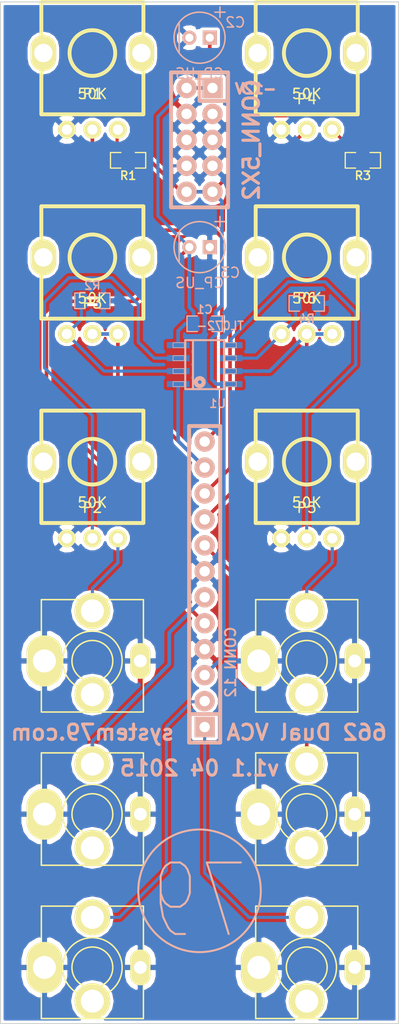
<source format=kicad_pcb>
(kicad_pcb (version 4) (host pcbnew "(2014-09-02 BZR 5112)-product")

  (general
    (links 61)
    (no_connects 0)
    (area 203.949999 106.504699 243.050001 212.9298)
    (thickness 1.6)
    (drawings 8)
    (tracks 130)
    (zones 0)
    (modules 23)
    (nets 26)
  )

  (page A3)
  (layers
    (0 F.Cu signal)
    (31 B.Cu signal)
    (32 B.Adhes user)
    (33 F.Adhes user)
    (34 B.Paste user)
    (35 F.Paste user)
    (36 B.SilkS user)
    (37 F.SilkS user)
    (38 B.Mask user)
    (39 F.Mask user)
    (40 Dwgs.User user)
    (41 Cmts.User user)
    (42 Eco1.User user)
    (43 Eco2.User user)
    (44 Edge.Cuts user)
  )

  (setup
    (last_trace_width 0.3048)
    (trace_clearance 0.3048)
    (zone_clearance 0.254)
    (zone_45_only no)
    (trace_min 0.254)
    (segment_width 0.2)
    (edge_width 0.1)
    (via_size 1.143)
    (via_drill 0.635)
    (via_min_size 0.889)
    (via_min_drill 0.508)
    (uvia_size 0.508)
    (uvia_drill 0.127)
    (uvias_allowed no)
    (uvia_min_size 0.508)
    (uvia_min_drill 0.127)
    (pcb_text_width 0.3)
    (pcb_text_size 1.5 1.5)
    (mod_edge_width 0.2)
    (mod_text_size 1 1)
    (mod_text_width 0.15)
    (pad_size 1.99898 1.99898)
    (pad_drill 1.016)
    (pad_to_mask_clearance 0)
    (aux_axis_origin 0 0)
    (visible_elements 7FFFFF7F)
    (pcbplotparams
      (layerselection 0x010f0_80000001)
      (usegerberextensions true)
      (excludeedgelayer true)
      (linewidth 0.150000)
      (plotframeref false)
      (viasonmask false)
      (mode 1)
      (useauxorigin false)
      (hpglpennumber 1)
      (hpglpenspeed 20)
      (hpglpendiameter 15)
      (hpglpenoverlay 2)
      (psnegative false)
      (psa4output false)
      (plotreference true)
      (plotvalue false)
      (plotinvisibletext false)
      (padsonsilk false)
      (subtractmaskfromsilk true)
      (outputformat 1)
      (mirror false)
      (drillshape 0)
      (scaleselection 1)
      (outputdirectory Motherboard/v1.1/))
  )

  (net 0 "")
  (net 1 +12V)
  (net 2 -12V)
  (net 3 CV1A)
  (net 4 CV1B)
  (net 5 CV2A)
  (net 6 CV2B)
  (net 7 GND)
  (net 8 IN1)
  (net 9 IN2)
  (net 10 OUT1)
  (net 11 OUT2)
  (net 12 "Net-(J1-Pad3)")
  (net 13 "Net-(J1-Pad2)")
  (net 14 "Net-(J2-Pad2)")
  (net 15 "Net-(J3-Pad2)")
  (net 16 "Net-(J4-Pad3)")
  (net 17 "Net-(J4-Pad2)")
  (net 18 "Net-(J5-Pad2)")
  (net 19 "Net-(J6-Pad2)")
  (net 20 "Net-(P1-Pad3)")
  (net 21 "Net-(P2-Pad2)")
  (net 22 "Net-(P3-Pad1)")
  (net 23 "Net-(P4-Pad3)")
  (net 24 "Net-(P5-Pad2)")
  (net 25 "Net-(P6-Pad1)")

  (net_class Default "This is the default net class."
    (clearance 0.3048)
    (trace_width 0.3048)
    (via_dia 1.143)
    (via_drill 0.635)
    (uvia_dia 0.508)
    (uvia_drill 0.127)
    (add_net "Net-(J1-Pad2)")
    (add_net "Net-(J1-Pad3)")
    (add_net "Net-(J2-Pad2)")
    (add_net "Net-(J3-Pad2)")
    (add_net "Net-(J4-Pad2)")
    (add_net "Net-(J4-Pad3)")
    (add_net "Net-(J5-Pad2)")
    (add_net "Net-(J6-Pad2)")
    (add_net "Net-(P1-Pad3)")
    (add_net "Net-(P2-Pad2)")
    (add_net "Net-(P3-Pad1)")
    (add_net "Net-(P4-Pad3)")
    (add_net "Net-(P5-Pad2)")
    (add_net "Net-(P6-Pad1)")
    (add_net OUT1)
    (add_net OUT2)
  )

  (net_class POWER ""
    (clearance 0.3048)
    (trace_width 0.3556)
    (via_dia 1.143)
    (via_drill 0.635)
    (uvia_dia 0.508)
    (uvia_drill 0.127)
    (add_net +12V)
    (add_net -12V)
    (add_net CV1A)
    (add_net CV1B)
    (add_net CV2A)
    (add_net CV2B)
    (add_net GND)
    (add_net IN1)
    (add_net IN2)
  )

  (module SOIC-8-JRL (layer B.Cu) (tedit 5287FFA2) (tstamp 5368462D)
    (at 224 142.5 90)
    (descr "SMALL OUTLINE INTEGRATED CIRCUIT")
    (tags "SMALL OUTLINE INTEGRATED CIRCUIT")
    (path /5366C3BE)
    (attr smd)
    (fp_text reference U1 (at -3.81 1.27 360) (layer B.SilkS)
      (effects (font (size 0.8128 0.8128) (thickness 0.1524)) (justify mirror))
    )
    (fp_text value TL072- (at 3.81 1.524 360) (layer B.SilkS)
      (effects (font (size 0.8128 0.8128) (thickness 0.1524)) (justify mirror))
    )
    (fp_circle (center -1.708 -0.481) (end -1.581 -0.608) (layer B.SilkS) (width 0.4064))
    (fp_line (start -2.14884 -3.0988) (end -1.65862 -3.0988) (layer B.SilkS) (width 0.06604))
    (fp_line (start -1.65862 -3.0988) (end -1.65862 -1.99898) (layer B.SilkS) (width 0.06604))
    (fp_line (start -2.14884 -1.99898) (end -1.65862 -1.99898) (layer B.SilkS) (width 0.06604))
    (fp_line (start -2.14884 -3.0988) (end -2.14884 -1.99898) (layer B.SilkS) (width 0.06604))
    (fp_line (start -0.87884 -3.0988) (end -0.38862 -3.0988) (layer B.SilkS) (width 0.06604))
    (fp_line (start -0.38862 -3.0988) (end -0.38862 -1.99898) (layer B.SilkS) (width 0.06604))
    (fp_line (start -0.87884 -1.99898) (end -0.38862 -1.99898) (layer B.SilkS) (width 0.06604))
    (fp_line (start -0.87884 -3.0988) (end -0.87884 -1.99898) (layer B.SilkS) (width 0.06604))
    (fp_line (start 0.38862 -3.0988) (end 0.87884 -3.0988) (layer B.SilkS) (width 0.06604))
    (fp_line (start 0.87884 -3.0988) (end 0.87884 -1.99898) (layer B.SilkS) (width 0.06604))
    (fp_line (start 0.38862 -1.99898) (end 0.87884 -1.99898) (layer B.SilkS) (width 0.06604))
    (fp_line (start 0.38862 -3.0988) (end 0.38862 -1.99898) (layer B.SilkS) (width 0.06604))
    (fp_line (start 1.65862 -3.0988) (end 2.14884 -3.0988) (layer B.SilkS) (width 0.06604))
    (fp_line (start 2.14884 -3.0988) (end 2.14884 -1.99898) (layer B.SilkS) (width 0.06604))
    (fp_line (start 1.65862 -1.99898) (end 2.14884 -1.99898) (layer B.SilkS) (width 0.06604))
    (fp_line (start 1.65862 -3.0988) (end 1.65862 -1.99898) (layer B.SilkS) (width 0.06604))
    (fp_line (start 1.65862 1.99898) (end 2.14884 1.99898) (layer B.SilkS) (width 0.06604))
    (fp_line (start 2.14884 1.99898) (end 2.14884 3.0988) (layer B.SilkS) (width 0.06604))
    (fp_line (start 1.65862 3.0988) (end 2.14884 3.0988) (layer B.SilkS) (width 0.06604))
    (fp_line (start 1.65862 1.99898) (end 1.65862 3.0988) (layer B.SilkS) (width 0.06604))
    (fp_line (start 0.38862 1.99898) (end 0.87884 1.99898) (layer B.SilkS) (width 0.06604))
    (fp_line (start 0.87884 1.99898) (end 0.87884 3.0988) (layer B.SilkS) (width 0.06604))
    (fp_line (start 0.38862 3.0988) (end 0.87884 3.0988) (layer B.SilkS) (width 0.06604))
    (fp_line (start 0.38862 1.99898) (end 0.38862 3.0988) (layer B.SilkS) (width 0.06604))
    (fp_line (start -0.87884 1.99898) (end -0.38862 1.99898) (layer B.SilkS) (width 0.06604))
    (fp_line (start -0.38862 1.99898) (end -0.38862 3.0988) (layer B.SilkS) (width 0.06604))
    (fp_line (start -0.87884 3.0988) (end -0.38862 3.0988) (layer B.SilkS) (width 0.06604))
    (fp_line (start -0.87884 1.99898) (end -0.87884 3.0988) (layer B.SilkS) (width 0.06604))
    (fp_line (start -2.14884 1.99898) (end -1.65862 1.99898) (layer B.SilkS) (width 0.06604))
    (fp_line (start -1.65862 1.99898) (end -1.65862 3.0988) (layer B.SilkS) (width 0.06604))
    (fp_line (start -2.14884 3.0988) (end -1.65862 3.0988) (layer B.SilkS) (width 0.06604))
    (fp_line (start -2.14884 1.99898) (end -2.14884 3.0988) (layer B.SilkS) (width 0.06604))
    (fp_line (start 2.39776 1.89992) (end 2.39776 -1.39954) (layer B.SilkS) (width 0.2032))
    (fp_line (start 2.39776 -1.39954) (end 2.39776 -1.89992) (layer B.SilkS) (width 0.2032))
    (fp_line (start 2.39776 -1.89992) (end -2.39776 -1.89992) (layer B.SilkS) (width 0.2032))
    (fp_line (start -2.39776 -1.89992) (end -2.39776 -1.39954) (layer B.SilkS) (width 0.2032))
    (fp_line (start -2.39776 -1.39954) (end -2.39776 1.89992) (layer B.SilkS) (width 0.2032))
    (fp_line (start -2.39776 1.89992) (end 2.39776 1.89992) (layer B.SilkS) (width 0.2032))
    (fp_line (start 2.39776 -1.14554) (end -2.39776 -1.14554) (layer B.SilkS) (width 0.2032))
    (pad 1 smd rect (at -1.905 -2.59842 90) (size 0.59944 2.19964) (layers B.Cu B.Paste B.Mask)
      (net 3 CV1A))
    (pad 2 smd rect (at -0.635 -2.59842 90) (size 0.59944 2.19964) (layers B.Cu B.Paste B.Mask)
      (net 22 "Net-(P3-Pad1)"))
    (pad 3 smd rect (at 0.635 -2.59842 90) (size 0.59944 2.19964) (layers B.Cu B.Paste B.Mask)
      (net 21 "Net-(P2-Pad2)"))
    (pad 4 smd rect (at 1.905 -2.59842 90) (size 0.59944 2.19964) (layers B.Cu B.Paste B.Mask)
      (net 2 -12V))
    (pad 5 smd rect (at 1.905 2.59842 90) (size 0.59944 2.19964) (layers B.Cu B.Paste B.Mask)
      (net 24 "Net-(P5-Pad2)"))
    (pad 6 smd rect (at 0.635 2.59842 90) (size 0.59944 2.19964) (layers B.Cu B.Paste B.Mask)
      (net 25 "Net-(P6-Pad1)"))
    (pad 7 smd rect (at -0.635 2.59842 90) (size 0.59944 2.19964) (layers B.Cu B.Paste B.Mask)
      (net 5 CV2A))
    (pad 8 smd rect (at -1.905 2.59842 90) (size 0.59944 2.19964) (layers B.Cu B.Paste B.Mask)
      (net 1 +12V))
  )

  (module SM0805-HAND (layer B.Cu) (tedit 512397DC) (tstamp 53684639)
    (at 224 138.5 180)
    (path /53684183)
    (attr smd)
    (fp_text reference C1 (at 0 1.397 180) (layer B.SilkS)
      (effects (font (size 0.8128 0.8128) (thickness 0.1524)) (justify mirror))
    )
    (fp_text value 100n (at 0 0 180) (layer B.SilkS) hide
      (effects (font (size 0.635 0.635) (thickness 0.127)) (justify mirror))
    )
    (fp_line (start -0.7112 -0.762) (end -1.7272 -0.762) (layer B.SilkS) (width 0.127))
    (fp_line (start -1.7272 -0.762) (end -1.7272 0.762) (layer B.SilkS) (width 0.127))
    (fp_line (start -1.7272 0.762) (end -0.7112 0.762) (layer B.SilkS) (width 0.127))
    (fp_line (start 0.7112 0.762) (end 1.7272 0.762) (layer B.SilkS) (width 0.127))
    (fp_line (start 1.7272 0.762) (end 1.7272 -0.762) (layer B.SilkS) (width 0.127))
    (fp_line (start 1.7272 -0.762) (end 0.7112 -0.762) (layer B.SilkS) (width 0.127))
    (pad 1 smd rect (at -1.0795 0 180) (size 1.143 1.397) (layers B.Cu B.Paste B.Mask)
      (net 1 +12V))
    (pad 2 smd rect (at 1.0795 0 180) (size 1.143 1.397) (layers B.Cu B.Paste B.Mask)
      (net 2 -12V))
    (model smd/chip_cms.wrl
      (at (xyz 0 0 0))
      (scale (xyz 0.1 0.1 0.1))
      (rotate (xyz 0 0 0))
    )
  )

  (module SM0805-HAND (layer B.Cu) (tedit 537D6828) (tstamp 53684645)
    (at 234 136.5 180)
    (path /5366C428)
    (attr smd)
    (fp_text reference R4 (at 0 -1.5 180) (layer B.SilkS)
      (effects (font (size 0.8128 0.8128) (thickness 0.1524)) (justify mirror))
    )
    (fp_text value 100K (at 0 0 180) (layer B.SilkS) hide
      (effects (font (size 0.635 0.635) (thickness 0.127)) (justify mirror))
    )
    (fp_line (start -0.7112 -0.762) (end -1.7272 -0.762) (layer B.SilkS) (width 0.127))
    (fp_line (start -1.7272 -0.762) (end -1.7272 0.762) (layer B.SilkS) (width 0.127))
    (fp_line (start -1.7272 0.762) (end -0.7112 0.762) (layer B.SilkS) (width 0.127))
    (fp_line (start 0.7112 0.762) (end 1.7272 0.762) (layer B.SilkS) (width 0.127))
    (fp_line (start 1.7272 0.762) (end 1.7272 -0.762) (layer B.SilkS) (width 0.127))
    (fp_line (start 1.7272 -0.762) (end 0.7112 -0.762) (layer B.SilkS) (width 0.127))
    (pad 1 smd rect (at -1.0795 0 180) (size 1.143 1.397) (layers B.Cu B.Paste B.Mask)
      (net 7 GND))
    (pad 2 smd rect (at 1.0795 0 180) (size 1.143 1.397) (layers B.Cu B.Paste B.Mask)
      (net 25 "Net-(P6-Pad1)"))
    (model smd/chip_cms.wrl
      (at (xyz 0 0 0))
      (scale (xyz 0.1 0.1 0.1))
      (rotate (xyz 0 0 0))
    )
  )

  (module SM0805-HAND (layer B.Cu) (tedit 537D6824) (tstamp 53684651)
    (at 213 136.25 180)
    (path /5366C422)
    (attr smd)
    (fp_text reference R2 (at 0 1.5 180) (layer B.SilkS)
      (effects (font (size 0.8128 0.8128) (thickness 0.1524)) (justify mirror))
    )
    (fp_text value 100K (at 0 0 180) (layer B.SilkS) hide
      (effects (font (size 0.635 0.635) (thickness 0.127)) (justify mirror))
    )
    (fp_line (start -0.7112 -0.762) (end -1.7272 -0.762) (layer B.SilkS) (width 0.127))
    (fp_line (start -1.7272 -0.762) (end -1.7272 0.762) (layer B.SilkS) (width 0.127))
    (fp_line (start -1.7272 0.762) (end -0.7112 0.762) (layer B.SilkS) (width 0.127))
    (fp_line (start 0.7112 0.762) (end 1.7272 0.762) (layer B.SilkS) (width 0.127))
    (fp_line (start 1.7272 0.762) (end 1.7272 -0.762) (layer B.SilkS) (width 0.127))
    (fp_line (start 1.7272 -0.762) (end 0.7112 -0.762) (layer B.SilkS) (width 0.127))
    (pad 1 smd rect (at -1.0795 0 180) (size 1.143 1.397) (layers B.Cu B.Paste B.Mask)
      (net 7 GND))
    (pad 2 smd rect (at 1.0795 0 180) (size 1.143 1.397) (layers B.Cu B.Paste B.Mask)
      (net 22 "Net-(P3-Pad1)"))
    (model smd/chip_cms.wrl
      (at (xyz 0 0 0))
      (scale (xyz 0.1 0.1 0.1))
      (rotate (xyz 0 0 0))
    )
  )

  (module SM0805-HAND (layer F.Cu) (tedit 537D6851) (tstamp 5368465D)
    (at 239.5 122.5 180)
    (path /53630A3B)
    (attr smd)
    (fp_text reference R3 (at 0 -1.5 180) (layer F.SilkS)
      (effects (font (size 0.8128 0.8128) (thickness 0.1524)))
    )
    (fp_text value 10K (at 0 0 180) (layer F.SilkS) hide
      (effects (font (size 0.635 0.635) (thickness 0.127)))
    )
    (fp_line (start -0.7112 0.762) (end -1.7272 0.762) (layer F.SilkS) (width 0.127))
    (fp_line (start -1.7272 0.762) (end -1.7272 -0.762) (layer F.SilkS) (width 0.127))
    (fp_line (start -1.7272 -0.762) (end -0.7112 -0.762) (layer F.SilkS) (width 0.127))
    (fp_line (start 0.7112 -0.762) (end 1.7272 -0.762) (layer F.SilkS) (width 0.127))
    (fp_line (start 1.7272 -0.762) (end 1.7272 0.762) (layer F.SilkS) (width 0.127))
    (fp_line (start 1.7272 0.762) (end 0.7112 0.762) (layer F.SilkS) (width 0.127))
    (pad 1 smd rect (at -1.0795 0 180) (size 1.143 1.397) (layers F.Cu F.Paste F.Mask)
      (net 1 +12V))
    (pad 2 smd rect (at 1.0795 0 180) (size 1.143 1.397) (layers F.Cu F.Paste F.Mask)
      (net 23 "Net-(P4-Pad3)"))
    (model smd/chip_cms.wrl
      (at (xyz 0 0 0))
      (scale (xyz 0.1 0.1 0.1))
      (rotate (xyz 0 0 0))
    )
  )

  (module SM0805-HAND (layer F.Cu) (tedit 537D6855) (tstamp 53684669)
    (at 216.5 122.5 180)
    (path /536309B2)
    (attr smd)
    (fp_text reference R1 (at 0 -1.5 180) (layer F.SilkS)
      (effects (font (size 0.8128 0.8128) (thickness 0.1524)))
    )
    (fp_text value 10K (at 0 0 180) (layer F.SilkS) hide
      (effects (font (size 0.635 0.635) (thickness 0.127)))
    )
    (fp_line (start -0.7112 0.762) (end -1.7272 0.762) (layer F.SilkS) (width 0.127))
    (fp_line (start -1.7272 0.762) (end -1.7272 -0.762) (layer F.SilkS) (width 0.127))
    (fp_line (start -1.7272 -0.762) (end -0.7112 -0.762) (layer F.SilkS) (width 0.127))
    (fp_line (start 0.7112 -0.762) (end 1.7272 -0.762) (layer F.SilkS) (width 0.127))
    (fp_line (start 1.7272 -0.762) (end 1.7272 0.762) (layer F.SilkS) (width 0.127))
    (fp_line (start 1.7272 0.762) (end 0.7112 0.762) (layer F.SilkS) (width 0.127))
    (pad 1 smd rect (at -1.0795 0 180) (size 1.143 1.397) (layers F.Cu F.Paste F.Mask)
      (net 1 +12V))
    (pad 2 smd rect (at 1.0795 0 180) (size 1.143 1.397) (layers F.Cu F.Paste F.Mask)
      (net 20 "Net-(P1-Pad3)"))
    (model smd/chip_cms.wrl
      (at (xyz 0 0 0))
      (scale (xyz 0.1 0.1 0.1))
      (rotate (xyz 0 0 0))
    )
  )

  (module PJ-301B-JACK (layer F.Cu) (tedit 52649960) (tstamp 536846E9)
    (at 234 186.5)
    (path /53630880)
    (fp_text reference J5 (at 0 10) (layer F.SilkS) hide
      (effects (font (size 1.5 1.5) (thickness 0.15)))
    )
    (fp_text value JACK_MONO_SW (at 0 -12) (layer F.SilkS) hide
      (effects (font (size 1.5 1.5) (thickness 0.15)))
    )
    (fp_circle (center 0 0) (end 2.5 1.5) (layer F.SilkS) (width 0.15))
    (fp_line (start 5 5) (end -5 5) (layer F.SilkS) (width 0.15))
    (fp_line (start -5 5) (end -5 -6) (layer F.SilkS) (width 0.15))
    (fp_line (start -5 -6) (end 5 -6) (layer F.SilkS) (width 0.15))
    (fp_line (start 5 -6) (end 5 5) (layer F.SilkS) (width 0.15))
    (fp_circle (center 0 0) (end 2 0) (layer F.SilkS) (width 0.15))
    (pad 1 thru_hole oval (at -4.7 0) (size 3.5 5) (drill 2.25) (layers *.Cu *.Mask F.SilkS)
      (net 7 GND))
    (pad 1 thru_hole oval (at 4.7 0) (size 2 3.5) (drill 1.25) (layers *.Cu *.Mask F.SilkS)
      (net 7 GND))
    (pad 3 thru_hole oval (at 0 -4.9) (size 3.5 3.5) (drill 2.25) (layers *.Cu *.Mask F.SilkS)
      (net 9 IN2))
    (pad 2 thru_hole oval (at 0 3.3) (size 3.5 3.5) (drill 2.25) (layers *.Cu *.Mask F.SilkS)
      (net 18 "Net-(J5-Pad2)"))
  )

  (module PJ-301B-JACK (layer F.Cu) (tedit 52649960) (tstamp 536846F7)
    (at 213 186.5)
    (path /5363086F)
    (fp_text reference J2 (at 0 10) (layer F.SilkS) hide
      (effects (font (size 1.5 1.5) (thickness 0.15)))
    )
    (fp_text value JACK_MONO_SW (at 0 -12) (layer F.SilkS) hide
      (effects (font (size 1.5 1.5) (thickness 0.15)))
    )
    (fp_circle (center 0 0) (end 2.5 1.5) (layer F.SilkS) (width 0.15))
    (fp_line (start 5 5) (end -5 5) (layer F.SilkS) (width 0.15))
    (fp_line (start -5 5) (end -5 -6) (layer F.SilkS) (width 0.15))
    (fp_line (start -5 -6) (end 5 -6) (layer F.SilkS) (width 0.15))
    (fp_line (start 5 -6) (end 5 5) (layer F.SilkS) (width 0.15))
    (fp_circle (center 0 0) (end 2 0) (layer F.SilkS) (width 0.15))
    (pad 1 thru_hole oval (at -4.7 0) (size 3.5 5) (drill 2.25) (layers *.Cu *.Mask F.SilkS)
      (net 7 GND))
    (pad 1 thru_hole oval (at 4.7 0) (size 2 3.5) (drill 1.25) (layers *.Cu *.Mask F.SilkS)
      (net 7 GND))
    (pad 3 thru_hole oval (at 0 -4.9) (size 3.5 3.5) (drill 2.25) (layers *.Cu *.Mask F.SilkS)
      (net 8 IN1))
    (pad 2 thru_hole oval (at 0 3.3) (size 3.5 3.5) (drill 2.25) (layers *.Cu *.Mask F.SilkS)
      (net 14 "Net-(J2-Pad2)"))
  )

  (module PJ-301B-JACK (layer F.Cu) (tedit 52649960) (tstamp 53684705)
    (at 234 201.5)
    (path /5363085D)
    (fp_text reference J6 (at 0 10) (layer F.SilkS) hide
      (effects (font (size 1.5 1.5) (thickness 0.15)))
    )
    (fp_text value JACK_MONO_SW (at 0 -12) (layer F.SilkS) hide
      (effects (font (size 1.5 1.5) (thickness 0.15)))
    )
    (fp_circle (center 0 0) (end 2.5 1.5) (layer F.SilkS) (width 0.15))
    (fp_line (start 5 5) (end -5 5) (layer F.SilkS) (width 0.15))
    (fp_line (start -5 5) (end -5 -6) (layer F.SilkS) (width 0.15))
    (fp_line (start -5 -6) (end 5 -6) (layer F.SilkS) (width 0.15))
    (fp_line (start 5 -6) (end 5 5) (layer F.SilkS) (width 0.15))
    (fp_circle (center 0 0) (end 2 0) (layer F.SilkS) (width 0.15))
    (pad 1 thru_hole oval (at -4.7 0) (size 3.5 5) (drill 2.25) (layers *.Cu *.Mask F.SilkS)
      (net 7 GND))
    (pad 1 thru_hole oval (at 4.7 0) (size 2 3.5) (drill 1.25) (layers *.Cu *.Mask F.SilkS)
      (net 7 GND))
    (pad 3 thru_hole oval (at 0 -4.9) (size 3.5 3.5) (drill 2.25) (layers *.Cu *.Mask F.SilkS)
      (net 11 OUT2))
    (pad 2 thru_hole oval (at 0 3.3) (size 3.5 3.5) (drill 2.25) (layers *.Cu *.Mask F.SilkS)
      (net 19 "Net-(J6-Pad2)"))
  )

  (module PJ-301B-JACK (layer F.Cu) (tedit 52649960) (tstamp 53684713)
    (at 213 201.5)
    (path /536307FF)
    (fp_text reference J3 (at 0 10) (layer F.SilkS) hide
      (effects (font (size 1.5 1.5) (thickness 0.15)))
    )
    (fp_text value JACK_MONO_SW (at 0 -12) (layer F.SilkS) hide
      (effects (font (size 1.5 1.5) (thickness 0.15)))
    )
    (fp_circle (center 0 0) (end 2.5 1.5) (layer F.SilkS) (width 0.15))
    (fp_line (start 5 5) (end -5 5) (layer F.SilkS) (width 0.15))
    (fp_line (start -5 5) (end -5 -6) (layer F.SilkS) (width 0.15))
    (fp_line (start -5 -6) (end 5 -6) (layer F.SilkS) (width 0.15))
    (fp_line (start 5 -6) (end 5 5) (layer F.SilkS) (width 0.15))
    (fp_circle (center 0 0) (end 2 0) (layer F.SilkS) (width 0.15))
    (pad 1 thru_hole oval (at -4.7 0) (size 3.5 5) (drill 2.25) (layers *.Cu *.Mask F.SilkS)
      (net 7 GND))
    (pad 1 thru_hole oval (at 4.7 0) (size 2 3.5) (drill 1.25) (layers *.Cu *.Mask F.SilkS)
      (net 7 GND))
    (pad 3 thru_hole oval (at 0 -4.9) (size 3.5 3.5) (drill 2.25) (layers *.Cu *.Mask F.SilkS)
      (net 10 OUT1))
    (pad 2 thru_hole oval (at 0 3.3) (size 3.5 3.5) (drill 2.25) (layers *.Cu *.Mask F.SilkS)
      (net 15 "Net-(J3-Pad2)"))
  )

  (module PJ-301B-JACK (layer F.Cu) (tedit 52649960) (tstamp 53684721)
    (at 213 171.5)
    (path /536306F4)
    (fp_text reference J1 (at 0 10) (layer F.SilkS) hide
      (effects (font (size 1.5 1.5) (thickness 0.15)))
    )
    (fp_text value JACK_MONO_SW (at 0 -12) (layer F.SilkS) hide
      (effects (font (size 1.5 1.5) (thickness 0.15)))
    )
    (fp_circle (center 0 0) (end 2.5 1.5) (layer F.SilkS) (width 0.15))
    (fp_line (start 5 5) (end -5 5) (layer F.SilkS) (width 0.15))
    (fp_line (start -5 5) (end -5 -6) (layer F.SilkS) (width 0.15))
    (fp_line (start -5 -6) (end 5 -6) (layer F.SilkS) (width 0.15))
    (fp_line (start 5 -6) (end 5 5) (layer F.SilkS) (width 0.15))
    (fp_circle (center 0 0) (end 2 0) (layer F.SilkS) (width 0.15))
    (pad 1 thru_hole oval (at -4.7 0) (size 3.5 5) (drill 2.25) (layers *.Cu *.Mask F.SilkS)
      (net 7 GND))
    (pad 1 thru_hole oval (at 4.7 0) (size 2 3.5) (drill 1.25) (layers *.Cu *.Mask F.SilkS)
      (net 7 GND))
    (pad 3 thru_hole oval (at 0 -4.9) (size 3.5 3.5) (drill 2.25) (layers *.Cu *.Mask F.SilkS)
      (net 12 "Net-(J1-Pad3)"))
    (pad 2 thru_hole oval (at 0 3.3) (size 3.5 3.5) (drill 2.25) (layers *.Cu *.Mask F.SilkS)
      (net 13 "Net-(J1-Pad2)"))
  )

  (module PJ-301B-JACK (layer F.Cu) (tedit 52649960) (tstamp 5368472F)
    (at 234 171.5)
    (path /536301C3)
    (fp_text reference J4 (at 0 10) (layer F.SilkS) hide
      (effects (font (size 1.5 1.5) (thickness 0.15)))
    )
    (fp_text value JACK_MONO_SW (at 0 -12) (layer F.SilkS) hide
      (effects (font (size 1.5 1.5) (thickness 0.15)))
    )
    (fp_circle (center 0 0) (end 2.5 1.5) (layer F.SilkS) (width 0.15))
    (fp_line (start 5 5) (end -5 5) (layer F.SilkS) (width 0.15))
    (fp_line (start -5 5) (end -5 -6) (layer F.SilkS) (width 0.15))
    (fp_line (start -5 -6) (end 5 -6) (layer F.SilkS) (width 0.15))
    (fp_line (start 5 -6) (end 5 5) (layer F.SilkS) (width 0.15))
    (fp_circle (center 0 0) (end 2 0) (layer F.SilkS) (width 0.15))
    (pad 1 thru_hole oval (at -4.7 0) (size 3.5 5) (drill 2.25) (layers *.Cu *.Mask F.SilkS)
      (net 7 GND))
    (pad 1 thru_hole oval (at 4.7 0) (size 2 3.5) (drill 1.25) (layers *.Cu *.Mask F.SilkS)
      (net 7 GND))
    (pad 3 thru_hole oval (at 0 -4.9) (size 3.5 3.5) (drill 2.25) (layers *.Cu *.Mask F.SilkS)
      (net 16 "Net-(J4-Pad3)"))
    (pad 2 thru_hole oval (at 0 3.3) (size 3.5 3.5) (drill 2.25) (layers *.Cu *.Mask F.SilkS)
      (net 17 "Net-(J4-Pad2)"))
  )

  (module CONN_0100_X_12 (layer B.Cu) (tedit 536AA116) (tstamp 53684746)
    (at 224 164 90)
    (descr "Connecteur 18 pins")
    (tags "CONN DEV")
    (path /53630129)
    (fp_text reference VCA1 (at -8.89 -2.54 90) (layer B.SilkS) hide
      (effects (font (size 1.016 1.016) (thickness 0.1905)) (justify mirror))
    )
    (fp_text value CONN_12 (at -7.62 2.54 90) (layer B.SilkS)
      (effects (font (size 1.016 1.016) (thickness 0.1905)) (justify mirror))
    )
    (fp_line (start 10.414 -1.524) (end 15.494 -1.524) (layer B.SilkS) (width 0.381))
    (fp_line (start 10.414 1.524) (end 15.494 1.524) (layer B.SilkS) (width 0.381))
    (fp_line (start -15.494 -1.524) (end 10.414 -1.524) (layer B.SilkS) (width 0.381))
    (fp_line (start -15.494 1.524) (end 10.414 1.524) (layer B.SilkS) (width 0.381))
    (fp_line (start 15.494 1.524) (end 15.494 -1.524) (layer B.SilkS) (width 0.381))
    (fp_line (start -12.7 1.524) (end -12.7 -1.524) (layer B.SilkS) (width 0.381))
    (fp_line (start -15.494 1.524) (end -15.494 -1.524) (layer B.SilkS) (width 0.381))
    (pad 1 thru_hole rect (at -13.97 0 90) (size 1.99898 1.99898) (drill 1.016) (layers *.Cu *.Mask B.SilkS)
      (net 11 OUT2))
    (pad 2 thru_hole circle (at -11.43 0 90) (size 1.99898 1.99898) (drill 1.016) (layers *.Cu *.Mask B.SilkS)
      (net 10 OUT1))
    (pad 3 thru_hole circle (at -8.89 0 90) (size 1.99898 1.99898) (drill 1.016) (layers *.Cu *.Mask B.SilkS)
      (net 1 +12V))
    (pad 4 thru_hole circle (at -6.35 0 90) (size 1.99898 1.99898) (drill 1.016) (layers *.Cu *.Mask B.SilkS)
      (net 7 GND))
    (pad 5 thru_hole circle (at -3.81 0 90) (size 1.99898 1.99898) (drill 1.016) (layers *.Cu *.Mask B.SilkS)
      (net 2 -12V))
    (pad 6 thru_hole circle (at -1.27 0 90) (size 1.99898 1.99898) (drill 1.016) (layers *.Cu *.Mask B.SilkS)
      (net 8 IN1))
    (pad 7 thru_hole circle (at 1.27 0 90) (size 1.99898 1.99898) (drill 1.016) (layers *.Cu *.Mask B.SilkS)
      (net 7 GND))
    (pad 8 thru_hole circle (at 3.81 0 90) (size 1.99898 1.99898) (drill 1.016) (layers *.Cu *.Mask B.SilkS)
      (net 9 IN2))
    (pad 9 thru_hole circle (at 6.35 0 90) (size 1.99898 1.99898) (drill 1.016) (layers *.Cu *.Mask B.SilkS)
      (net 5 CV2A))
    (pad 10 thru_hole circle (at 8.89 0 90) (size 1.99898 1.99898) (drill 1.016) (layers *.Cu *.Mask B.SilkS)
      (net 6 CV2B))
    (pad 11 thru_hole circle (at 11.43 0 90) (size 1.99898 1.99898) (drill 1.016) (layers *.Cu *.Mask B.SilkS)
      (net 3 CV1A))
    (pad 12 thru_hole circle (at 13.97 0 90) (size 1.99898 1.99898) (drill 1.016) (layers *.Cu *.Mask B.SilkS)
      (net 4 CV1B))
  )

  (module CONN_0100_2X5_10 (layer B.Cu) (tedit 52C6323C) (tstamp 5368475A)
    (at 223.5 120.5 270)
    (path /53630543)
    (fp_text reference PWR1 (at 0 7.62 270) (layer B.SilkS) hide
      (effects (font (thickness 0.3048)) (justify mirror))
    )
    (fp_text value CONN_5X2 (at 0 -5.08 270) (layer B.SilkS)
      (effects (font (thickness 0.3048)) (justify mirror))
    )
    (fp_line (start 6.604 2.794) (end 6.604 -2.794) (layer B.SilkS) (width 0.381))
    (fp_line (start 6.604 -2.794) (end -6.604 -2.794) (layer B.SilkS) (width 0.381))
    (fp_line (start -6.604 2.794) (end 6.604 2.794) (layer B.SilkS) (width 0.381))
    (fp_line (start -3.81 0) (end -3.81 -2.794) (layer B.SilkS) (width 0.381))
    (fp_line (start -3.81 0) (end -6.604 0) (layer B.SilkS) (width 0.381))
    (fp_line (start -6.604 -2.794) (end -6.604 2.794) (layer B.SilkS) (width 0.381))
    (pad 7 thru_hole circle (at 2.54 -1.27 270) (size 1.99898 1.99898) (drill 1.016) (layers *.Cu *.Mask B.SilkS)
      (net 7 GND))
    (pad 5 thru_hole circle (at 0 -1.27 270) (size 1.99898 1.99898) (drill 1.016) (layers *.Cu *.Mask B.SilkS)
      (net 7 GND))
    (pad 9 thru_hole circle (at 5.08 -1.27 270) (size 1.99898 1.99898) (drill 1.016) (layers *.Cu *.Mask B.SilkS)
      (net 1 +12V))
    (pad 3 thru_hole circle (at -2.54 -1.27 270) (size 1.99898 1.99898) (drill 1.016) (layers *.Cu *.Mask B.SilkS)
      (net 7 GND))
    (pad 1 thru_hole rect (at -5.08 -1.27 270) (size 1.99898 1.99898) (drill 1.016) (layers *.Cu *.Mask B.SilkS)
      (net 2 -12V))
    (pad 2 thru_hole circle (at -5.08 1.27 270) (size 1.99898 1.99898) (drill 1.016) (layers *.Cu *.Mask B.SilkS)
      (net 2 -12V))
    (pad 4 thru_hole circle (at -2.54 1.27 270) (size 1.99898 1.99898) (drill 1.016) (layers *.Cu *.Mask B.SilkS)
      (net 7 GND))
    (pad 6 thru_hole circle (at 0 1.27 270) (size 1.99898 1.99898) (drill 1.016) (layers *.Cu *.Mask B.SilkS)
      (net 7 GND))
    (pad 8 thru_hole circle (at 2.54 1.27 270) (size 1.99898 1.99898) (drill 1.016) (layers *.Cu *.Mask B.SilkS)
      (net 7 GND))
    (pad 10 thru_hole circle (at 5.08 1.27 270) (size 1.99898 1.99898) (drill 1.016) (layers *.Cu *.Mask B.SilkS)
      (net 1 +12V))
  )

  (module RD901F-ALPHA-POT (layer F.Cu) (tedit 537CE501) (tstamp 5368467C)
    (at 234 152)
    (path /536301B4)
    (fp_text reference P5 (at 0 4.5) (layer F.SilkS)
      (effects (font (size 1 1) (thickness 0.15)))
    )
    (fp_text value 50K (at 0 4) (layer F.SilkS)
      (effects (font (size 1 1) (thickness 0.15)))
    )
    (fp_circle (center 0 0) (end 1 2) (layer F.SilkS) (width 0.381))
    (fp_line (start -5 0) (end -5 -5) (layer F.SilkS) (width 0.381))
    (fp_line (start -5 -5) (end 5 -5) (layer F.SilkS) (width 0.381))
    (fp_line (start 5 -5) (end 5 6) (layer F.SilkS) (width 0.381))
    (fp_line (start 5 6) (end -5 6) (layer F.SilkS) (width 0.381))
    (fp_line (start -5 6) (end -5 0) (layer F.SilkS) (width 0.381))
    (pad "" thru_hole oval (at 4.8 0) (size 2.5 3.5) (drill 1.8) (layers *.Cu *.Mask F.SilkS))
    (pad "" thru_hole oval (at -4.8 0) (size 2.5 3.5) (drill 1.8) (layers *.Cu *.Mask F.SilkS))
    (pad 3 thru_hole circle (at 2.5 7.5) (size 1.75 1.75) (drill 1) (layers *.Cu *.Mask F.SilkS)
      (net 16 "Net-(J4-Pad3)"))
    (pad 2 thru_hole circle (at 0 7.5) (size 1.75 1.75) (drill 1) (layers *.Cu *.Mask F.SilkS)
      (net 24 "Net-(P5-Pad2)"))
    (pad 1 thru_hole circle (at -2.5 7.5) (size 1.75 1.75) (drill 1) (layers *.Cu *.Mask F.SilkS)
      (net 7 GND))
  )

  (module RD901F-ALPHA-POT (layer F.Cu) (tedit 537CE4E7) (tstamp 53692387)
    (at 213 112)
    (path /5363023A)
    (fp_text reference P1 (at 0 4) (layer F.SilkS)
      (effects (font (size 1 1) (thickness 0.15)))
    )
    (fp_text value 50K (at 0 4) (layer F.SilkS)
      (effects (font (size 1 1) (thickness 0.15)))
    )
    (fp_circle (center 0 0) (end 1 2) (layer F.SilkS) (width 0.381))
    (fp_line (start -5 0) (end -5 -5) (layer F.SilkS) (width 0.381))
    (fp_line (start -5 -5) (end 5 -5) (layer F.SilkS) (width 0.381))
    (fp_line (start 5 -5) (end 5 6) (layer F.SilkS) (width 0.381))
    (fp_line (start 5 6) (end -5 6) (layer F.SilkS) (width 0.381))
    (fp_line (start -5 6) (end -5 0) (layer F.SilkS) (width 0.381))
    (pad "" thru_hole oval (at 4.8 0) (size 2.5 3.5) (drill 1.8) (layers *.Cu *.Mask F.SilkS))
    (pad "" thru_hole oval (at -4.8 0) (size 2.5 3.5) (drill 1.8) (layers *.Cu *.Mask F.SilkS))
    (pad 3 thru_hole circle (at 2.5 7.5) (size 1.75 1.75) (drill 1) (layers *.Cu *.Mask F.SilkS)
      (net 20 "Net-(P1-Pad3)"))
    (pad 2 thru_hole circle (at 0 7.5) (size 1.75 1.75) (drill 1) (layers *.Cu *.Mask F.SilkS)
      (net 4 CV1B))
    (pad 1 thru_hole circle (at -2.5 7.5) (size 1.75 1.75) (drill 1) (layers *.Cu *.Mask F.SilkS)
      (net 7 GND))
  )

  (module RD901F-ALPHA-POT (layer F.Cu) (tedit 537CE4F0) (tstamp 536846A2)
    (at 213 132)
    (path /5366C5B9)
    (fp_text reference P3 (at 0 4.5) (layer F.SilkS)
      (effects (font (size 1 1) (thickness 0.15)))
    )
    (fp_text value 50K (at 0 4) (layer F.SilkS)
      (effects (font (size 1 1) (thickness 0.15)))
    )
    (fp_circle (center 0 0) (end 1 2) (layer F.SilkS) (width 0.381))
    (fp_line (start -5 0) (end -5 -5) (layer F.SilkS) (width 0.381))
    (fp_line (start -5 -5) (end 5 -5) (layer F.SilkS) (width 0.381))
    (fp_line (start 5 -5) (end 5 6) (layer F.SilkS) (width 0.381))
    (fp_line (start 5 6) (end -5 6) (layer F.SilkS) (width 0.381))
    (fp_line (start -5 6) (end -5 0) (layer F.SilkS) (width 0.381))
    (pad "" thru_hole oval (at 4.8 0) (size 2.5 3.5) (drill 1.8) (layers *.Cu *.Mask F.SilkS))
    (pad "" thru_hole oval (at -4.8 0) (size 2.5 3.5) (drill 1.8) (layers *.Cu *.Mask F.SilkS))
    (pad 3 thru_hole circle (at 2.5 7.5) (size 1.75 1.75) (drill 1) (layers *.Cu *.Mask F.SilkS)
      (net 3 CV1A))
    (pad 2 thru_hole circle (at 0 7.5) (size 1.75 1.75) (drill 1) (layers *.Cu *.Mask F.SilkS)
      (net 3 CV1A))
    (pad 1 thru_hole circle (at -2.5 7.5) (size 1.75 1.75) (drill 1) (layers *.Cu *.Mask F.SilkS)
      (net 22 "Net-(P3-Pad1)"))
  )

  (module RD901F-ALPHA-POT (layer F.Cu) (tedit 537CE4FA) (tstamp 536846B5)
    (at 213 152)
    (path /536306EE)
    (fp_text reference P2 (at 0 4.5) (layer F.SilkS)
      (effects (font (size 1 1) (thickness 0.15)))
    )
    (fp_text value 50K (at 0 4) (layer F.SilkS)
      (effects (font (size 1 1) (thickness 0.15)))
    )
    (fp_circle (center 0 0) (end 1 2) (layer F.SilkS) (width 0.381))
    (fp_line (start -5 0) (end -5 -5) (layer F.SilkS) (width 0.381))
    (fp_line (start -5 -5) (end 5 -5) (layer F.SilkS) (width 0.381))
    (fp_line (start 5 -5) (end 5 6) (layer F.SilkS) (width 0.381))
    (fp_line (start 5 6) (end -5 6) (layer F.SilkS) (width 0.381))
    (fp_line (start -5 6) (end -5 0) (layer F.SilkS) (width 0.381))
    (pad "" thru_hole oval (at 4.8 0) (size 2.5 3.5) (drill 1.8) (layers *.Cu *.Mask F.SilkS))
    (pad "" thru_hole oval (at -4.8 0) (size 2.5 3.5) (drill 1.8) (layers *.Cu *.Mask F.SilkS))
    (pad 3 thru_hole circle (at 2.5 7.5) (size 1.75 1.75) (drill 1) (layers *.Cu *.Mask F.SilkS)
      (net 12 "Net-(J1-Pad3)"))
    (pad 2 thru_hole circle (at 0 7.5) (size 1.75 1.75) (drill 1) (layers *.Cu *.Mask F.SilkS)
      (net 21 "Net-(P2-Pad2)"))
    (pad 1 thru_hole circle (at -2.5 7.5) (size 1.75 1.75) (drill 1) (layers *.Cu *.Mask F.SilkS)
      (net 7 GND))
  )

  (module RD901F-ALPHA-POT (layer F.Cu) (tedit 537CE4F3) (tstamp 536846C8)
    (at 234 132)
    (path /5366C4B9)
    (fp_text reference P6 (at 0 4) (layer F.SilkS)
      (effects (font (size 1 1) (thickness 0.15)))
    )
    (fp_text value 50K (at 0 4) (layer F.SilkS)
      (effects (font (size 1 1) (thickness 0.15)))
    )
    (fp_circle (center 0 0) (end 1 2) (layer F.SilkS) (width 0.381))
    (fp_line (start -5 0) (end -5 -5) (layer F.SilkS) (width 0.381))
    (fp_line (start -5 -5) (end 5 -5) (layer F.SilkS) (width 0.381))
    (fp_line (start 5 -5) (end 5 6) (layer F.SilkS) (width 0.381))
    (fp_line (start 5 6) (end -5 6) (layer F.SilkS) (width 0.381))
    (fp_line (start -5 6) (end -5 0) (layer F.SilkS) (width 0.381))
    (pad "" thru_hole oval (at 4.8 0) (size 2.5 3.5) (drill 1.8) (layers *.Cu *.Mask F.SilkS))
    (pad "" thru_hole oval (at -4.8 0) (size 2.5 3.5) (drill 1.8) (layers *.Cu *.Mask F.SilkS))
    (pad 3 thru_hole circle (at 2.5 7.5) (size 1.75 1.75) (drill 1) (layers *.Cu *.Mask F.SilkS)
      (net 5 CV2A))
    (pad 2 thru_hole circle (at 0 7.5) (size 1.75 1.75) (drill 1) (layers *.Cu *.Mask F.SilkS)
      (net 5 CV2A))
    (pad 1 thru_hole circle (at -2.5 7.5) (size 1.75 1.75) (drill 1) (layers *.Cu *.Mask F.SilkS)
      (net 25 "Net-(P6-Pad1)"))
  )

  (module RD901F-ALPHA-POT (layer F.Cu) (tedit 537CE4EA) (tstamp 536846DB)
    (at 234 112)
    (path /53630A2C)
    (fp_text reference P4 (at 0 4.5) (layer F.SilkS)
      (effects (font (size 1 1) (thickness 0.15)))
    )
    (fp_text value 50K (at 0 4) (layer F.SilkS)
      (effects (font (size 1 1) (thickness 0.15)))
    )
    (fp_circle (center 0 0) (end 1 2) (layer F.SilkS) (width 0.381))
    (fp_line (start -5 0) (end -5 -5) (layer F.SilkS) (width 0.381))
    (fp_line (start -5 -5) (end 5 -5) (layer F.SilkS) (width 0.381))
    (fp_line (start 5 -5) (end 5 6) (layer F.SilkS) (width 0.381))
    (fp_line (start 5 6) (end -5 6) (layer F.SilkS) (width 0.381))
    (fp_line (start -5 6) (end -5 0) (layer F.SilkS) (width 0.381))
    (pad "" thru_hole oval (at 4.8 0) (size 2.5 3.5) (drill 1.8) (layers *.Cu *.Mask F.SilkS))
    (pad "" thru_hole oval (at -4.8 0) (size 2.5 3.5) (drill 1.8) (layers *.Cu *.Mask F.SilkS))
    (pad 3 thru_hole circle (at 2.5 7.5) (size 1.75 1.75) (drill 1) (layers *.Cu *.Mask F.SilkS)
      (net 23 "Net-(P4-Pad3)"))
    (pad 2 thru_hole circle (at 0 7.5) (size 1.75 1.75) (drill 1) (layers *.Cu *.Mask F.SilkS)
      (net 6 CV2B))
    (pad 1 thru_hole circle (at -2.5 7.5) (size 1.75 1.75) (drill 1) (layers *.Cu *.Mask F.SilkS)
      (net 7 GND))
  )

  (module CAP_POL_5MM (layer B.Cu) (tedit 537D6847) (tstamp 537CE3F3)
    (at 223.5 110.5 180)
    (path /537CE896)
    (fp_text reference C2 (at -3.5 1.5 180) (layer B.SilkS)
      (effects (font (size 1 1) (thickness 0.15)) (justify mirror))
    )
    (fp_text value CP_US (at 0 -3.5 180) (layer B.SilkS)
      (effects (font (size 1 1) (thickness 0.15)) (justify mirror))
    )
    (fp_line (start 2 1.5) (end 2 -1.5) (layer B.SilkS) (width 0.15))
    (fp_line (start -2.5 2.5) (end -1.5 2.5) (layer B.SilkS) (width 0.15))
    (fp_line (start -2 2) (end -2 3) (layer B.SilkS) (width 0.15))
    (fp_circle (center 0 0) (end 2.5 0) (layer B.SilkS) (width 0.15))
    (pad 1 thru_hole rect (at -1 0 180) (size 1.4 1.4) (drill 0.8) (layers *.Cu *.Mask B.SilkS)
      (net 1 +12V))
    (pad 2 thru_hole circle (at 1 0 180) (size 1.4 1.4) (drill 0.8) (layers *.Cu *.Mask B.SilkS)
      (net 7 GND))
  )

  (module CAP_POL_5MM (layer B.Cu) (tedit 537CE653) (tstamp 537CE3FD)
    (at 223.5 131 180)
    (path /537CE89C)
    (fp_text reference C3 (at -3 -2.5 180) (layer B.SilkS)
      (effects (font (size 1 1) (thickness 0.15)) (justify mirror))
    )
    (fp_text value CP_US (at 0 -3.5 180) (layer B.SilkS)
      (effects (font (size 1 1) (thickness 0.15)) (justify mirror))
    )
    (fp_line (start 2 1.5) (end 2 -1.5) (layer B.SilkS) (width 0.15))
    (fp_line (start -2.5 2.5) (end -1.5 2.5) (layer B.SilkS) (width 0.15))
    (fp_line (start -2 2) (end -2 3) (layer B.SilkS) (width 0.15))
    (fp_circle (center 0 0) (end 2.5 0) (layer B.SilkS) (width 0.15))
    (pad 1 thru_hole rect (at -1 0 180) (size 1.4 1.4) (drill 0.8) (layers *.Cu *.Mask B.SilkS)
      (net 7 GND))
    (pad 2 thru_hole circle (at 1 0 180) (size 1.4 1.4) (drill 0.8) (layers *.Cu *.Mask B.SilkS)
      (net 2 -12V))
  )

  (module system79-logo-12mm (layer B.Cu) (tedit 537E3A1D) (tstamp 537E8355)
    (at 223.5 194)
    (fp_text reference system79-logo-12mm (at 0 11) (layer B.SilkS) hide
      (effects (font (size 1 1) (thickness 0.15)) (justify mirror))
    )
    (fp_text value VAL** (at 0 -12) (layer B.SilkS) hide
      (effects (font (size 1 1) (thickness 0.15)) (justify mirror))
    )
    (fp_circle (center 0 0) (end 6 0) (layer B.SilkS) (width 0.2))
    (fp_text user 79 (at 0 1) (layer B.SilkS)
      (effects (font (size 7 5) (thickness 0.2)) (justify mirror))
    )
  )

  (gr_text "v1.1 04 2015" (at 223.5 182) (layer B.SilkS)
    (effects (font (size 1.5 1.5) (thickness 0.3)) (justify mirror))
  )
  (gr_text "662 Dual VCA" (at 234 178.5) (layer B.SilkS)
    (effects (font (size 1.5 1.5) (thickness 0.3)) (justify mirror))
  )
  (gr_text system79.com (at 213 178.5) (layer B.SilkS)
    (effects (font (size 1.5 1.5) (thickness 0.3)) (justify mirror))
  )
  (gr_text -12V (at 229 115.5) (layer B.SilkS)
    (effects (font (size 1 1) (thickness 0.25)) (justify mirror))
  )
  (gr_line (start 204 207) (end 204 107) (angle 90) (layer Edge.Cuts) (width 0.1))
  (gr_line (start 243 207) (end 204 207) (angle 90) (layer Edge.Cuts) (width 0.1))
  (gr_line (start 243 107) (end 243 207) (angle 90) (layer Edge.Cuts) (width 0.1))
  (gr_line (start 204 107) (end 243 107) (angle 90) (layer Edge.Cuts) (width 0.1))

  (segment (start 224.7 143.962) (end 224.7 139.9336) (width 0.3556) (layer B.Cu) (net 1))
  (segment (start 224.7 139.9336) (end 225.0795 139.5541) (width 0.3556) (layer B.Cu) (net 1))
  (segment (start 225.0795 139.5541) (end 225.0795 138.5) (width 0.3556) (layer B.Cu) (net 1))
  (segment (start 226.59842 144.405) (end 225.143 144.405) (width 0.3556) (layer B.Cu) (net 1))
  (segment (start 225.143 144.405) (end 224.7 143.962) (width 0.3556) (layer B.Cu) (net 1))
  (segment (start 225.8752 144.405) (end 225.8752 171.0148) (width 0.3556) (layer B.Cu) (net 1))
  (segment (start 225.8752 171.0148) (end 224 172.89) (width 0.3556) (layer B.Cu) (net 1))
  (segment (start 226.5984 144.405) (end 225.8752 144.405) (width 0.3556) (layer B.Cu) (net 1))
  (segment (start 217.5795 122.5) (end 218.6339 122.5) (width 0.3556) (layer F.Cu) (net 1))
  (segment (start 222.23 125.58) (end 221.7139 125.58) (width 0.3556) (layer F.Cu) (net 1))
  (segment (start 221.7139 125.58) (end 218.6339 122.5) (width 0.3556) (layer F.Cu) (net 1))
  (segment (start 224.77 125.58) (end 222.23 125.58) (width 0.3556) (layer B.Cu) (net 1))
  (segment (start 225.0795 137.3186) (end 225.6876 136.7105) (width 0.3556) (layer B.Cu) (net 1))
  (segment (start 225.6876 136.7105) (end 225.6876 126.4976) (width 0.3556) (layer B.Cu) (net 1))
  (segment (start 225.6876 126.4976) (end 224.77 125.58) (width 0.3556) (layer B.Cu) (net 1))
  (segment (start 225.0795 138.5) (end 225.0795 137.3186) (width 0.3556) (layer B.Cu) (net 1))
  (segment (start 224.5 110.5) (end 224.5 111.6829) (width 0.3556) (layer F.Cu) (net 1))
  (segment (start 228.1649 118.1217) (end 228.1649 122.1851) (width 0.3556) (layer F.Cu) (net 1))
  (segment (start 228.1649 122.1851) (end 224.77 125.58) (width 0.3556) (layer F.Cu) (net 1))
  (segment (start 224.5 111.6829) (end 228.1649 115.3478) (width 0.3556) (layer F.Cu) (net 1))
  (segment (start 228.1649 115.3478) (end 228.1649 118.1217) (width 0.3556) (layer F.Cu) (net 1))
  (segment (start 240.5795 121.3186) (end 237.3826 118.1217) (width 0.3556) (layer F.Cu) (net 1))
  (segment (start 237.3826 118.1217) (end 228.1649 118.1217) (width 0.3556) (layer F.Cu) (net 1))
  (segment (start 240.5795 122.5) (end 240.5795 121.3186) (width 0.3556) (layer F.Cu) (net 1))
  (segment (start 222.5 131) (end 217.2 136.3) (width 0.3556) (layer F.Cu) (net 2))
  (segment (start 217.2 136.3) (end 210.4 136.3) (width 0.3556) (layer F.Cu) (net 2))
  (segment (start 210.4 136.3) (end 208.5 138.2) (width 0.3556) (layer F.Cu) (net 2))
  (segment (start 208.5 138.2) (end 208.5 146.8) (width 0.3556) (layer F.Cu) (net 2))
  (segment (start 208.5 146.8) (end 222.517909 160.817909) (width 0.3556) (layer F.Cu) (net 2))
  (segment (start 222.517909 160.817909) (end 222.517909 166.327909) (width 0.3556) (layer F.Cu) (net 2))
  (segment (start 222.517909 166.327909) (end 223.000511 166.810511) (width 0.3556) (layer F.Cu) (net 2))
  (segment (start 223.000511 166.810511) (end 224 167.81) (width 0.3556) (layer F.Cu) (net 2))
  (segment (start 222.9205 138.5) (end 222.1 138.5) (width 0.3556) (layer B.Cu) (net 2))
  (segment (start 222.1 138.5) (end 221.40158 139.19842) (width 0.3556) (layer B.Cu) (net 2))
  (segment (start 221.40158 139.19842) (end 221.40158 140.595) (width 0.3556) (layer B.Cu) (net 2))
  (segment (start 222.9205 138.5) (end 222.9205 137.3186) (width 0.3556) (layer B.Cu) (net 2))
  (segment (start 222.5 131) (end 222.5 136.8981) (width 0.3556) (layer B.Cu) (net 2))
  (segment (start 222.5 136.8981) (end 222.9205 137.3186) (width 0.3556) (layer B.Cu) (net 2))
  (segment (start 222.23 115.42) (end 223.2876 115.42) (width 0.3556) (layer B.Cu) (net 2))
  (segment (start 224.77 115.42) (end 223.2876 115.42) (width 0.3556) (layer B.Cu) (net 2))
  (segment (start 221.800001 130.300001) (end 222.5 131) (width 0.3048) (layer B.Cu) (net 2))
  (segment (start 219.425 127.925) (end 221.800001 130.300001) (width 0.3048) (layer B.Cu) (net 2))
  (segment (start 219.425 118.225) (end 219.425 127.925) (width 0.3048) (layer B.Cu) (net 2))
  (segment (start 222.23 115.42) (end 219.425 118.225) (width 0.3048) (layer B.Cu) (net 2))
  (segment (start 215.5 139.5) (end 215.5 144.07) (width 0.3556) (layer F.Cu) (net 3))
  (segment (start 215.5 144.07) (end 224 152.57) (width 0.3556) (layer F.Cu) (net 3))
  (segment (start 221.40158 144.405) (end 221.40158 149.97158) (width 0.3556) (layer B.Cu) (net 3))
  (segment (start 221.40158 149.97158) (end 224 152.57) (width 0.3556) (layer B.Cu) (net 3))
  (segment (start 224 152.57) (end 223.97 152.57) (width 0.3556) (layer B.Cu) (net 3))
  (segment (start 213 139.5) (end 215.5 139.5) (width 0.3556) (layer B.Cu) (net 3))
  (segment (start 225.683 130.0477) (end 225.683 148.347) (width 0.3556) (layer F.Cu) (net 4))
  (segment (start 224.9768 129.3415) (end 225.683 130.0477) (width 0.3556) (layer F.Cu) (net 4))
  (segment (start 218.7915 129.3415) (end 224.9768 129.3415) (width 0.3556) (layer F.Cu) (net 4))
  (segment (start 225.683 148.347) (end 224 150.03) (width 0.3556) (layer F.Cu) (net 4))
  (segment (start 213 123.55) (end 218.7915 129.3415) (width 0.3556) (layer F.Cu) (net 4))
  (segment (start 213 119.5) (end 213 123.55) (width 0.3556) (layer F.Cu) (net 4))
  (segment (start 230.365 143.135) (end 226.59842 143.135) (width 0.3556) (layer B.Cu) (net 5))
  (segment (start 234 139.5) (end 230.365 143.135) (width 0.3556) (layer B.Cu) (net 5))
  (segment (start 234 139.5) (end 234 144.24972) (width 0.3556) (layer F.Cu) (net 5))
  (segment (start 234 144.24972) (end 227.14641 151.10331) (width 0.3556) (layer F.Cu) (net 5))
  (segment (start 227.14641 151.10331) (end 227.14641 154.50359) (width 0.3556) (layer F.Cu) (net 5))
  (segment (start 227.14641 154.50359) (end 224.999489 156.650511) (width 0.3556) (layer F.Cu) (net 5))
  (segment (start 224.999489 156.650511) (end 224 157.65) (width 0.3556) (layer F.Cu) (net 5))
  (segment (start 234 139.5) (end 236.5 139.5) (width 0.3556) (layer B.Cu) (net 5))
  (segment (start 236.5 139.5) (end 236.2383 139.7617) (width 0.3048) (layer B.Cu) (net 5))
  (segment (start 234 119.5) (end 226.486 127.014) (width 0.3556) (layer F.Cu) (net 6))
  (segment (start 226.486 127.014) (end 226.486 152.624) (width 0.3556) (layer F.Cu) (net 6))
  (segment (start 226.486 152.624) (end 224 155.11) (width 0.3556) (layer F.Cu) (net 6))
  (segment (start 222.23 123.04) (end 220.816508 123.04) (width 0.3048) (layer B.Cu) (net 7))
  (segment (start 220.816508 123.04) (end 220.773309 123.083199) (width 0.3048) (layer B.Cu) (net 7))
  (segment (start 220.773309 123.083199) (end 220.773309 126.268509) (width 0.3048) (layer B.Cu) (net 7))
  (segment (start 220.773309 126.268509) (end 224.5 129.9952) (width 0.3048) (layer B.Cu) (net 7))
  (segment (start 224.5 129.9952) (end 224.5 131) (width 0.3048) (layer B.Cu) (net 7))
  (segment (start 213 181.6) (end 213 179.3671) (width 0.3556) (layer B.Cu) (net 8))
  (segment (start 224 165.27) (end 220.5304 168.7396) (width 0.3556) (layer B.Cu) (net 8))
  (segment (start 220.5304 168.7396) (end 220.5304 171.8367) (width 0.3556) (layer B.Cu) (net 8))
  (segment (start 220.5304 171.8367) (end 213 179.3671) (width 0.3556) (layer B.Cu) (net 8))
  (segment (start 234 181.6) (end 234 179.3671) (width 0.3556) (layer F.Cu) (net 9))
  (segment (start 224 160.19) (end 227.0437 163.2337) (width 0.3556) (layer F.Cu) (net 9))
  (segment (start 227.0437 163.2337) (end 227.0437 173.2203) (width 0.3556) (layer F.Cu) (net 9))
  (segment (start 227.0437 173.2203) (end 233.1905 179.3671) (width 0.3556) (layer F.Cu) (net 9))
  (segment (start 233.1905 179.3671) (end 234 179.3671) (width 0.3556) (layer F.Cu) (net 9))
  (segment (start 224 175.43) (end 223.93 175.5) (width 0.3048) (layer B.Cu) (net 10))
  (segment (start 223.93 175.5) (end 222.7 175.5) (width 0.3048) (layer B.Cu) (net 10))
  (segment (start 222.7 175.5) (end 220.25 177.95) (width 0.3048) (layer B.Cu) (net 10))
  (segment (start 220.25 177.95) (end 220.25 192) (width 0.3048) (layer B.Cu) (net 10))
  (segment (start 220.25 192) (end 215.65 196.6) (width 0.3048) (layer B.Cu) (net 10))
  (segment (start 215.65 196.6) (end 213 196.6) (width 0.3048) (layer B.Cu) (net 10))
  (segment (start 224 175.43) (end 223.8056 175.43) (width 0.3048) (layer B.Cu) (net 10))
  (segment (start 224 192.25) (end 228.35 196.6) (width 0.3048) (layer B.Cu) (net 11))
  (segment (start 228.35 196.6) (end 234 196.6) (width 0.3048) (layer B.Cu) (net 11))
  (segment (start 224 177.97) (end 224 192.25) (width 0.3048) (layer B.Cu) (net 11))
  (segment (start 213 166.6) (end 213 164.3925) (width 0.3048) (layer B.Cu) (net 12))
  (segment (start 215.5 159.5) (end 215.5 161.8925) (width 0.3048) (layer B.Cu) (net 12))
  (segment (start 215.5 161.8925) (end 213 164.3925) (width 0.3048) (layer B.Cu) (net 12))
  (segment (start 234 166.6) (end 234 164.3925) (width 0.3048) (layer B.Cu) (net 16))
  (segment (start 236.5 159.5) (end 236.5 161.8925) (width 0.3048) (layer B.Cu) (net 16))
  (segment (start 236.5 161.8925) (end 234 164.3925) (width 0.3048) (layer B.Cu) (net 16))
  (segment (start 215.5 119.5) (end 215.4205 119.5795) (width 0.3048) (layer F.Cu) (net 20))
  (segment (start 215.4205 119.5795) (end 215.4205 122.5) (width 0.3048) (layer F.Cu) (net 20))
  (segment (start 221.40158 141.865) (end 219.065 141.865) (width 0.3048) (layer B.Cu) (net 21))
  (segment (start 219.065 141.865) (end 217.5 140.3) (width 0.3048) (layer B.Cu) (net 21))
  (segment (start 217.5 140.3) (end 217.5 136.6) (width 0.3048) (layer B.Cu) (net 21))
  (segment (start 217.5 136.6) (end 214.9 134) (width 0.3048) (layer B.Cu) (net 21))
  (segment (start 214.9 134) (end 210.7 134) (width 0.3048) (layer B.Cu) (net 21))
  (segment (start 208.3 136.4) (end 208.3 142.8) (width 0.3048) (layer B.Cu) (net 21))
  (segment (start 210.7 134) (end 208.3 136.4) (width 0.3048) (layer B.Cu) (net 21))
  (segment (start 208.3 142.8) (end 213 147.5) (width 0.3048) (layer B.Cu) (net 21))
  (segment (start 213 147.5) (end 213 158.262564) (width 0.3048) (layer B.Cu) (net 21))
  (segment (start 213 158.262564) (end 213 159.5) (width 0.3048) (layer B.Cu) (net 21))
  (segment (start 221.40158 143.135) (end 214.135 143.135) (width 0.3048) (layer B.Cu) (net 22))
  (segment (start 214.135 143.135) (end 210.5 139.5) (width 0.3048) (layer B.Cu) (net 22))
  (segment (start 211.9205 136.25) (end 211.9205 138.0795) (width 0.3048) (layer B.Cu) (net 22))
  (segment (start 211.9205 138.0795) (end 210.5 139.5) (width 0.3048) (layer B.Cu) (net 22))
  (segment (start 210.9205 139.9205) (end 210.5 139.5) (width 0.3048) (layer B.Cu) (net 22))
  (segment (start 238.4205 122.5) (end 238.4205 121.4205) (width 0.3048) (layer F.Cu) (net 23))
  (segment (start 238.4205 121.4205) (end 236.5 119.5) (width 0.3048) (layer F.Cu) (net 23))
  (segment (start 234 159.5) (end 234 147.3) (width 0.3048) (layer B.Cu) (net 24))
  (segment (start 234 147.3) (end 238.8 142.5) (width 0.3048) (layer B.Cu) (net 24))
  (segment (start 238.8 142.5) (end 238.8 137.4) (width 0.3048) (layer B.Cu) (net 24))
  (segment (start 238.8 137.4) (end 235.8 134.4) (width 0.3048) (layer B.Cu) (net 24))
  (segment (start 235.8 134.4) (end 232.1889 134.4) (width 0.3048) (layer B.Cu) (net 24))
  (segment (start 232.1889 134.4) (end 226.59842 139.99048) (width 0.3048) (layer B.Cu) (net 24))
  (segment (start 226.59842 139.99048) (end 226.59842 140.595) (width 0.3048) (layer B.Cu) (net 24))
  (segment (start 226.59842 141.865) (end 229.135 141.865) (width 0.3048) (layer B.Cu) (net 25))
  (segment (start 229.135 141.865) (end 231.5 139.5) (width 0.3048) (layer B.Cu) (net 25))
  (segment (start 232.9205 136.5) (end 232.9205 138.0795) (width 0.3048) (layer B.Cu) (net 25))
  (segment (start 232.9205 138.0795) (end 231.5 139.5) (width 0.3048) (layer B.Cu) (net 25))
  (segment (start 231.4205 139.5795) (end 231.5 139.5) (width 0.3048) (layer B.Cu) (net 25))
  (segment (start 231.5 139.6509) (end 231.5 139.5) (width 0.3556) (layer B.Cu) (net 25))

  (zone (net 7) (net_name GND) (layer B.Cu) (tstamp 536AA293) (hatch edge 0.508)
    (connect_pads (clearance 0.254))
    (min_thickness 0.254)
    (fill yes (arc_segments 16) (thermal_gap 0.508) (thermal_bridge_width 0.508))
    (polygon
      (pts
        (xy 243 207) (xy 204 207) (xy 204 107) (xy 243 107)
      )
    )
    (filled_polygon
      (pts
        (xy 242.569 206.569) (xy 240.4818 206.569) (xy 240.4818 152.542744) (xy 240.4818 151.457256) (xy 240.4818 132.542744)
        (xy 240.4818 131.457256) (xy 240.4818 112.542744) (xy 240.4818 111.457256) (xy 240.353781 110.813659) (xy 239.989212 110.268044)
        (xy 239.443597 109.903475) (xy 238.8 109.775456) (xy 238.156403 109.903475) (xy 237.610788 110.268044) (xy 237.246219 110.813659)
        (xy 237.1182 111.457256) (xy 237.1182 112.542744) (xy 237.246219 113.186341) (xy 237.610788 113.731956) (xy 238.156403 114.096525)
        (xy 238.8 114.224544) (xy 239.443597 114.096525) (xy 239.989212 113.731956) (xy 240.353781 113.186341) (xy 240.4818 112.542744)
        (xy 240.4818 131.457256) (xy 240.353781 130.813659) (xy 239.989212 130.268044) (xy 239.443597 129.903475) (xy 238.8 129.775456)
        (xy 238.156403 129.903475) (xy 237.807027 130.136921) (xy 237.807027 119.241202) (xy 237.608497 118.760724) (xy 237.241209 118.392795)
        (xy 236.761079 118.193427) (xy 236.241202 118.192973) (xy 235.760724 118.391503) (xy 235.392795 118.758791) (xy 235.249894 119.102931)
        (xy 235.108497 118.760724) (xy 234.741209 118.392795) (xy 234.261079 118.193427) (xy 233.741202 118.192973) (xy 233.260724 118.391503)
        (xy 232.892795 118.758791) (xy 232.866334 118.822515) (xy 232.815953 118.700884) (xy 232.56206 118.617545) (xy 232.382455 118.79715)
        (xy 232.382455 118.43794) (xy 232.299116 118.184047) (xy 231.734694 117.97841) (xy 231.134542 118.004421) (xy 230.8818 118.109109)
        (xy 230.8818 112.542744) (xy 230.8818 111.457256) (xy 230.753781 110.813659) (xy 230.389212 110.268044) (xy 229.843597 109.903475)
        (xy 229.2 109.775456) (xy 228.556403 109.903475) (xy 228.010788 110.268044) (xy 227.646219 110.813659) (xy 227.5182 111.457256)
        (xy 227.5182 112.542744) (xy 227.646219 113.186341) (xy 228.010788 113.731956) (xy 228.556403 114.096525) (xy 229.2 114.224544)
        (xy 229.843597 114.096525) (xy 230.389212 113.731956) (xy 230.753781 113.186341) (xy 230.8818 112.542744) (xy 230.8818 118.109109)
        (xy 230.700884 118.184047) (xy 230.617545 118.43794) (xy 231.5 119.320395) (xy 232.382455 118.43794) (xy 232.382455 118.79715)
        (xy 231.679605 119.5) (xy 232.56206 120.382455) (xy 232.815953 120.299116) (xy 232.86294 120.170148) (xy 232.891503 120.239276)
        (xy 233.258791 120.607205) (xy 233.738921 120.806573) (xy 234.258798 120.807027) (xy 234.739276 120.608497) (xy 235.107205 120.241209)
        (xy 235.250105 119.897068) (xy 235.391503 120.239276) (xy 235.758791 120.607205) (xy 236.238921 120.806573) (xy 236.758798 120.807027)
        (xy 237.239276 120.608497) (xy 237.607205 120.241209) (xy 237.806573 119.761079) (xy 237.807027 119.241202) (xy 237.807027 130.136921)
        (xy 237.610788 130.268044) (xy 237.246219 130.813659) (xy 237.1182 131.457256) (xy 237.1182 132.542744) (xy 237.246219 133.186341)
        (xy 237.610788 133.731956) (xy 238.156403 134.096525) (xy 238.8 134.224544) (xy 239.443597 134.096525) (xy 239.989212 133.731956)
        (xy 240.353781 133.186341) (xy 240.4818 132.542744) (xy 240.4818 151.457256) (xy 240.353781 150.813659) (xy 239.989212 150.268044)
        (xy 239.443597 149.903475) (xy 239.384201 149.89166) (xy 239.384201 137.4) (xy 239.339731 137.176437) (xy 239.33973 137.176436)
        (xy 239.213092 136.986908) (xy 236.213092 133.986908) (xy 236.023564 133.86027) (xy 235.8 133.8158) (xy 232.382455 133.8158)
        (xy 232.382455 120.56206) (xy 231.5 119.679605) (xy 231.320395 119.85921) (xy 231.320395 119.5) (xy 230.43794 118.617545)
        (xy 230.184047 118.700884) (xy 229.97841 119.265306) (xy 230.004421 119.865458) (xy 230.184047 120.299116) (xy 230.43794 120.382455)
        (xy 231.320395 119.5) (xy 231.320395 119.85921) (xy 230.617545 120.56206) (xy 230.700884 120.815953) (xy 231.265306 121.02159)
        (xy 231.865458 120.995579) (xy 232.299116 120.815953) (xy 232.382455 120.56206) (xy 232.382455 133.8158) (xy 232.188905 133.8158)
        (xy 232.1889 133.815799) (xy 231.965337 133.860269) (xy 231.775808 133.986908) (xy 230.8818 134.880916) (xy 230.8818 132.542744)
        (xy 230.8818 131.457256) (xy 230.753781 130.813659) (xy 230.389212 130.268044) (xy 229.843597 129.903475) (xy 229.2 129.775456)
        (xy 228.556403 129.903475) (xy 228.010788 130.268044) (xy 227.646219 130.813659) (xy 227.5182 131.457256) (xy 227.5182 132.542744)
        (xy 227.646219 133.186341) (xy 228.010788 133.731956) (xy 228.556403 134.096525) (xy 229.2 134.224544) (xy 229.843597 134.096525)
        (xy 230.389212 133.731956) (xy 230.753781 133.186341) (xy 230.8818 132.542744) (xy 230.8818 134.880916) (xy 226.415401 139.347315)
        (xy 226.415401 123.304418) (xy 226.415401 120.764418) (xy 226.391341 120.114623) (xy 226.188965 119.626042) (xy 225.922163 119.527443)
        (xy 225.742557 119.707048) (xy 225.742557 119.347837) (xy 225.699009 119.23) (xy 225.742557 119.112163) (xy 224.77 118.139605)
        (xy 224.590395 118.31921) (xy 223.797443 119.112163) (xy 223.84099 119.23) (xy 223.797443 119.347837) (xy 224.77 120.320395)
        (xy 225.742557 119.347837) (xy 225.742557 119.707048) (xy 224.949605 120.5) (xy 225.922163 121.472557) (xy 226.188965 121.373958)
        (xy 226.415401 120.764418) (xy 226.415401 123.304418) (xy 226.391341 122.654623) (xy 226.188965 122.166042) (xy 225.922163 122.067443)
        (xy 225.742557 122.247048) (xy 225.742557 121.887837) (xy 225.699009 121.77) (xy 225.742557 121.652163) (xy 224.77 120.679605)
        (xy 224.590395 120.85921) (xy 224.590395 120.5) (xy 223.617837 119.527443) (xy 223.5 119.57099) (xy 223.382163 119.527443)
        (xy 223.202557 119.707048) (xy 223.202557 119.347837) (xy 223.159009 119.23) (xy 223.202557 119.112163) (xy 222.23 118.139605)
        (xy 221.257443 119.112163) (xy 221.30099 119.23) (xy 221.257443 119.347837) (xy 222.23 120.320395) (xy 223.202557 119.347837)
        (xy 223.202557 119.707048) (xy 222.409605 120.5) (xy 223.382163 121.472557) (xy 223.5 121.429009) (xy 223.617837 121.472557)
        (xy 224.590395 120.5) (xy 224.590395 120.85921) (xy 223.797443 121.652163) (xy 223.84099 121.77) (xy 223.797443 121.887837)
        (xy 224.77 122.860395) (xy 225.742557 121.887837) (xy 225.742557 122.247048) (xy 224.949605 123.04) (xy 225.922163 124.012557)
        (xy 226.188965 123.913958) (xy 226.415401 123.304418) (xy 226.415401 139.347315) (xy 226.185328 139.577388) (xy 226.05869 139.766916)
        (xy 226.039482 139.86348) (xy 225.591851 139.86348) (xy 225.642697 139.787384) (xy 225.673942 139.6303) (xy 225.73689 139.6303)
        (xy 225.895595 139.564563) (xy 226.017062 139.443095) (xy 226.0828 139.284391) (xy 226.0828 139.11261) (xy 226.0828 137.71561)
        (xy 226.017063 137.556905) (xy 225.895595 137.435438) (xy 225.845511 137.414692) (xy 226.118652 137.141552) (xy 226.250797 136.943784)
        (xy 226.297199 136.7105) (xy 226.2972 136.7105) (xy 226.2972 126.4976) (xy 226.250797 126.264316) (xy 226.118652 126.066548)
        (xy 226.118652 126.066547) (xy 226.118011 126.065906) (xy 226.201041 125.86595) (xy 226.201538 125.296548) (xy 225.984096 124.770298)
        (xy 225.651887 124.437509) (xy 225.742557 124.192163) (xy 224.77 123.219605) (xy 224.590395 123.39921) (xy 224.590395 123.04)
        (xy 223.617837 122.067443) (xy 223.5 122.11099) (xy 223.382163 122.067443) (xy 223.202557 122.247048) (xy 223.202557 121.887837)
        (xy 223.159009 121.77) (xy 223.202557 121.652163) (xy 222.23 120.679605) (xy 222.050395 120.85921) (xy 222.050395 120.5)
        (xy 221.077837 119.527443) (xy 220.811035 119.626042) (xy 220.584599 120.235582) (xy 220.608659 120.885377) (xy 220.811035 121.373958)
        (xy 221.077837 121.472557) (xy 222.050395 120.5) (xy 222.050395 120.85921) (xy 221.257443 121.652163) (xy 221.30099 121.77)
        (xy 221.257443 121.887837) (xy 222.23 122.860395) (xy 223.202557 121.887837) (xy 223.202557 122.247048) (xy 222.409605 123.04)
        (xy 223.382163 124.012557) (xy 223.5 123.969009) (xy 223.617837 124.012557) (xy 224.590395 123.04) (xy 224.590395 123.39921)
        (xy 223.797443 124.192163) (xy 223.888235 124.437841) (xy 223.557319 124.768181) (xy 223.500129 124.905909) (xy 223.444096 124.770298)
        (xy 223.111887 124.437509) (xy 223.202557 124.192163) (xy 222.23 123.219605) (xy 222.050395 123.39921) (xy 222.050395 123.04)
        (xy 221.077837 122.067443) (xy 220.811035 122.166042) (xy 220.584599 122.775582) (xy 220.608659 123.425377) (xy 220.811035 123.913958)
        (xy 221.077837 124.012557) (xy 222.050395 123.04) (xy 222.050395 123.39921) (xy 221.257443 124.192163) (xy 221.348235 124.437841)
        (xy 221.017319 124.768181) (xy 220.798959 125.29405) (xy 220.798462 125.863452) (xy 221.015904 126.389702) (xy 221.418181 126.792681)
        (xy 221.94405 127.011041) (xy 222.513452 127.011538) (xy 223.039702 126.794096) (xy 223.442681 126.391819) (xy 223.49987 126.25409)
        (xy 223.555904 126.389702) (xy 223.958181 126.792681) (xy 224.48405 127.011041) (xy 225.053452 127.011538) (xy 225.078 127.001394)
        (xy 225.078 129.665) (xy 224.78575 129.665) (xy 224.627 129.82375) (xy 224.627 130.873) (xy 224.647 130.873)
        (xy 224.647 131.127) (xy 224.627 131.127) (xy 224.627 132.17625) (xy 224.78575 132.335) (xy 225.078 132.335)
        (xy 225.078 136.457996) (xy 224.648448 136.887548) (xy 224.516303 137.085316) (xy 224.4699 137.3186) (xy 224.4699 137.3697)
        (xy 224.42211 137.3697) (xy 224.263405 137.435437) (xy 224.141938 137.556905) (xy 224.0762 137.715609) (xy 224.0762 137.88739)
        (xy 224.0762 139.28439) (xy 224.141937 139.443095) (xy 224.241888 139.543045) (xy 224.136803 139.700316) (xy 224.0904 139.9336)
        (xy 224.0904 143.962) (xy 224.136803 144.195284) (xy 224.268948 144.393052) (xy 224.711948 144.836053) (xy 224.830501 144.915267)
        (xy 224.909716 144.968197) (xy 224.909717 144.968197) (xy 225.143 145.0146) (xy 225.197822 145.0146) (xy 225.254005 145.070782)
        (xy 225.2656 145.075584) (xy 225.2656 149.344947) (xy 225.214096 149.220298) (xy 224.811819 148.817319) (xy 224.28595 148.598959)
        (xy 223.716548 148.598462) (xy 223.190298 148.815904) (xy 222.787319 149.218181) (xy 222.568959 149.74405) (xy 222.568494 150.27639)
        (xy 222.01118 149.719076) (xy 222.01118 145.13652) (xy 222.58729 145.13652) (xy 222.745995 145.070783) (xy 222.867462 144.949315)
        (xy 222.9332 144.790611) (xy 222.9332 144.61883) (xy 222.9332 144.01939) (xy 222.867463 143.860685) (xy 222.776777 143.77)
        (xy 222.867462 143.679315) (xy 222.9332 143.520611) (xy 222.9332 143.34883) (xy 222.9332 142.74939) (xy 222.867463 142.590685)
        (xy 222.776777 142.5) (xy 222.867462 142.409315) (xy 222.9332 142.250611) (xy 222.9332 142.07883) (xy 222.9332 141.47939)
        (xy 222.867463 141.320685) (xy 222.776777 141.23) (xy 222.867462 141.139315) (xy 222.9332 140.980611) (xy 222.9332 140.80883)
        (xy 222.9332 140.20939) (xy 222.867463 140.050685) (xy 222.745995 139.929218) (xy 222.587291 139.86348) (xy 222.41551 139.86348)
        (xy 222.01118 139.86348) (xy 222.01118 139.471337) (xy 222.104405 139.564562) (xy 222.263109 139.6303) (xy 222.43489 139.6303)
        (xy 223.57789 139.6303) (xy 223.736595 139.564563) (xy 223.858062 139.443095) (xy 223.9238 139.284391) (xy 223.9238 139.11261)
        (xy 223.9238 137.71561) (xy 223.858063 137.556905) (xy 223.736595 137.435438) (xy 223.577891 137.3697) (xy 223.5301 137.3697)
        (xy 223.5301 137.3186) (xy 223.483697 137.085316) (xy 223.351552 136.887548) (xy 223.1096 136.645596) (xy 223.1096 131.972727)
        (xy 223.140275 131.960053) (xy 223.196959 131.903467) (xy 223.261673 132.059699) (xy 223.440302 132.238327) (xy 223.673691 132.335)
        (xy 224.21425 132.335) (xy 224.373 132.17625) (xy 224.373 131.127) (xy 224.353 131.127) (xy 224.353 130.873)
        (xy 224.373 130.873) (xy 224.373 129.82375) (xy 224.21425 129.665) (xy 223.673691 129.665) (xy 223.440302 129.761673)
        (xy 223.261673 129.940301) (xy 223.197065 130.096277) (xy 223.14195 130.041066) (xy 222.726117 129.868397) (xy 222.275859 129.868004)
        (xy 222.218067 129.891883) (xy 222.213093 129.886909) (xy 220.0092 127.683016) (xy 220.0092 118.466984) (xy 220.591597 117.884586)
        (xy 220.608659 118.345377) (xy 220.811035 118.833958) (xy 221.077837 118.932557) (xy 222.050395 117.96) (xy 222.036252 117.945857)
        (xy 222.215857 117.766252) (xy 222.23 117.780395) (xy 223.202557 116.807837) (xy 223.111764 116.562158) (xy 223.33871 116.335608)
        (xy 223.33871 116.50538) (xy 223.404447 116.664085) (xy 223.525915 116.785552) (xy 223.572052 116.804663) (xy 223.503554 116.873162)
        (xy 223.617835 116.987443) (xy 223.5 117.03099) (xy 223.382163 116.987443) (xy 222.409605 117.96) (xy 223.382163 118.932557)
        (xy 223.5 118.889009) (xy 223.617837 118.932557) (xy 224.590395 117.96) (xy 224.576252 117.945857) (xy 224.755857 117.766252)
        (xy 224.77 117.780395) (xy 224.784142 117.766252) (xy 224.963747 117.945857) (xy 224.949605 117.96) (xy 225.922163 118.932557)
        (xy 226.188965 118.833958) (xy 226.415401 118.224418) (xy 226.391341 117.574623) (xy 226.188965 117.086042) (xy 225.922164 116.987443)
        (xy 226.036446 116.873162) (xy 225.967947 116.804663) (xy 226.014085 116.785553) (xy 226.135552 116.664085) (xy 226.20129 116.505381)
        (xy 226.20129 116.3336) (xy 226.20129 114.33462) (xy 226.135553 114.175915) (xy 226.014085 114.054448) (xy 225.855381 113.98871)
        (xy 225.6836 113.98871) (xy 225.6318 113.98871) (xy 225.6318 111.285891) (xy 225.6318 111.11411) (xy 225.6318 109.71411)
        (xy 225.566063 109.555405) (xy 225.444595 109.433938) (xy 225.285891 109.3682) (xy 225.11411 109.3682) (xy 223.71411 109.3682)
        (xy 223.555405 109.433937) (xy 223.455393 109.533949) (xy 223.370918 109.449474) (xy 223.255668 109.564723) (xy 223.193831 109.328958)
        (xy 222.692878 109.152581) (xy 222.16256 109.181336) (xy 221.806169 109.328958) (xy 221.744331 109.564725) (xy 222.5 110.320395)
        (xy 222.514142 110.306252) (xy 222.693747 110.485857) (xy 222.679605 110.5) (xy 222.693747 110.514142) (xy 222.514142 110.693747)
        (xy 222.5 110.679605) (xy 222.320395 110.85921) (xy 222.320395 110.5) (xy 221.564725 109.744331) (xy 221.328958 109.806169)
        (xy 221.152581 110.307122) (xy 221.181336 110.83744) (xy 221.328958 111.193831) (xy 221.564725 111.255669) (xy 222.320395 110.5)
        (xy 222.320395 110.85921) (xy 221.744331 111.435275) (xy 221.806169 111.671042) (xy 222.307122 111.847419) (xy 222.83744 111.818664)
        (xy 223.193831 111.671042) (xy 223.255668 111.435276) (xy 223.255669 111.435277) (xy 223.370918 111.550526) (xy 223.455393 111.46605)
        (xy 223.555405 111.566062) (xy 223.714109 111.6318) (xy 223.88589 111.6318) (xy 225.28589 111.6318) (xy 225.444595 111.566063)
        (xy 225.566062 111.444595) (xy 225.6318 111.285891) (xy 225.6318 113.98871) (xy 223.68462 113.98871) (xy 223.525915 114.054447)
        (xy 223.404448 114.175915) (xy 223.33871 114.334619) (xy 223.33871 114.504728) (xy 223.255669 114.421542) (xy 223.041819 114.207319)
        (xy 222.51595 113.988959) (xy 221.946548 113.988462) (xy 221.420298 114.205904) (xy 221.017319 114.608181) (xy 220.798959 115.13405)
        (xy 220.798462 115.703452) (xy 220.89258 115.931235) (xy 219.4818 117.342015) (xy 219.4818 112.542744) (xy 219.4818 111.457256)
        (xy 219.353781 110.813659) (xy 218.989212 110.268044) (xy 218.443597 109.903475) (xy 217.8 109.775456) (xy 217.156403 109.903475)
        (xy 216.610788 110.268044) (xy 216.246219 110.813659) (xy 216.1182 111.457256) (xy 216.1182 112.542744) (xy 216.246219 113.186341)
        (xy 216.610788 113.731956) (xy 217.156403 114.096525) (xy 217.8 114.224544) (xy 218.443597 114.096525) (xy 218.989212 113.731956)
        (xy 219.353781 113.186341) (xy 219.4818 112.542744) (xy 219.4818 117.342015) (xy 219.011908 117.811908) (xy 218.88527 118.001436)
        (xy 218.8408 118.225) (xy 218.8408 127.925) (xy 218.88527 128.148564) (xy 219.011908 128.338092) (xy 221.386909 130.713093)
        (xy 221.391664 130.717848) (xy 221.368397 130.773883) (xy 221.368004 131.224141) (xy 221.539947 131.640275) (xy 221.85805 131.958934)
        (xy 221.8904 131.972366) (xy 221.8904 136.8981) (xy 221.936803 137.131384) (xy 222.068948 137.329152) (xy 222.154488 137.414692)
        (xy 222.104405 137.435437) (xy 221.982938 137.556905) (xy 221.9172 137.715609) (xy 221.9172 137.88739) (xy 221.9172 137.926761)
        (xy 221.866716 137.936803) (xy 221.668948 138.068948) (xy 220.970528 138.767368) (xy 220.838383 138.965136) (xy 220.79198 139.19842)
        (xy 220.79198 139.86348) (xy 220.21587 139.86348) (xy 220.057165 139.929217) (xy 219.935698 140.050685) (xy 219.86996 140.209389)
        (xy 219.86996 140.38117) (xy 219.86996 140.98061) (xy 219.935697 141.139315) (xy 220.026382 141.229999) (xy 219.975582 141.2808)
        (xy 219.4818 141.2808) (xy 219.4818 132.542744) (xy 219.4818 131.457256) (xy 219.353781 130.813659) (xy 218.989212 130.268044)
        (xy 218.443597 129.903475) (xy 217.8 129.775456) (xy 217.156403 129.903475) (xy 216.807027 130.136921) (xy 216.807027 119.241202)
        (xy 216.608497 118.760724) (xy 216.241209 118.392795) (xy 215.761079 118.193427) (xy 215.241202 118.192973) (xy 214.760724 118.391503)
        (xy 214.392795 118.758791) (xy 214.249894 119.102931) (xy 214.108497 118.760724) (xy 213.741209 118.392795) (xy 213.261079 118.193427)
        (xy 212.741202 118.192973) (xy 212.260724 118.391503) (xy 211.892795 118.758791) (xy 211.866334 118.822515) (xy 211.815953 118.700884)
        (xy 211.56206 118.617545) (xy 211.382455 118.79715) (xy 211.382455 118.43794) (xy 211.299116 118.184047) (xy 210.734694 117.97841)
        (xy 210.134542 118.004421) (xy 209.8818 118.109109) (xy 209.8818 112.542744) (xy 209.8818 111.457256) (xy 209.753781 110.813659)
        (xy 209.389212 110.268044) (xy 208.843597 109.903475) (xy 208.2 109.775456) (xy 207.556403 109.903475) (xy 207.010788 110.268044)
        (xy 206.646219 110.813659) (xy 206.5182 111.457256) (xy 206.5182 112.542744) (xy 206.646219 113.186341) (xy 207.010788 113.731956)
        (xy 207.556403 114.096525) (xy 208.2 114.224544) (xy 208.843597 114.096525) (xy 209.389212 113.731956) (xy 209.753781 113.186341)
        (xy 209.8818 112.542744) (xy 209.8818 118.109109) (xy 209.700884 118.184047) (xy 209.617545 118.43794) (xy 210.5 119.320395)
        (xy 211.382455 118.43794) (xy 211.382455 118.79715) (xy 210.679605 119.5) (xy 211.56206 120.382455) (xy 211.815953 120.299116)
        (xy 211.86294 120.170148) (xy 211.891503 120.239276) (xy 212.258791 120.607205) (xy 212.738921 120.806573) (xy 213.258798 120.807027)
        (xy 213.739276 120.608497) (xy 214.107205 120.241209) (xy 214.250105 119.897068) (xy 214.391503 120.239276) (xy 214.758791 120.607205)
        (xy 215.238921 120.806573) (xy 215.758798 120.807027) (xy 216.239276 120.608497) (xy 216.607205 120.241209) (xy 216.806573 119.761079)
        (xy 216.807027 119.241202) (xy 216.807027 130.136921) (xy 216.610788 130.268044) (xy 216.246219 130.813659) (xy 216.1182 131.457256)
        (xy 216.1182 132.542744) (xy 216.246219 133.186341) (xy 216.610788 133.731956) (xy 217.156403 134.096525) (xy 217.8 134.224544)
        (xy 218.443597 134.096525) (xy 218.989212 133.731956) (xy 219.353781 133.186341) (xy 219.4818 132.542744) (xy 219.4818 141.2808)
        (xy 219.306984 141.2808) (xy 218.0842 140.058016) (xy 218.0842 136.6) (xy 218.03973 136.376437) (xy 218.03973 136.376436)
        (xy 217.913092 136.186908) (xy 215.313092 133.586908) (xy 215.123564 133.46027) (xy 214.9 133.4158) (xy 211.382455 133.4158)
        (xy 211.382455 120.56206) (xy 210.5 119.679605) (xy 210.320395 119.85921) (xy 210.320395 119.5) (xy 209.43794 118.617545)
        (xy 209.184047 118.700884) (xy 208.97841 119.265306) (xy 209.004421 119.865458) (xy 209.184047 120.299116) (xy 209.43794 120.382455)
        (xy 210.320395 119.5) (xy 210.320395 119.85921) (xy 209.617545 120.56206) (xy 209.700884 120.815953) (xy 210.265306 121.02159)
        (xy 210.865458 120.995579) (xy 211.299116 120.815953) (xy 211.382455 120.56206) (xy 211.382455 133.4158) (xy 210.700005 133.4158)
        (xy 210.7 133.415799) (xy 210.476437 133.460269) (xy 210.413547 133.50229) (xy 210.286908 133.586908) (xy 210.286905 133.586911)
        (xy 209.8818 133.992016) (xy 209.8818 132.542744) (xy 209.8818 131.457256) (xy 209.753781 130.813659) (xy 209.389212 130.268044)
        (xy 208.843597 129.903475) (xy 208.2 129.775456) (xy 207.556403 129.903475) (xy 207.010788 130.268044) (xy 206.646219 130.813659)
        (xy 206.5182 131.457256) (xy 206.5182 132.542744) (xy 206.646219 133.186341) (xy 207.010788 133.731956) (xy 207.556403 134.096525)
        (xy 208.2 134.224544) (xy 208.843597 134.096525) (xy 209.389212 133.731956) (xy 209.753781 133.186341) (xy 209.8818 132.542744)
        (xy 209.8818 133.992016) (xy 207.886908 135.986908) (xy 207.76027 136.176436) (xy 207.7158 136.4) (xy 207.7158 142.8)
        (xy 207.76027 143.023564) (xy 207.886908 143.213092) (xy 212.4158 147.741984) (xy 212.4158 158.262564) (xy 212.4158 158.327426)
        (xy 212.260724 158.391503) (xy 211.892795 158.758791) (xy 211.866334 158.822515) (xy 211.815953 158.700884) (xy 211.56206 158.617545)
        (xy 211.382455 158.79715) (xy 211.382455 158.43794) (xy 211.299116 158.184047) (xy 210.734694 157.97841) (xy 210.134542 158.004421)
        (xy 209.8818 158.109109) (xy 209.8818 152.542744) (xy 209.8818 151.457256) (xy 209.753781 150.813659) (xy 209.389212 150.268044)
        (xy 208.843597 149.903475) (xy 208.2 149.775456) (xy 207.556403 149.903475) (xy 207.010788 150.268044) (xy 206.646219 150.813659)
        (xy 206.5182 151.457256) (xy 206.5182 152.542744) (xy 206.646219 153.186341) (xy 207.010788 153.731956) (xy 207.556403 154.096525)
        (xy 208.2 154.224544) (xy 208.843597 154.096525) (xy 209.389212 153.731956) (xy 209.753781 153.186341) (xy 209.8818 152.542744)
        (xy 209.8818 158.109109) (xy 209.700884 158.184047) (xy 209.617545 158.43794) (xy 210.5 159.320395) (xy 211.382455 158.43794)
        (xy 211.382455 158.79715) (xy 210.679605 159.5) (xy 211.56206 160.382455) (xy 211.815953 160.299116) (xy 211.86294 160.170148)
        (xy 211.891503 160.239276) (xy 212.258791 160.607205) (xy 212.738921 160.806573) (xy 213.258798 160.807027) (xy 213.739276 160.608497)
        (xy 214.107205 160.241209) (xy 214.250105 159.897068) (xy 214.391503 160.239276) (xy 214.758791 160.607205) (xy 214.9158 160.672401)
        (xy 214.9158 161.650516) (xy 212.586908 163.979408) (xy 212.46027 164.168936) (xy 212.4158 164.3925) (xy 212.4158 164.525902)
        (xy 212.122317 164.58428) (xy 211.41449 165.057234) (xy 211.382455 165.105177) (xy 211.382455 160.56206) (xy 210.5 159.679605)
        (xy 210.320395 159.85921) (xy 210.320395 159.5) (xy 209.43794 158.617545) (xy 209.184047 158.700884) (xy 208.97841 159.265306)
        (xy 209.004421 159.865458) (xy 209.184047 160.299116) (xy 209.43794 160.382455) (xy 210.320395 159.5) (xy 210.320395 159.85921)
        (xy 209.617545 160.56206) (xy 209.700884 160.815953) (xy 210.265306 161.02159) (xy 210.865458 160.995579) (xy 211.299116 160.815953)
        (xy 211.382455 160.56206) (xy 211.382455 165.105177) (xy 210.941536 165.765061) (xy 210.775456 166.6) (xy 210.941536 167.434939)
        (xy 211.41449 168.142766) (xy 212.122317 168.61572) (xy 212.957256 168.7818) (xy 213.042744 168.7818) (xy 213.877683 168.61572)
        (xy 214.58551 168.142766) (xy 215.058464 167.434939) (xy 215.224544 166.6) (xy 215.058464 165.765061) (xy 214.58551 165.057234)
        (xy 213.877683 164.58428) (xy 213.674766 164.543917) (xy 215.913092 162.305592) (xy 216.03973 162.116064) (xy 216.03973 162.116063)
        (xy 216.0842 161.8925) (xy 216.0842 160.672573) (xy 216.239276 160.608497) (xy 216.607205 160.241209) (xy 216.806573 159.761079)
        (xy 216.807027 159.241202) (xy 216.608497 158.760724) (xy 216.241209 158.392795) (xy 215.761079 158.193427) (xy 215.241202 158.192973)
        (xy 214.760724 158.391503) (xy 214.392795 158.758791) (xy 214.249894 159.102931) (xy 214.108497 158.760724) (xy 213.741209 158.392795)
        (xy 213.5842 158.327598) (xy 213.5842 158.262564) (xy 213.5842 147.5) (xy 213.539731 147.276437) (xy 213.53973 147.276436)
        (xy 213.413092 147.086908) (xy 208.8842 142.558016) (xy 208.8842 136.641983) (xy 210.941983 134.5842) (xy 214.658016 134.5842)
        (xy 216.9158 136.841984) (xy 216.9158 140.3) (xy 216.96027 140.523564) (xy 217.086908 140.713092) (xy 218.651908 142.278092)
        (xy 218.841436 142.40473) (xy 218.841437 142.40473) (xy 219.065 142.4492) (xy 219.975582 142.4492) (xy 220.026382 142.499999)
        (xy 219.975582 142.5508) (xy 214.376984 142.5508) (xy 212.55737 140.731186) (xy 212.738921 140.806573) (xy 213.258798 140.807027)
        (xy 213.739276 140.608497) (xy 214.107205 140.241209) (xy 214.161853 140.1096) (xy 214.337921 140.1096) (xy 214.391503 140.239276)
        (xy 214.758791 140.607205) (xy 215.238921 140.806573) (xy 215.758798 140.807027) (xy 216.239276 140.608497) (xy 216.607205 140.241209)
        (xy 216.806573 139.761079) (xy 216.807027 139.241202) (xy 216.608497 138.760724) (xy 216.241209 138.392795) (xy 215.761079 138.193427)
        (xy 215.286 138.193012) (xy 215.286 137.07481) (xy 215.286 136.822191) (xy 215.286 136.53575) (xy 215.286 135.96425)
        (xy 215.286 135.677809) (xy 215.286 135.42519) (xy 215.189327 135.191801) (xy 215.010698 135.013173) (xy 214.777309 134.9165)
        (xy 214.36525 134.9165) (xy 214.2065 135.07525) (xy 214.2065 136.123) (xy 215.12725 136.123) (xy 215.286 135.96425)
        (xy 215.286 136.53575) (xy 215.12725 136.377) (xy 214.2065 136.377) (xy 214.2065 137.42475) (xy 214.36525 137.5835)
        (xy 214.777309 137.5835) (xy 215.010698 137.486827) (xy 215.189327 137.308199) (xy 215.286 137.07481) (xy 215.286 138.193012)
        (xy 215.241202 138.192973) (xy 214.760724 138.391503) (xy 214.392795 138.758791) (xy 214.338146 138.8904) (xy 214.162078 138.8904)
        (xy 214.108497 138.760724) (xy 213.741209 138.392795) (xy 213.261079 138.193427) (xy 212.741202 138.192973) (xy 212.454687 138.311358)
        (xy 212.46023 138.303064) (xy 212.46023 138.303063) (xy 212.5047 138.0795) (xy 212.5047 137.3803) (xy 212.57789 137.3803)
        (xy 212.736595 137.314563) (xy 212.858062 137.193095) (xy 212.890028 137.115921) (xy 212.969673 137.308199) (xy 213.148302 137.486827)
        (xy 213.381691 137.5835) (xy 213.79375 137.5835) (xy 213.9525 137.42475) (xy 213.9525 136.377) (xy 213.9325 136.377)
        (xy 213.9325 136.123) (xy 213.9525 136.123) (xy 213.9525 135.07525) (xy 213.79375 134.9165) (xy 213.381691 134.9165)
        (xy 213.148302 135.013173) (xy 212.969673 135.191801) (xy 212.890028 135.384078) (xy 212.858063 135.306905) (xy 212.736595 135.185438)
        (xy 212.577891 135.1197) (xy 212.40611 135.1197) (xy 211.26311 135.1197) (xy 211.104405 135.185437) (xy 210.982938 135.306905)
        (xy 210.9172 135.465609) (xy 210.9172 135.63739) (xy 210.9172 137.03439) (xy 210.982937 137.193095) (xy 211.104405 137.314562)
        (xy 211.263109 137.3803) (xy 211.3363 137.3803) (xy 211.3363 137.837516) (xy 210.916042 138.257773) (xy 210.761079 138.193427)
        (xy 210.241202 138.192973) (xy 209.760724 138.391503) (xy 209.392795 138.758791) (xy 209.193427 139.238921) (xy 209.192973 139.758798)
        (xy 209.391503 140.239276) (xy 209.758791 140.607205) (xy 210.238921 140.806573) (xy 210.758798 140.807027) (xy 210.91592 140.742104)
        (xy 213.721908 143.548092) (xy 213.911436 143.67473) (xy 213.911437 143.67473) (xy 214.135 143.7192) (xy 219.975582 143.7192)
        (xy 220.026382 143.769999) (xy 219.935698 143.860685) (xy 219.86996 144.019389) (xy 219.86996 144.19117) (xy 219.86996 144.79061)
        (xy 219.935697 144.949315) (xy 220.057165 145.070782) (xy 220.215869 145.13652) (xy 220.38765 145.13652) (xy 220.79198 145.13652)
        (xy 220.79198 149.97158) (xy 220.838383 150.204864) (xy 220.970528 150.402632) (xy 222.651988 152.084092) (xy 222.568959 152.28405)
        (xy 222.568462 152.853452) (xy 222.785904 153.379702) (xy 223.188181 153.782681) (xy 223.325909 153.83987) (xy 223.190298 153.895904)
        (xy 222.787319 154.298181) (xy 222.568959 154.82405) (xy 222.568462 155.393452) (xy 222.785904 155.919702) (xy 223.188181 156.322681)
        (xy 223.325909 156.37987) (xy 223.190298 156.435904) (xy 222.787319 156.838181) (xy 222.568959 157.36405) (xy 222.568462 157.933452)
        (xy 222.785904 158.459702) (xy 223.188181 158.862681) (xy 223.325909 158.91987) (xy 223.190298 158.975904) (xy 222.787319 159.378181)
        (xy 222.568959 159.90405) (xy 222.568462 160.473452) (xy 222.785904 160.999702) (xy 223.118112 161.33249) (xy 223.027443 161.577837)
        (xy 224 162.550395) (xy 224.972557 161.577837) (xy 224.881764 161.332158) (xy 225.212681 161.001819) (xy 225.2656 160.874375)
        (xy 225.2656 161.799364) (xy 225.152163 161.757443) (xy 224.179605 162.73) (xy 225.152163 163.702557) (xy 225.2656 163.660635)
        (xy 225.2656 164.584947) (xy 225.214096 164.460298) (xy 224.881887 164.127509) (xy 224.972557 163.882163) (xy 224 162.909605)
        (xy 223.820395 163.08921) (xy 223.820395 162.73) (xy 222.847837 161.757443) (xy 222.581035 161.856042) (xy 222.354599 162.465582)
        (xy 222.378659 163.115377) (xy 222.581035 163.603958) (xy 222.847837 163.702557) (xy 223.820395 162.73) (xy 223.820395 163.08921)
        (xy 223.027443 163.882163) (xy 223.118235 164.127841) (xy 222.787319 164.458181) (xy 222.568959 164.98405) (xy 222.568462 165.553452)
        (xy 222.652077 165.755817) (xy 220.099348 168.308548) (xy 219.967203 168.506316) (xy 219.9208 168.7396) (xy 219.9208 171.584196)
        (xy 219.4818 172.023196) (xy 219.4818 152.542744) (xy 219.4818 151.457256) (xy 219.353781 150.813659) (xy 218.989212 150.268044)
        (xy 218.443597 149.903475) (xy 217.8 149.775456) (xy 217.156403 149.903475) (xy 216.610788 150.268044) (xy 216.246219 150.813659)
        (xy 216.1182 151.457256) (xy 216.1182 152.542744) (xy 216.246219 153.186341) (xy 216.610788 153.731956) (xy 217.156403 154.096525)
        (xy 217.8 154.224544) (xy 218.443597 154.096525) (xy 218.989212 153.731956) (xy 219.353781 153.186341) (xy 219.4818 152.542744)
        (xy 219.4818 172.023196) (xy 219.335 172.169996) (xy 219.335 171.627) (xy 219.335 171.373) (xy 219.335 170.623)
        (xy 219.161942 170.00698) (xy 218.766317 169.504078) (xy 218.208355 169.190856) (xy 218.080434 169.159876) (xy 217.827 169.279223)
        (xy 217.827 171.373) (xy 219.335 171.373) (xy 219.335 171.627) (xy 217.827 171.627) (xy 217.827 171.647)
        (xy 217.573 171.647) (xy 217.573 171.627) (xy 217.573 171.373) (xy 217.573 169.279223) (xy 217.319566 169.159876)
        (xy 217.191645 169.190856) (xy 216.633683 169.504078) (xy 216.238058 170.00698) (xy 216.065 170.623) (xy 216.065 171.373)
        (xy 217.573 171.373) (xy 217.573 171.627) (xy 216.065 171.627) (xy 216.065 172.377) (xy 216.238058 172.99302)
        (xy 216.633683 173.495922) (xy 217.191645 173.809144) (xy 217.319566 173.840124) (xy 217.572998 173.720777) (xy 217.572998 173.885)
        (xy 217.573 173.885) (xy 217.619996 173.885) (xy 217.573 173.931996) (xy 215.224544 176.280452) (xy 215.224544 174.8)
        (xy 215.058464 173.965061) (xy 214.58551 173.257234) (xy 213.877683 172.78428) (xy 213.042744 172.6182) (xy 212.957256 172.6182)
        (xy 212.122317 172.78428) (xy 211.41449 173.257234) (xy 210.941536 173.965061) (xy 210.775456 174.8) (xy 210.941536 175.634939)
        (xy 211.41449 176.342766) (xy 212.122317 176.81572) (xy 212.957256 176.9818) (xy 213.042744 176.9818) (xy 213.877683 176.81572)
        (xy 214.58551 176.342766) (xy 215.058464 175.634939) (xy 215.224544 174.8) (xy 215.224544 176.280452) (xy 212.568948 178.936048)
        (xy 212.436803 179.133816) (xy 212.3904 179.3671) (xy 212.3904 179.530954) (xy 212.122317 179.58428) (xy 211.41449 180.057234)
        (xy 210.941536 180.765061) (xy 210.775456 181.6) (xy 210.941536 182.434939) (xy 211.41449 183.142766) (xy 212.122317 183.61572)
        (xy 212.957256 183.7818) (xy 213.042744 183.7818) (xy 213.877683 183.61572) (xy 214.58551 183.142766) (xy 215.058464 182.434939)
        (xy 215.224544 181.6) (xy 215.058464 180.765061) (xy 214.58551 180.057234) (xy 213.877683 179.58428) (xy 213.683541 179.545662)
        (xy 220.961452 172.267752) (xy 221.093597 172.069984) (xy 221.14 171.8367) (xy 221.14 168.992104) (xy 222.568924 167.563179)
        (xy 222.568462 168.093452) (xy 222.785904 168.619702) (xy 223.118112 168.95249) (xy 223.027443 169.197837) (xy 224 170.170395)
        (xy 224.972557 169.197837) (xy 224.881764 168.952158) (xy 225.212681 168.621819) (xy 225.2656 168.494375) (xy 225.2656 169.419364)
        (xy 225.152163 169.377443) (xy 224.179605 170.35) (xy 224.193747 170.364142) (xy 224.014142 170.543747) (xy 224 170.529605)
        (xy 223.820395 170.70921) (xy 223.820395 170.35) (xy 222.847837 169.377443) (xy 222.581035 169.476042) (xy 222.354599 170.085582)
        (xy 222.378659 170.735377) (xy 222.581035 171.223958) (xy 222.847837 171.322557) (xy 223.820395 170.35) (xy 223.820395 170.70921)
        (xy 223.027443 171.502163) (xy 223.118235 171.747841) (xy 222.787319 172.078181) (xy 222.568959 172.60405) (xy 222.568462 173.173452)
        (xy 222.785904 173.699702) (xy 223.188181 174.102681) (xy 223.325909 174.15987) (xy 223.190298 174.215904) (xy 222.787319 174.618181)
        (xy 222.660471 174.923662) (xy 222.476436 174.96027) (xy 222.286908 175.086908) (xy 219.836908 177.536908) (xy 219.71027 177.726436)
        (xy 219.6658 177.95) (xy 219.6658 191.758016) (xy 219.335 192.088816) (xy 219.335 187.377) (xy 219.335 186.627)
        (xy 219.335 186.373) (xy 219.335 185.623) (xy 219.161942 185.00698) (xy 218.766317 184.504078) (xy 218.208355 184.190856)
        (xy 218.080434 184.159876) (xy 217.827 184.279223) (xy 217.827 186.373) (xy 219.335 186.373) (xy 219.335 186.627)
        (xy 217.827 186.627) (xy 217.827 188.720777) (xy 218.080434 188.840124) (xy 218.208355 188.809144) (xy 218.766317 188.495922)
        (xy 219.161942 187.99302) (xy 219.335 187.377) (xy 219.335 192.088816) (xy 217.573 193.850816) (xy 217.573 188.720777)
        (xy 217.573 186.627) (xy 217.573 186.373) (xy 217.573 184.279223) (xy 217.319566 184.159876) (xy 217.191645 184.190856)
        (xy 216.633683 184.504078) (xy 216.238058 185.00698) (xy 216.065 185.623) (xy 216.065 186.373) (xy 217.573 186.373)
        (xy 217.573 186.627) (xy 216.065 186.627) (xy 216.065 187.377) (xy 216.238058 187.99302) (xy 216.633683 188.495922)
        (xy 217.191645 188.809144) (xy 217.319566 188.840124) (xy 217.573 188.720777) (xy 217.573 193.850816) (xy 215.408016 196.0158)
        (xy 215.224544 196.0158) (xy 215.224544 189.8) (xy 215.058464 188.965061) (xy 214.58551 188.257234) (xy 213.877683 187.78428)
        (xy 213.042744 187.6182) (xy 212.957256 187.6182) (xy 212.122317 187.78428) (xy 211.41449 188.257234) (xy 210.941536 188.965061)
        (xy 210.775456 189.8) (xy 210.941536 190.634939) (xy 211.41449 191.342766) (xy 212.122317 191.81572) (xy 212.957256 191.9818)
        (xy 213.042744 191.9818) (xy 213.877683 191.81572) (xy 214.58551 191.342766) (xy 215.058464 190.634939) (xy 215.224544 189.8)
        (xy 215.224544 196.0158) (xy 215.108339 196.0158) (xy 215.058464 195.765061) (xy 214.58551 195.057234) (xy 213.877683 194.58428)
        (xy 213.042744 194.4182) (xy 212.957256 194.4182) (xy 212.122317 194.58428) (xy 211.41449 195.057234) (xy 210.941536 195.765061)
        (xy 210.775456 196.6) (xy 210.941536 197.434939) (xy 211.41449 198.142766) (xy 212.122317 198.61572) (xy 212.957256 198.7818)
        (xy 213.042744 198.7818) (xy 213.877683 198.61572) (xy 214.58551 198.142766) (xy 215.058464 197.434939) (xy 215.108339 197.1842)
        (xy 215.65 197.1842) (xy 215.873563 197.13973) (xy 215.873564 197.13973) (xy 216.063092 197.013092) (xy 220.663092 192.413092)
        (xy 220.78973 192.223564) (xy 220.78973 192.223563) (xy 220.8342 192) (xy 220.8342 178.191984) (xy 222.786192 176.239991)
        (xy 223.084391 176.53871) (xy 222.91462 176.53871) (xy 222.755915 176.604447) (xy 222.634448 176.725915) (xy 222.56871 176.884619)
        (xy 222.56871 177.0564) (xy 222.56871 179.05538) (xy 222.634447 179.214085) (xy 222.755915 179.335552) (xy 222.914619 179.40129)
        (xy 223.0864 179.40129) (xy 223.4158 179.40129) (xy 223.4158 192.25) (xy 223.46027 192.473564) (xy 223.586908 192.663092)
        (xy 227.936908 197.013092) (xy 228.126436 197.13973) (xy 228.126437 197.13973) (xy 228.35 197.1842) (xy 231.89166 197.1842)
        (xy 231.941536 197.434939) (xy 232.41449 198.142766) (xy 233.122317 198.61572) (xy 233.957256 198.7818) (xy 234.042744 198.7818)
        (xy 234.877683 198.61572) (xy 235.58551 198.142766) (xy 236.058464 197.434939) (xy 236.224544 196.6) (xy 236.224544 189.8)
        (xy 236.224544 181.6) (xy 236.224544 174.8) (xy 236.058464 173.965061) (xy 235.58551 173.257234) (xy 234.877683 172.78428)
        (xy 234.042744 172.6182) (xy 233.957256 172.6182) (xy 233.122317 172.78428) (xy 232.41449 173.257234) (xy 231.941536 173.965061)
        (xy 231.775456 174.8) (xy 231.941536 175.634939) (xy 232.41449 176.342766) (xy 233.122317 176.81572) (xy 233.957256 176.9818)
        (xy 234.042744 176.9818) (xy 234.877683 176.81572) (xy 235.58551 176.342766) (xy 236.058464 175.634939) (xy 236.224544 174.8)
        (xy 236.224544 181.6) (xy 236.058464 180.765061) (xy 235.58551 180.057234) (xy 234.877683 179.58428) (xy 234.042744 179.4182)
        (xy 233.957256 179.4182) (xy 233.122317 179.58428) (xy 232.41449 180.057234) (xy 231.941536 180.765061) (xy 231.775456 181.6)
        (xy 231.941536 182.434939) (xy 232.41449 183.142766) (xy 233.122317 183.61572) (xy 233.957256 183.7818) (xy 234.042744 183.7818)
        (xy 234.877683 183.61572) (xy 235.58551 183.142766) (xy 236.058464 182.434939) (xy 236.224544 181.6) (xy 236.224544 189.8)
        (xy 236.058464 188.965061) (xy 235.58551 188.257234) (xy 234.877683 187.78428) (xy 234.042744 187.6182) (xy 233.957256 187.6182)
        (xy 233.122317 187.78428) (xy 232.41449 188.257234) (xy 231.941536 188.965061) (xy 231.775456 189.8) (xy 231.941536 190.634939)
        (xy 232.41449 191.342766) (xy 233.122317 191.81572) (xy 233.957256 191.9818) (xy 234.042744 191.9818) (xy 234.877683 191.81572)
        (xy 235.58551 191.342766) (xy 236.058464 190.634939) (xy 236.224544 189.8) (xy 236.224544 196.6) (xy 236.058464 195.765061)
        (xy 235.58551 195.057234) (xy 234.877683 194.58428) (xy 234.042744 194.4182) (xy 233.957256 194.4182) (xy 233.122317 194.58428)
        (xy 232.41449 195.057234) (xy 231.941536 195.765061) (xy 231.89166 196.0158) (xy 231.685 196.0158) (xy 231.685 187.377)
        (xy 231.685 186.627) (xy 231.685 186.373) (xy 231.685 185.623) (xy 231.685 172.377) (xy 231.685 171.627)
        (xy 231.685 171.373) (xy 231.685 170.623) (xy 231.454852 169.719967) (xy 230.896647 168.973747) (xy 230.095367 168.497946)
        (xy 229.798003 168.417573) (xy 229.427 168.527375) (xy 229.427 171.373) (xy 231.685 171.373) (xy 231.685 171.627)
        (xy 229.427 171.627) (xy 229.427 174.472625) (xy 229.798003 174.582427) (xy 230.095367 174.502054) (xy 230.896647 174.026253)
        (xy 231.454852 173.280033) (xy 231.685 172.377) (xy 231.685 185.623) (xy 231.454852 184.719967) (xy 230.896647 183.973747)
        (xy 230.095367 183.497946) (xy 229.798003 183.417573) (xy 229.427 183.527375) (xy 229.427 186.373) (xy 231.685 186.373)
        (xy 231.685 186.627) (xy 229.427 186.627) (xy 229.427 189.472625) (xy 229.798003 189.582427) (xy 230.095367 189.502054)
        (xy 230.896647 189.026253) (xy 231.454852 188.280033) (xy 231.685 187.377) (xy 231.685 196.0158) (xy 229.173 196.0158)
        (xy 229.173 189.472625) (xy 229.173 186.627) (xy 229.173 186.373) (xy 229.173 183.527375) (xy 229.173 174.472625)
        (xy 229.173 171.627) (xy 229.173 171.373) (xy 229.173 168.527375) (xy 228.801997 168.417573) (xy 228.504633 168.497946)
        (xy 227.703353 168.973747) (xy 227.145148 169.719967) (xy 226.915 170.623) (xy 226.915 171.373) (xy 229.173 171.373)
        (xy 229.173 171.627) (xy 226.915 171.627) (xy 226.915 172.377) (xy 227.145148 173.280033) (xy 227.703353 174.026253)
        (xy 228.504633 174.502054) (xy 228.801997 174.582427) (xy 229.173 174.472625) (xy 229.173 183.527375) (xy 228.801997 183.417573)
        (xy 228.504633 183.497946) (xy 227.703353 183.973747) (xy 227.145148 184.719967) (xy 226.915 185.623) (xy 226.915 186.373)
        (xy 229.173 186.373) (xy 229.173 186.627) (xy 226.915 186.627) (xy 226.915 187.377) (xy 227.145148 188.280033)
        (xy 227.703353 189.026253) (xy 228.504633 189.502054) (xy 228.801997 189.582427) (xy 229.173 189.472625) (xy 229.173 196.0158)
        (xy 228.591984 196.0158) (xy 224.5842 192.008016) (xy 224.5842 179.40129) (xy 225.08538 179.40129) (xy 225.244085 179.335553)
        (xy 225.365552 179.214085) (xy 225.43129 179.055381) (xy 225.43129 178.8836) (xy 225.43129 176.88462) (xy 225.365553 176.725915)
        (xy 225.244085 176.604448) (xy 225.085381 176.53871) (xy 224.915271 176.53871) (xy 225.212681 176.241819) (xy 225.431041 175.71595)
        (xy 225.431538 175.146548) (xy 225.214096 174.620298) (xy 224.811819 174.217319) (xy 224.67409 174.160129) (xy 224.809702 174.104096)
        (xy 225.212681 173.701819) (xy 225.431041 173.17595) (xy 225.431538 172.606548) (xy 225.347922 172.404181) (xy 226.306252 171.445852)
        (xy 226.438397 171.248084) (xy 226.484799 171.0148) (xy 226.4848 171.0148) (xy 226.4848 145.13652) (xy 227.78413 145.13652)
        (xy 227.942835 145.070783) (xy 228.064302 144.949315) (xy 228.13004 144.790611) (xy 228.13004 144.61883) (xy 228.13004 144.01939)
        (xy 228.064303 143.860685) (xy 227.973617 143.77) (xy 227.999017 143.7446) (xy 230.365 143.7446) (xy 230.598284 143.698197)
        (xy 230.796052 143.566052) (xy 233.609339 140.752765) (xy 233.738921 140.806573) (xy 234.258798 140.807027) (xy 234.739276 140.608497)
        (xy 235.107205 140.241209) (xy 235.161853 140.1096) (xy 235.337921 140.1096) (xy 235.391503 140.239276) (xy 235.758791 140.607205)
        (xy 236.238921 140.806573) (xy 236.758798 140.807027) (xy 237.239276 140.608497) (xy 237.607205 140.241209) (xy 237.806573 139.761079)
        (xy 237.807027 139.241202) (xy 237.608497 138.760724) (xy 237.241209 138.392795) (xy 236.761079 138.193427) (xy 236.286 138.193012)
        (xy 236.286 137.32481) (xy 236.286 137.072191) (xy 236.286 136.78575) (xy 236.12725 136.627) (xy 235.2065 136.627)
        (xy 235.2065 137.67475) (xy 235.36525 137.8335) (xy 235.777309 137.8335) (xy 236.010698 137.736827) (xy 236.189327 137.558199)
        (xy 236.286 137.32481) (xy 236.286 138.193012) (xy 236.241202 138.192973) (xy 235.760724 138.391503) (xy 235.392795 138.758791)
        (xy 235.338146 138.8904) (xy 235.162078 138.8904) (xy 235.108497 138.760724) (xy 234.741209 138.392795) (xy 234.261079 138.193427)
        (xy 233.741202 138.192973) (xy 233.454687 138.311358) (xy 233.46023 138.303064) (xy 233.46023 138.303063) (xy 233.5047 138.0795)
        (xy 233.5047 137.6303) (xy 233.57789 137.6303) (xy 233.736595 137.564563) (xy 233.858062 137.443095) (xy 233.890028 137.365921)
        (xy 233.969673 137.558199) (xy 234.148302 137.736827) (xy 234.381691 137.8335) (xy 234.79375 137.8335) (xy 234.9525 137.67475)
        (xy 234.9525 136.627) (xy 234.9325 136.627) (xy 234.9325 136.373) (xy 234.9525 136.373) (xy 234.9525 135.32525)
        (xy 234.79375 135.1665) (xy 234.381691 135.1665) (xy 234.148302 135.263173) (xy 233.969673 135.441801) (xy 233.890028 135.634078)
        (xy 233.858063 135.556905) (xy 233.736595 135.435438) (xy 233.577891 135.3697) (xy 233.40611 135.3697) (xy 232.26311 135.3697)
        (xy 232.104405 135.435437) (xy 231.982938 135.556905) (xy 231.9172 135.715609) (xy 231.9172 135.88739) (xy 231.9172 137.28439)
        (xy 231.982937 137.443095) (xy 232.104405 137.564562) (xy 232.263109 137.6303) (xy 232.3363 137.6303) (xy 232.3363 137.837516)
        (xy 231.916042 138.257773) (xy 231.761079 138.193427) (xy 231.241202 138.192973) (xy 230.760724 138.391503) (xy 230.392795 138.758791)
        (xy 230.193427 139.238921) (xy 230.192973 139.758798) (xy 230.257895 139.91592) (xy 228.893016 141.2808) (xy 228.024417 141.2808)
        (xy 227.973617 141.23) (xy 228.064302 141.139315) (xy 228.13004 140.980611) (xy 228.13004 140.80883) (xy 228.13004 140.20939)
        (xy 228.064303 140.050685) (xy 227.942835 139.929218) (xy 227.784131 139.86348) (xy 227.61235 139.86348) (xy 227.551604 139.86348)
        (xy 232.430884 134.9842) (xy 235.558016 134.9842) (xy 235.740316 135.1665) (xy 235.36525 135.1665) (xy 235.2065 135.32525)
        (xy 235.2065 136.373) (xy 236.12725 136.373) (xy 236.286 136.21425) (xy 236.286 135.927809) (xy 236.286 135.712184)
        (xy 238.2158 137.641984) (xy 238.2158 142.258016) (xy 233.586908 146.886908) (xy 233.46027 147.076436) (xy 233.4158 147.3)
        (xy 233.4158 158.327426) (xy 233.260724 158.391503) (xy 232.892795 158.758791) (xy 232.866334 158.822515) (xy 232.815953 158.700884)
        (xy 232.56206 158.617545) (xy 232.382455 158.79715) (xy 232.382455 158.43794) (xy 232.299116 158.184047) (xy 231.734694 157.97841)
        (xy 231.134542 158.004421) (xy 230.8818 158.109109) (xy 230.8818 152.542744) (xy 230.8818 151.457256) (xy 230.753781 150.813659)
        (xy 230.389212 150.268044) (xy 229.843597 149.903475) (xy 229.2 149.775456) (xy 228.556403 149.903475) (xy 228.010788 150.268044)
        (xy 227.646219 150.813659) (xy 227.5182 151.457256) (xy 227.5182 152.542744) (xy 227.646219 153.186341) (xy 228.010788 153.731956)
        (xy 228.556403 154.096525) (xy 229.2 154.224544) (xy 229.843597 154.096525) (xy 230.389212 153.731956) (xy 230.753781 153.186341)
        (xy 230.8818 152.542744) (xy 230.8818 158.109109) (xy 230.700884 158.184047) (xy 230.617545 158.43794) (xy 231.5 159.320395)
        (xy 232.382455 158.43794) (xy 232.382455 158.79715) (xy 231.679605 159.5) (xy 232.56206 160.382455) (xy 232.815953 160.299116)
        (xy 232.86294 160.170148) (xy 232.891503 160.239276) (xy 233.258791 160.607205) (xy 233.738921 160.806573) (xy 234.258798 160.807027)
        (xy 234.739276 160.608497) (xy 235.107205 160.241209) (xy 235.250105 159.897068) (xy 235.391503 160.239276) (xy 235.758791 160.607205)
        (xy 235.9158 160.672401) (xy 235.9158 161.650516) (xy 233.586908 163.979408) (xy 233.46027 164.168936) (xy 233.4158 164.3925)
        (xy 233.4158 164.525902) (xy 233.122317 164.58428) (xy 232.41449 165.057234) (xy 232.382455 165.105177) (xy 232.382455 160.56206)
        (xy 231.5 159.679605) (xy 231.320395 159.85921) (xy 231.320395 159.5) (xy 230.43794 158.617545) (xy 230.184047 158.700884)
        (xy 229.97841 159.265306) (xy 230.004421 159.865458) (xy 230.184047 160.299116) (xy 230.43794 160.382455) (xy 231.320395 159.5)
        (xy 231.320395 159.85921) (xy 230.617545 160.56206) (xy 230.700884 160.815953) (xy 231.265306 161.02159) (xy 231.865458 160.995579)
        (xy 232.299116 160.815953) (xy 232.382455 160.56206) (xy 232.382455 165.105177) (xy 231.941536 165.765061) (xy 231.775456 166.6)
        (xy 231.941536 167.434939) (xy 232.41449 168.142766) (xy 233.122317 168.61572) (xy 233.957256 168.7818) (xy 234.042744 168.7818)
        (xy 234.877683 168.61572) (xy 235.58551 168.142766) (xy 236.058464 167.434939) (xy 236.224544 166.6) (xy 236.058464 165.765061)
        (xy 235.58551 165.057234) (xy 234.877683 164.58428) (xy 234.674766 164.543917) (xy 236.913092 162.305592) (xy 237.03973 162.116064)
        (xy 237.03973 162.116063) (xy 237.0842 161.8925) (xy 237.0842 160.672573) (xy 237.239276 160.608497) (xy 237.607205 160.241209)
        (xy 237.806573 159.761079) (xy 237.807027 159.241202) (xy 237.608497 158.760724) (xy 237.241209 158.392795) (xy 236.761079 158.193427)
        (xy 236.241202 158.192973) (xy 235.760724 158.391503) (xy 235.392795 158.758791) (xy 235.249894 159.102931) (xy 235.108497 158.760724)
        (xy 234.741209 158.392795) (xy 234.5842 158.327598) (xy 234.5842 147.541984) (xy 239.213092 142.913092) (xy 239.33973 142.723564)
        (xy 239.33973 142.723563) (xy 239.3842 142.5) (xy 239.3842 137.400005) (xy 239.3842 137.4) (xy 239.384201 137.4)
        (xy 239.384201 149.89166) (xy 238.8 149.775456) (xy 238.156403 149.903475) (xy 237.610788 150.268044) (xy 237.246219 150.813659)
        (xy 237.1182 151.457256) (xy 237.1182 152.542744) (xy 237.246219 153.186341) (xy 237.610788 153.731956) (xy 238.156403 154.096525)
        (xy 238.8 154.224544) (xy 239.443597 154.096525) (xy 239.989212 153.731956) (xy 240.353781 153.186341) (xy 240.4818 152.542744)
        (xy 240.4818 206.569) (xy 240.335 206.569) (xy 240.335 202.377) (xy 240.335 201.627) (xy 240.335 201.373)
        (xy 240.335 200.623) (xy 240.335 187.377) (xy 240.335 186.627) (xy 240.335 186.373) (xy 240.335 185.623)
        (xy 240.335 172.377) (xy 240.335 171.627) (xy 240.335 171.373) (xy 240.335 170.623) (xy 240.161942 170.00698)
        (xy 239.766317 169.504078) (xy 239.208355 169.190856) (xy 239.080434 169.159876) (xy 238.827 169.279223) (xy 238.827 171.373)
        (xy 240.335 171.373) (xy 240.335 171.627) (xy 238.827 171.627) (xy 238.827 173.720777) (xy 239.080434 173.840124)
        (xy 239.208355 173.809144) (xy 239.766317 173.495922) (xy 240.161942 172.99302) (xy 240.335 172.377) (xy 240.335 185.623)
        (xy 240.161942 185.00698) (xy 239.766317 184.504078) (xy 239.208355 184.190856) (xy 239.080434 184.159876) (xy 238.827 184.279223)
        (xy 238.827 186.373) (xy 240.335 186.373) (xy 240.335 186.627) (xy 238.827 186.627) (xy 238.827 188.720777)
        (xy 239.080434 188.840124) (xy 239.208355 188.809144) (xy 239.766317 188.495922) (xy 240.161942 187.99302) (xy 240.335 187.377)
        (xy 240.335 200.623) (xy 240.161942 200.00698) (xy 239.766317 199.504078) (xy 239.208355 199.190856) (xy 239.080434 199.159876)
        (xy 238.827 199.279223) (xy 238.827 201.373) (xy 240.335 201.373) (xy 240.335 201.627) (xy 238.827 201.627)
        (xy 238.827 203.720777) (xy 239.080434 203.840124) (xy 239.208355 203.809144) (xy 239.766317 203.495922) (xy 240.161942 202.99302)
        (xy 240.335 202.377) (xy 240.335 206.569) (xy 238.573 206.569) (xy 238.573 203.720777) (xy 238.573 201.627)
        (xy 238.573 201.373) (xy 238.573 199.279223) (xy 238.573 188.720777) (xy 238.573 186.627) (xy 238.573 186.373)
        (xy 238.573 184.279223) (xy 238.573 173.720777) (xy 238.573 171.627) (xy 238.573 171.373) (xy 238.573 169.279223)
        (xy 238.319566 169.159876) (xy 238.191645 169.190856) (xy 237.633683 169.504078) (xy 237.238058 170.00698) (xy 237.065 170.623)
        (xy 237.065 171.373) (xy 238.573 171.373) (xy 238.573 171.627) (xy 237.065 171.627) (xy 237.065 172.377)
        (xy 237.238058 172.99302) (xy 237.633683 173.495922) (xy 238.191645 173.809144) (xy 238.319566 173.840124) (xy 238.573 173.720777)
        (xy 238.573 184.279223) (xy 238.319566 184.159876) (xy 238.191645 184.190856) (xy 237.633683 184.504078) (xy 237.238058 185.00698)
        (xy 237.065 185.623) (xy 237.065 186.373) (xy 238.573 186.373) (xy 238.573 186.627) (xy 237.065 186.627)
        (xy 237.065 187.377) (xy 237.238058 187.99302) (xy 237.633683 188.495922) (xy 238.191645 188.809144) (xy 238.319566 188.840124)
        (xy 238.573 188.720777) (xy 238.573 199.279223) (xy 238.319566 199.159876) (xy 238.191645 199.190856) (xy 237.633683 199.504078)
        (xy 237.238058 200.00698) (xy 237.065 200.623) (xy 237.065 201.373) (xy 238.573 201.373) (xy 238.573 201.627)
        (xy 237.065 201.627) (xy 237.065 202.377) (xy 237.238058 202.99302) (xy 237.633683 203.495922) (xy 238.191645 203.809144)
        (xy 238.319566 203.840124) (xy 238.573 203.720777) (xy 238.573 206.569) (xy 235.246926 206.569) (xy 235.58551 206.342766)
        (xy 236.058464 205.634939) (xy 236.224544 204.8) (xy 236.058464 203.965061) (xy 235.58551 203.257234) (xy 234.877683 202.78428)
        (xy 234.042744 202.6182) (xy 233.957256 202.6182) (xy 233.122317 202.78428) (xy 232.41449 203.257234) (xy 231.941536 203.965061)
        (xy 231.775456 204.8) (xy 231.941536 205.634939) (xy 232.41449 206.342766) (xy 232.753073 206.569) (xy 231.685 206.569)
        (xy 231.685 202.377) (xy 231.685 201.627) (xy 231.685 201.373) (xy 231.685 200.623) (xy 231.454852 199.719967)
        (xy 230.896647 198.973747) (xy 230.095367 198.497946) (xy 229.798003 198.417573) (xy 229.427 198.527375) (xy 229.427 201.373)
        (xy 231.685 201.373) (xy 231.685 201.627) (xy 229.427 201.627) (xy 229.427 204.472625) (xy 229.798003 204.582427)
        (xy 230.095367 204.502054) (xy 230.896647 204.026253) (xy 231.454852 203.280033) (xy 231.685 202.377) (xy 231.685 206.569)
        (xy 229.173 206.569) (xy 229.173 204.472625) (xy 229.173 201.627) (xy 229.173 201.373) (xy 229.173 198.527375)
        (xy 228.801997 198.417573) (xy 228.504633 198.497946) (xy 227.703353 198.973747) (xy 227.145148 199.719967) (xy 226.915 200.623)
        (xy 226.915 201.373) (xy 229.173 201.373) (xy 229.173 201.627) (xy 226.915 201.627) (xy 226.915 202.377)
        (xy 227.145148 203.280033) (xy 227.703353 204.026253) (xy 228.504633 204.502054) (xy 228.801997 204.582427) (xy 229.173 204.472625)
        (xy 229.173 206.569) (xy 219.335 206.569) (xy 219.335 202.377) (xy 219.335 201.627) (xy 219.335 201.373)
        (xy 219.335 200.623) (xy 219.161942 200.00698) (xy 218.766317 199.504078) (xy 218.208355 199.190856) (xy 218.080434 199.159876)
        (xy 217.827 199.279223) (xy 217.827 201.373) (xy 219.335 201.373) (xy 219.335 201.627) (xy 217.827 201.627)
        (xy 217.827 203.720777) (xy 218.080434 203.840124) (xy 218.208355 203.809144) (xy 218.766317 203.495922) (xy 219.161942 202.99302)
        (xy 219.335 202.377) (xy 219.335 206.569) (xy 217.573 206.569) (xy 217.573 203.720777) (xy 217.573 201.627)
        (xy 217.573 201.373) (xy 217.573 199.279223) (xy 217.319566 199.159876) (xy 217.191645 199.190856) (xy 216.633683 199.504078)
        (xy 216.238058 200.00698) (xy 216.065 200.623) (xy 216.065 201.373) (xy 217.573 201.373) (xy 217.573 201.627)
        (xy 216.065 201.627) (xy 216.065 202.377) (xy 216.238058 202.99302) (xy 216.633683 203.495922) (xy 217.191645 203.809144)
        (xy 217.319566 203.840124) (xy 217.573 203.720777) (xy 217.573 206.569) (xy 214.246926 206.569) (xy 214.58551 206.342766)
        (xy 215.058464 205.634939) (xy 215.224544 204.8) (xy 215.058464 203.965061) (xy 214.58551 203.257234) (xy 213.877683 202.78428)
        (xy 213.042744 202.6182) (xy 212.957256 202.6182) (xy 212.122317 202.78428) (xy 211.41449 203.257234) (xy 210.941536 203.965061)
        (xy 210.775456 204.8) (xy 210.941536 205.634939) (xy 211.41449 206.342766) (xy 211.753073 206.569) (xy 210.685 206.569)
        (xy 210.685 202.377) (xy 210.685 201.627) (xy 210.685 201.373) (xy 210.685 200.623) (xy 210.685 187.377)
        (xy 210.685 186.627) (xy 210.685 186.373) (xy 210.685 185.623) (xy 210.685 172.377) (xy 210.685 171.627)
        (xy 210.685 171.373) (xy 210.685 170.623) (xy 210.454852 169.719967) (xy 209.896647 168.973747) (xy 209.095367 168.497946)
        (xy 208.798003 168.417573) (xy 208.427 168.527375) (xy 208.427 171.373) (xy 210.685 171.373) (xy 210.685 171.627)
        (xy 208.427 171.627) (xy 208.427 174.472625) (xy 208.798003 174.582427) (xy 209.095367 174.502054) (xy 209.896647 174.026253)
        (xy 210.454852 173.280033) (xy 210.685 172.377) (xy 210.685 185.623) (xy 210.454852 184.719967) (xy 209.896647 183.973747)
        (xy 209.095367 183.497946) (xy 208.798003 183.417573) (xy 208.427 183.527375) (xy 208.427 186.373) (xy 210.685 186.373)
        (xy 210.685 186.627) (xy 208.427 186.627) (xy 208.427 189.472625) (xy 208.798003 189.582427) (xy 209.095367 189.502054)
        (xy 209.896647 189.026253) (xy 210.454852 188.280033) (xy 210.685 187.377) (xy 210.685 200.623) (xy 210.454852 199.719967)
        (xy 209.896647 198.973747) (xy 209.095367 198.497946) (xy 208.798003 198.417573) (xy 208.427 198.527375) (xy 208.427 201.373)
        (xy 210.685 201.373) (xy 210.685 201.627) (xy 208.427 201.627) (xy 208.427 204.472625) (xy 208.798003 204.582427)
        (xy 209.095367 204.502054) (xy 209.896647 204.026253) (xy 210.454852 203.280033) (xy 210.685 202.377) (xy 210.685 206.569)
        (xy 208.173 206.569) (xy 208.173 204.472625) (xy 208.173 201.627) (xy 208.173 201.373) (xy 208.173 198.527375)
        (xy 208.173 189.472625) (xy 208.173 186.627) (xy 208.173 186.373) (xy 208.173 183.527375) (xy 208.173 174.472625)
        (xy 208.173 171.627) (xy 208.173 171.373) (xy 208.173 168.527375) (xy 207.801997 168.417573) (xy 207.504633 168.497946)
        (xy 206.703353 168.973747) (xy 206.145148 169.719967) (xy 205.915 170.623) (xy 205.915 171.373) (xy 208.173 171.373)
        (xy 208.173 171.627) (xy 205.915 171.627) (xy 205.915 172.377) (xy 206.145148 173.280033) (xy 206.703353 174.026253)
        (xy 207.504633 174.502054) (xy 207.801997 174.582427) (xy 208.173 174.472625) (xy 208.173 183.527375) (xy 207.801997 183.417573)
        (xy 207.504633 183.497946) (xy 206.703353 183.973747) (xy 206.145148 184.719967) (xy 205.915 185.623) (xy 205.915 186.373)
        (xy 208.173 186.373) (xy 208.173 186.627) (xy 205.915 186.627) (xy 205.915 187.377) (xy 206.145148 188.280033)
        (xy 206.703353 189.026253) (xy 207.504633 189.502054) (xy 207.801997 189.582427) (xy 208.173 189.472625) (xy 208.173 198.527375)
        (xy 207.801997 198.417573) (xy 207.504633 198.497946) (xy 206.703353 198.973747) (xy 206.145148 199.719967) (xy 205.915 200.623)
        (xy 205.915 201.373) (xy 208.173 201.373) (xy 208.173 201.627) (xy 205.915 201.627) (xy 205.915 202.377)
        (xy 206.145148 203.280033) (xy 206.703353 204.026253) (xy 207.504633 204.502054) (xy 207.801997 204.582427) (xy 208.173 204.472625)
        (xy 208.173 206.569) (xy 204.431 206.569) (xy 204.431 107.431) (xy 242.569 107.431) (xy 242.569 206.569)
      )
    )
  )
  (zone (net 7) (net_name GND) (layer F.Cu) (tstamp 537CE722) (hatch edge 0.508)
    (connect_pads (clearance 0.254))
    (min_thickness 0.254)
    (fill yes (arc_segments 16) (thermal_gap 0.508) (thermal_bridge_width 0.508))
    (polygon
      (pts
        (xy 243 207) (xy 204 207) (xy 204 107) (xy 243 107)
      )
    )
    (filled_polygon
      (pts
        (xy 225.0734 148.094495) (xy 224.485907 148.681988) (xy 224.28595 148.598959) (xy 223.716548 148.598462) (xy 223.190298 148.815904)
        (xy 222.787319 149.218181) (xy 222.568959 149.74405) (xy 222.568494 150.27639) (xy 216.1096 143.817496) (xy 216.1096 140.662078)
        (xy 216.239276 140.608497) (xy 216.607205 140.241209) (xy 216.806573 139.761079) (xy 216.807027 139.241202) (xy 216.608497 138.760724)
        (xy 216.241209 138.392795) (xy 215.761079 138.193427) (xy 215.241202 138.192973) (xy 214.760724 138.391503) (xy 214.392795 138.758791)
        (xy 214.249894 139.102931) (xy 214.108497 138.760724) (xy 213.741209 138.392795) (xy 213.261079 138.193427) (xy 212.741202 138.192973)
        (xy 212.260724 138.391503) (xy 211.892795 138.758791) (xy 211.749894 139.102931) (xy 211.608497 138.760724) (xy 211.241209 138.392795)
        (xy 210.761079 138.193427) (xy 210.241202 138.192973) (xy 209.760724 138.391503) (xy 209.392795 138.758791) (xy 209.193427 139.238921)
        (xy 209.192973 139.758798) (xy 209.391503 140.239276) (xy 209.758791 140.607205) (xy 210.238921 140.806573) (xy 210.758798 140.807027)
        (xy 211.239276 140.608497) (xy 211.607205 140.241209) (xy 211.750105 139.897068) (xy 211.891503 140.239276) (xy 212.258791 140.607205)
        (xy 212.738921 140.806573) (xy 213.258798 140.807027) (xy 213.739276 140.608497) (xy 214.107205 140.241209) (xy 214.250105 139.897068)
        (xy 214.391503 140.239276) (xy 214.758791 140.607205) (xy 214.8904 140.661853) (xy 214.8904 144.07) (xy 214.936803 144.303284)
        (xy 215.068948 144.501052) (xy 222.651988 152.084092) (xy 222.568959 152.28405) (xy 222.568462 152.853452) (xy 222.785904 153.379702)
        (xy 223.188181 153.782681) (xy 223.325909 153.83987) (xy 223.190298 153.895904) (xy 222.787319 154.298181) (xy 222.568959 154.82405)
        (xy 222.568462 155.393452) (xy 222.785904 155.919702) (xy 223.188181 156.322681) (xy 223.325909 156.37987) (xy 223.190298 156.435904)
        (xy 222.787319 156.838181) (xy 222.568959 157.36405) (xy 222.568462 157.933452) (xy 222.785904 158.459702) (xy 223.188181 158.862681)
        (xy 223.325909 158.91987) (xy 223.190298 158.975904) (xy 222.787319 159.378181) (xy 222.568959 159.90405) (xy 222.568869 160.006765)
        (xy 219.4818 156.919696) (xy 219.4818 152.542744) (xy 219.4818 151.457256) (xy 219.353781 150.813659) (xy 218.989212 150.268044)
        (xy 218.443597 149.903475) (xy 217.8 149.775456) (xy 217.156403 149.903475) (xy 216.610788 150.268044) (xy 216.246219 150.813659)
        (xy 216.1182 151.457256) (xy 216.1182 152.542744) (xy 216.246219 153.186341) (xy 216.610788 153.731956) (xy 217.156403 154.096525)
        (xy 217.8 154.224544) (xy 218.443597 154.096525) (xy 218.989212 153.731956) (xy 219.353781 153.186341) (xy 219.4818 152.542744)
        (xy 219.4818 156.919696) (xy 209.1096 146.547496) (xy 209.1096 138.452504) (xy 210.652504 136.9096) (xy 217.2 136.9096)
        (xy 217.433284 136.863197) (xy 217.631052 136.731052) (xy 222.243229 132.118874) (xy 222.273883 132.131603) (xy 222.724141 132.131996)
        (xy 223.140275 131.960053) (xy 223.196959 131.903467) (xy 223.261673 132.059699) (xy 223.440302 132.238327) (xy 223.673691 132.335)
        (xy 224.21425 132.335) (xy 224.373 132.17625) (xy 224.373 131.127) (xy 224.353 131.127) (xy 224.353 130.873)
        (xy 224.373 130.873) (xy 224.373 130.853) (xy 224.627 130.853) (xy 224.627 130.873) (xy 224.647 130.873)
        (xy 224.647 131.127) (xy 224.627 131.127) (xy 224.627 132.17625) (xy 224.78575 132.335) (xy 225.0734 132.335)
        (xy 225.0734 148.094495)
      )
    )
    (filled_polygon
      (pts
        (xy 242.569 206.569) (xy 241.5828 206.569) (xy 241.5828 123.284391) (xy 241.5828 123.11261) (xy 241.5828 121.71561)
        (xy 241.517063 121.556905) (xy 241.395595 121.435438) (xy 241.236891 121.3697) (xy 241.1891 121.3697) (xy 241.1891 121.3186)
        (xy 241.142697 121.085316) (xy 241.010552 120.887548) (xy 241.010552 120.887547) (xy 240.4818 120.358795) (xy 240.4818 112.542744)
        (xy 240.4818 111.457256) (xy 240.353781 110.813659) (xy 239.989212 110.268044) (xy 239.443597 109.903475) (xy 238.8 109.775456)
        (xy 238.156403 109.903475) (xy 237.610788 110.268044) (xy 237.246219 110.813659) (xy 237.1182 111.457256) (xy 237.1182 112.542744)
        (xy 237.246219 113.186341) (xy 237.610788 113.731956) (xy 238.156403 114.096525) (xy 238.8 114.224544) (xy 239.443597 114.096525)
        (xy 239.989212 113.731956) (xy 240.353781 113.186341) (xy 240.4818 112.542744) (xy 240.4818 120.358795) (xy 237.813652 117.690648)
        (xy 237.615884 117.558503) (xy 237.3826 117.5121) (xy 230.8818 117.5121) (xy 230.8818 112.542744) (xy 230.8818 111.457256)
        (xy 230.753781 110.813659) (xy 230.389212 110.268044) (xy 229.843597 109.903475) (xy 229.2 109.775456) (xy 228.556403 109.903475)
        (xy 228.010788 110.268044) (xy 227.646219 110.813659) (xy 227.5182 111.457256) (xy 227.5182 112.542744) (xy 227.646219 113.186341)
        (xy 228.010788 113.731956) (xy 228.556403 114.096525) (xy 229.2 114.224544) (xy 229.843597 114.096525) (xy 230.389212 113.731956)
        (xy 230.753781 113.186341) (xy 230.8818 112.542744) (xy 230.8818 117.5121) (xy 228.7745 117.5121) (xy 228.7745 115.3478)
        (xy 228.728097 115.114516) (xy 228.595952 114.916748) (xy 225.303648 111.624444) (xy 225.444595 111.566063) (xy 225.566062 111.444595)
        (xy 225.6318 111.285891) (xy 225.6318 111.11411) (xy 225.6318 109.71411) (xy 225.566063 109.555405) (xy 225.444595 109.433938)
        (xy 225.285891 109.3682) (xy 225.11411 109.3682) (xy 223.71411 109.3682) (xy 223.555405 109.433937) (xy 223.455393 109.533949)
        (xy 223.370918 109.449474) (xy 223.255668 109.564723) (xy 223.193831 109.328958) (xy 222.692878 109.152581) (xy 222.16256 109.181336)
        (xy 221.806169 109.328958) (xy 221.744331 109.564725) (xy 222.5 110.320395) (xy 222.514142 110.306252) (xy 222.693747 110.485857)
        (xy 222.679605 110.5) (xy 222.693747 110.514142) (xy 222.514142 110.693747) (xy 222.5 110.679605) (xy 222.320395 110.85921)
        (xy 222.320395 110.5) (xy 221.564725 109.744331) (xy 221.328958 109.806169) (xy 221.152581 110.307122) (xy 221.181336 110.83744)
        (xy 221.328958 111.193831) (xy 221.564725 111.255669) (xy 222.320395 110.5) (xy 222.320395 110.85921) (xy 221.744331 111.435275)
        (xy 221.806169 111.671042) (xy 222.307122 111.847419) (xy 222.83744 111.818664) (xy 223.193831 111.671042) (xy 223.255668 111.435276)
        (xy 223.255669 111.435277) (xy 223.370918 111.550526) (xy 223.455393 111.46605) (xy 223.555405 111.566062) (xy 223.714109 111.6318)
        (xy 223.88589 111.6318) (xy 223.8904 111.6318) (xy 223.8904 111.6829) (xy 223.936803 111.916184) (xy 224.068948 112.113952)
        (xy 226.006162 114.051166) (xy 225.855381 113.98871) (xy 225.6836 113.98871) (xy 223.68462 113.98871) (xy 223.525915 114.054447)
        (xy 223.404448 114.175915) (xy 223.33871 114.334619) (xy 223.33871 114.504728) (xy 223.255669 114.421542) (xy 223.041819 114.207319)
        (xy 222.51595 113.988959) (xy 221.946548 113.988462) (xy 221.420298 114.205904) (xy 221.017319 114.608181) (xy 220.798959 115.13405)
        (xy 220.798462 115.703452) (xy 221.015904 116.229702) (xy 221.348112 116.56249) (xy 221.257443 116.807837) (xy 222.23 117.780395)
        (xy 223.202557 116.807837) (xy 223.111764 116.562158) (xy 223.33871 116.335608) (xy 223.33871 116.50538) (xy 223.404447 116.664085)
        (xy 223.525915 116.785552) (xy 223.572052 116.804663) (xy 223.503554 116.873162) (xy 223.617835 116.987443) (xy 223.5 117.03099)
        (xy 223.382163 116.987443) (xy 222.409605 117.96) (xy 223.382163 118.932557) (xy 223.5 118.889009) (xy 223.617837 118.932557)
        (xy 224.590395 117.96) (xy 224.576252 117.945857) (xy 224.755857 117.766252) (xy 224.77 117.780395) (xy 224.784142 117.766252)
        (xy 224.963747 117.945857) (xy 224.949605 117.96) (xy 225.922163 118.932557) (xy 226.188965 118.833958) (xy 226.415401 118.224418)
        (xy 226.391341 117.574623) (xy 226.188965 117.086042) (xy 225.922164 116.987443) (xy 226.036446 116.873162) (xy 225.967947 116.804663)
        (xy 226.014085 116.785553) (xy 226.135552 116.664085) (xy 226.20129 116.505381) (xy 226.20129 116.3336) (xy 226.20129 114.33462)
        (xy 226.138835 114.183839) (xy 227.5553 115.600304) (xy 227.5553 118.1217) (xy 227.5553 121.932595) (xy 226.415401 123.072494)
        (xy 226.415401 120.764418) (xy 226.391341 120.114623) (xy 226.188965 119.626042) (xy 225.922163 119.527443) (xy 225.742557 119.707048)
        (xy 225.742557 119.347837) (xy 225.699009 119.23) (xy 225.742557 119.112163) (xy 224.77 118.139605) (xy 224.590395 118.31921)
        (xy 223.797443 119.112163) (xy 223.84099 119.23) (xy 223.797443 119.347837) (xy 224.77 120.320395) (xy 225.742557 119.347837)
        (xy 225.742557 119.707048) (xy 224.949605 120.5) (xy 225.922163 121.472557) (xy 226.188965 121.373958) (xy 226.415401 120.764418)
        (xy 226.415401 123.072494) (xy 226.40712 123.080775) (xy 226.391341 122.654623) (xy 226.188965 122.166042) (xy 225.922163 122.067443)
        (xy 225.742557 122.247048) (xy 225.742557 121.887837) (xy 225.699009 121.77) (xy 225.742557 121.652163) (xy 224.77 120.679605)
        (xy 224.590395 120.85921) (xy 224.590395 120.5) (xy 223.617837 119.527443) (xy 223.5 119.57099) (xy 223.382163 119.527443)
        (xy 223.202557 119.707048) (xy 223.202557 119.347837) (xy 223.159009 119.23) (xy 223.202557 119.112163) (xy 222.23 118.139605)
        (xy 222.050395 118.31921) (xy 222.050395 117.96) (xy 221.077837 116.987443) (xy 220.811035 117.086042) (xy 220.584599 117.695582)
        (xy 220.608659 118.345377) (xy 220.811035 118.833958) (xy 221.077837 118.932557) (xy 222.050395 117.96) (xy 222.050395 118.31921)
        (xy 221.257443 119.112163) (xy 221.30099 119.23) (xy 221.257443 119.347837) (xy 222.23 120.320395) (xy 223.202557 119.347837)
        (xy 223.202557 119.707048) (xy 222.409605 120.5) (xy 223.382163 121.472557) (xy 223.5 121.429009) (xy 223.617837 121.472557)
        (xy 224.590395 120.5) (xy 224.590395 120.85921) (xy 223.797443 121.652163) (xy 223.84099 121.77) (xy 223.797443 121.887837)
        (xy 224.77 122.860395) (xy 225.742557 121.887837) (xy 225.742557 122.247048) (xy 224.949605 123.04) (xy 224.963747 123.054142)
        (xy 224.784142 123.233747) (xy 224.77 123.219605) (xy 224.590395 123.39921) (xy 224.590395 123.04) (xy 223.617837 122.067443)
        (xy 223.5 122.11099) (xy 223.382163 122.067443) (xy 223.202557 122.247048) (xy 223.202557 121.887837) (xy 223.159009 121.77)
        (xy 223.202557 121.652163) (xy 222.23 120.679605) (xy 222.050395 120.85921) (xy 222.050395 120.5) (xy 221.077837 119.527443)
        (xy 220.811035 119.626042) (xy 220.584599 120.235582) (xy 220.608659 120.885377) (xy 220.811035 121.373958) (xy 221.077837 121.472557)
        (xy 222.050395 120.5) (xy 222.050395 120.85921) (xy 221.257443 121.652163) (xy 221.30099 121.77) (xy 221.257443 121.887837)
        (xy 222.23 122.860395) (xy 223.202557 121.887837) (xy 223.202557 122.247048) (xy 222.409605 123.04) (xy 223.382163 124.012557)
        (xy 223.5 123.969009) (xy 223.617837 124.012557) (xy 224.590395 123.04) (xy 224.590395 123.39921) (xy 223.797443 124.192163)
        (xy 223.888235 124.437841) (xy 223.557319 124.768181) (xy 223.500129 124.905909) (xy 223.444096 124.770298) (xy 223.111887 124.437509)
        (xy 223.202557 124.192163) (xy 222.23 123.219605) (xy 222.215857 123.233747) (xy 222.036252 123.054142) (xy 222.050395 123.04)
        (xy 221.077837 122.067443) (xy 220.811035 122.166042) (xy 220.584599 122.775582) (xy 220.608659 123.425377) (xy 220.741083 123.745079)
        (xy 219.4818 122.485796) (xy 219.4818 112.542744) (xy 219.4818 111.457256) (xy 219.353781 110.813659) (xy 218.989212 110.268044)
        (xy 218.443597 109.903475) (xy 217.8 109.775456) (xy 217.156403 109.903475) (xy 216.610788 110.268044) (xy 216.246219 110.813659)
        (xy 216.1182 111.457256) (xy 216.1182 112.542744) (xy 216.246219 113.186341) (xy 216.610788 113.731956) (xy 217.156403 114.096525)
        (xy 217.8 114.224544) (xy 218.443597 114.096525) (xy 218.989212 113.731956) (xy 219.353781 113.186341) (xy 219.4818 112.542744)
        (xy 219.4818 122.485796) (xy 219.064952 122.068948) (xy 218.867184 121.936803) (xy 218.6339 121.8904) (xy 218.5828 121.8904)
        (xy 218.5828 121.71561) (xy 218.517063 121.556905) (xy 218.395595 121.435438) (xy 218.236891 121.3697) (xy 218.06511 121.3697)
        (xy 216.92211 121.3697) (xy 216.763405 121.435437) (xy 216.641938 121.556905) (xy 216.5762 121.715609) (xy 216.5762 121.88739)
        (xy 216.5762 123.28439) (xy 216.641937 123.443095) (xy 216.763405 123.564562) (xy 216.922109 123.6303) (xy 217.09389 123.6303)
        (xy 218.23689 123.6303) (xy 218.395595 123.564563) (xy 218.517062 123.443095) (xy 218.575005 123.303209) (xy 220.798755 125.526959)
        (xy 220.798462 125.863452) (xy 221.015904 126.389702) (xy 221.418181 126.792681) (xy 221.94405 127.011041) (xy 222.513452 127.011538)
        (xy 223.039702 126.794096) (xy 223.442681 126.391819) (xy 223.49987 126.25409) (xy 223.555904 126.389702) (xy 223.958181 126.792681)
        (xy 224.48405 127.011041) (xy 225.053452 127.011538) (xy 225.579702 126.794096) (xy 225.982681 126.391819) (xy 226.201041 125.86595)
        (xy 226.201538 125.296548) (xy 226.117922 125.094182) (xy 228.595952 122.616152) (xy 228.595953 122.616152) (xy 228.675167 122.497598)
        (xy 228.728097 122.418384) (xy 228.728097 122.418383) (xy 228.7745 122.1851) (xy 228.7745 118.7313) (xy 230.172965 118.7313)
        (xy 229.97841 119.265306) (xy 230.004421 119.865458) (xy 230.184047 120.299116) (xy 230.43794 120.382455) (xy 231.320395 119.5)
        (xy 231.306252 119.485857) (xy 231.485857 119.306252) (xy 231.5 119.320395) (xy 231.514142 119.306252) (xy 231.693747 119.485857)
        (xy 231.679605 119.5) (xy 231.693747 119.514142) (xy 231.514142 119.693747) (xy 231.5 119.679605) (xy 230.617545 120.56206)
        (xy 230.700884 120.815953) (xy 231.265306 121.02159) (xy 231.632206 121.005688) (xy 226.054948 126.582948) (xy 225.922803 126.780716)
        (xy 225.8764 127.014) (xy 225.8764 129.378995) (xy 225.407852 128.910448) (xy 225.210084 128.778303) (xy 224.9768 128.7319)
        (xy 219.044004 128.7319) (xy 213.6096 123.297496) (xy 213.6096 120.662078) (xy 213.739276 120.608497) (xy 214.107205 120.241209)
        (xy 214.250105 119.897068) (xy 214.391503 120.239276) (xy 214.758791 120.607205) (xy 214.8363 120.639389) (xy 214.8363 121.3697)
        (xy 214.76311 121.3697) (xy 214.604405 121.435437) (xy 214.482938 121.556905) (xy 214.4172 121.715609) (xy 214.4172 121.88739)
        (xy 214.4172 123.28439) (xy 214.482937 123.443095) (xy 214.604405 123.564562) (xy 214.763109 123.6303) (xy 214.93489 123.6303)
        (xy 216.07789 123.6303) (xy 216.236595 123.564563) (xy 216.358062 123.443095) (xy 216.4238 123.284391) (xy 216.4238 123.11261)
        (xy 216.4238 121.71561) (xy 216.358063 121.556905) (xy 216.236595 121.435438) (xy 216.077891 121.3697) (xy 216.0047 121.3697)
        (xy 216.0047 120.705422) (xy 216.239276 120.608497) (xy 216.607205 120.241209) (xy 216.806573 119.761079) (xy 216.807027 119.241202)
        (xy 216.608497 118.760724) (xy 216.241209 118.392795) (xy 215.761079 118.193427) (xy 215.241202 118.192973) (xy 214.760724 118.391503)
        (xy 214.392795 118.758791) (xy 214.249894 119.102931) (xy 214.108497 118.760724) (xy 213.741209 118.392795) (xy 213.261079 118.193427)
        (xy 212.741202 118.192973) (xy 212.260724 118.391503) (xy 211.892795 118.758791) (xy 211.866334 118.822515) (xy 211.815953 118.700884)
        (xy 211.56206 118.617545) (xy 211.382455 118.79715) (xy 211.382455 118.43794) (xy 211.299116 118.184047) (xy 210.734694 117.97841)
        (xy 210.134542 118.004421) (xy 209.8818 118.109109) (xy 209.8818 112.542744) (xy 209.8818 111.457256) (xy 209.753781 110.813659)
        (xy 209.389212 110.268044) (xy 208.843597 109.903475) (xy 208.2 109.775456) (xy 207.556403 109.903475) (xy 207.010788 110.268044)
        (xy 206.646219 110.813659) (xy 206.5182 111.457256) (xy 206.5182 112.542744) (xy 206.646219 113.186341) (xy 207.010788 113.731956)
        (xy 207.556403 114.096525) (xy 208.2 114.224544) (xy 208.843597 114.096525) (xy 209.389212 113.731956) (xy 209.753781 113.186341)
        (xy 209.8818 112.542744) (xy 209.8818 118.109109) (xy 209.700884 118.184047) (xy 209.617545 118.43794) (xy 210.5 119.320395)
        (xy 211.382455 118.43794) (xy 211.382455 118.79715) (xy 210.679605 119.5) (xy 211.56206 120.382455) (xy 211.815953 120.299116)
        (xy 211.86294 120.170148) (xy 211.891503 120.239276) (xy 212.258791 120.607205) (xy 212.3904 120.661853) (xy 212.3904 123.55)
        (xy 212.436803 123.783284) (xy 212.568948 123.981052) (xy 218.360448 129.772552) (xy 218.558216 129.904697) (xy 218.7915 129.9511)
        (xy 222.074751 129.9511) (xy 221.859725 130.039947) (xy 221.541066 130.35805) (xy 221.368397 130.773883) (xy 221.368004 131.224141)
        (xy 221.38138 131.256515) (xy 219.156895 133.481) (xy 219.353781 133.186341) (xy 219.4818 132.542744) (xy 219.4818 131.457256)
        (xy 219.353781 130.813659) (xy 218.989212 130.268044) (xy 218.443597 129.903475) (xy 217.8 129.775456) (xy 217.156403 129.903475)
        (xy 216.610788 130.268044) (xy 216.246219 130.813659) (xy 216.1182 131.457256) (xy 216.1182 132.542744) (xy 216.246219 133.186341)
        (xy 216.610788 133.731956) (xy 217.156403 134.096525) (xy 217.8 134.224544) (xy 218.443597 134.096525) (xy 218.738256 133.899639)
        (xy 216.947496 135.6904) (xy 211.382455 135.6904) (xy 211.382455 120.56206) (xy 210.5 119.679605) (xy 210.320395 119.85921)
        (xy 210.320395 119.5) (xy 209.43794 118.617545) (xy 209.184047 118.700884) (xy 208.97841 119.265306) (xy 209.004421 119.865458)
        (xy 209.184047 120.299116) (xy 209.43794 120.382455) (xy 210.320395 119.5) (xy 210.320395 119.85921) (xy 209.617545 120.56206)
        (xy 209.700884 120.815953) (xy 210.265306 121.02159) (xy 210.865458 120.995579) (xy 211.299116 120.815953) (xy 211.382455 120.56206)
        (xy 211.382455 135.6904) (xy 210.4 135.6904) (xy 210.166716 135.736803) (xy 209.968948 135.868948) (xy 209.8818 135.956096)
        (xy 209.8818 132.542744) (xy 209.8818 131.457256) (xy 209.753781 130.813659) (xy 209.389212 130.268044) (xy 208.843597 129.903475)
        (xy 208.2 129.775456) (xy 207.556403 129.903475) (xy 207.010788 130.268044) (xy 206.646219 130.813659) (xy 206.5182 131.457256)
        (xy 206.5182 132.542744) (xy 206.646219 133.186341) (xy 207.010788 133.731956) (xy 207.556403 134.096525) (xy 208.2 134.224544)
        (xy 208.843597 134.096525) (xy 209.389212 133.731956) (xy 209.753781 133.186341) (xy 209.8818 132.542744) (xy 209.8818 135.956096)
        (xy 208.068948 137.768948) (xy 207.936803 137.966716) (xy 207.8904 138.2) (xy 207.8904 146.8) (xy 207.936803 147.033284)
        (xy 208.068948 147.231052) (xy 221.908309 161.070413) (xy 221.908309 166.327909) (xy 221.954712 166.561193) (xy 222.086857 166.758961)
        (xy 222.569458 167.241563) (xy 222.569459 167.241563) (xy 222.569461 167.241565) (xy 222.651988 167.324092) (xy 222.568959 167.52405)
        (xy 222.568462 168.093452) (xy 222.785904 168.619702) (xy 223.118112 168.95249) (xy 223.027443 169.197837) (xy 224 170.170395)
        (xy 224.972557 169.197837) (xy 224.881764 168.952158) (xy 225.212681 168.621819) (xy 225.431041 168.09595) (xy 225.431538 167.526548)
        (xy 225.214096 167.000298) (xy 224.811819 166.597319) (xy 224.67409 166.540129) (xy 224.809702 166.484096) (xy 225.212681 166.081819)
        (xy 225.431041 165.55595) (xy 225.431538 164.986548) (xy 225.214096 164.460298) (xy 224.881887 164.127509) (xy 224.972557 163.882163)
        (xy 224 162.909605) (xy 223.985857 162.923747) (xy 223.806252 162.744142) (xy 223.820395 162.73) (xy 223.806252 162.715857)
        (xy 223.985857 162.536252) (xy 224 162.550395) (xy 224.014142 162.536252) (xy 224.193747 162.715857) (xy 224.179605 162.73)
        (xy 225.152163 163.702557) (xy 225.418965 163.603958) (xy 225.645401 162.994418) (xy 225.633984 162.686088) (xy 226.4341 163.486204)
        (xy 226.4341 173.2203) (xy 226.480503 173.453584) (xy 226.612648 173.651352) (xy 232.759448 179.798152) (xy 232.780841 179.812446)
        (xy 232.41449 180.057234) (xy 231.941536 180.765061) (xy 231.775456 181.6) (xy 231.941536 182.434939) (xy 232.41449 183.142766)
        (xy 233.122317 183.61572) (xy 233.957256 183.7818) (xy 234.042744 183.7818) (xy 234.877683 183.61572) (xy 235.58551 183.142766)
        (xy 236.058464 182.434939) (xy 236.224544 181.6) (xy 236.224544 174.8) (xy 236.224544 166.6) (xy 236.058464 165.765061)
        (xy 235.58551 165.057234) (xy 234.877683 164.58428) (xy 234.042744 164.4182) (xy 233.957256 164.4182) (xy 233.122317 164.58428)
        (xy 232.41449 165.057234) (xy 232.382455 165.105177) (xy 232.382455 160.56206) (xy 231.5 159.679605) (xy 231.320395 159.85921)
        (xy 231.320395 159.5) (xy 230.43794 158.617545) (xy 230.184047 158.700884) (xy 229.97841 159.265306) (xy 230.004421 159.865458)
        (xy 230.184047 160.299116) (xy 230.43794 160.382455) (xy 231.320395 159.5) (xy 231.320395 159.85921) (xy 230.617545 160.56206)
        (xy 230.700884 160.815953) (xy 231.265306 161.02159) (xy 231.865458 160.995579) (xy 232.299116 160.815953) (xy 232.382455 160.56206)
        (xy 232.382455 165.105177) (xy 231.941536 165.765061) (xy 231.775456 166.6) (xy 231.941536 167.434939) (xy 232.41449 168.142766)
        (xy 233.122317 168.61572) (xy 233.957256 168.7818) (xy 234.042744 168.7818) (xy 234.877683 168.61572) (xy 235.58551 168.142766)
        (xy 236.058464 167.434939) (xy 236.224544 166.6) (xy 236.224544 174.8) (xy 236.058464 173.965061) (xy 235.58551 173.257234)
        (xy 234.877683 172.78428) (xy 234.042744 172.6182) (xy 233.957256 172.6182) (xy 233.122317 172.78428) (xy 232.41449 173.257234)
        (xy 231.941536 173.965061) (xy 231.775456 174.8) (xy 231.941536 175.634939) (xy 232.41449 176.342766) (xy 233.122317 176.81572)
        (xy 233.957256 176.9818) (xy 234.042744 176.9818) (xy 234.877683 176.81572) (xy 235.58551 176.342766) (xy 236.058464 175.634939)
        (xy 236.224544 174.8) (xy 236.224544 181.6) (xy 236.058464 180.765061) (xy 235.58551 180.057234) (xy 234.877683 179.58428)
        (xy 234.6096 179.530954) (xy 234.6096 179.3671) (xy 234.563197 179.133816) (xy 234.431052 178.936048) (xy 234.233284 178.803903)
        (xy 234 178.7575) (xy 233.443004 178.7575) (xy 231.685 176.999496) (xy 229.320504 174.635) (xy 229.427002 174.635)
        (xy 229.427002 174.472625) (xy 229.798003 174.582427) (xy 230.095367 174.502054) (xy 230.896647 174.026253) (xy 231.454852 173.280033)
        (xy 231.685 172.377) (xy 231.685 171.627) (xy 231.685 171.373) (xy 231.685 170.623) (xy 231.454852 169.719967)
        (xy 230.896647 168.973747) (xy 230.095367 168.497946) (xy 229.798003 168.417573) (xy 229.427 168.527375) (xy 229.427 171.373)
        (xy 231.685 171.373) (xy 231.685 171.627) (xy 229.427 171.627) (xy 229.427 171.647) (xy 229.173 171.647)
        (xy 229.173 171.627) (xy 229.153 171.627) (xy 229.153 171.373) (xy 229.173 171.373) (xy 229.173 168.527375)
        (xy 228.801997 168.417573) (xy 228.504633 168.497946) (xy 227.703353 168.973747) (xy 227.6533 169.040658) (xy 227.6533 163.2337)
        (xy 227.606897 163.000416) (xy 227.474752 162.802648) (xy 225.348011 160.675907) (xy 225.431041 160.47595) (xy 225.431538 159.906548)
        (xy 225.214096 159.380298) (xy 224.811819 158.977319) (xy 224.67409 158.920129) (xy 224.809702 158.864096) (xy 225.212681 158.461819)
        (xy 225.431041 157.93595) (xy 225.431538 157.366548) (xy 225.347922 157.164181) (xy 225.430541 157.081563) (xy 227.577462 154.934642)
        (xy 227.709607 154.736874) (xy 227.75601 154.50359) (xy 227.75601 153.350654) (xy 228.010788 153.731956) (xy 228.556403 154.096525)
        (xy 229.2 154.224544) (xy 229.843597 154.096525) (xy 230.389212 153.731956) (xy 230.753781 153.186341) (xy 230.8818 152.542744)
        (xy 230.8818 151.457256) (xy 230.753781 150.813659) (xy 230.389212 150.268044) (xy 229.843597 149.903475) (xy 229.313743 149.79808)
        (xy 234.431052 144.680772) (xy 234.563197 144.483004) (xy 234.6096 144.24972) (xy 234.6096 140.662078) (xy 234.739276 140.608497)
        (xy 235.107205 140.241209) (xy 235.250105 139.897068) (xy 235.391503 140.239276) (xy 235.758791 140.607205) (xy 236.238921 140.806573)
        (xy 236.758798 140.807027) (xy 237.239276 140.608497) (xy 237.607205 140.241209) (xy 237.806573 139.761079) (xy 237.807027 139.241202)
        (xy 237.608497 138.760724) (xy 237.241209 138.392795) (xy 236.761079 138.193427) (xy 236.241202 138.192973) (xy 235.760724 138.391503)
        (xy 235.392795 138.758791) (xy 235.249894 139.102931) (xy 235.108497 138.760724) (xy 234.741209 138.392795) (xy 234.261079 138.193427)
        (xy 233.741202 138.192973) (xy 233.260724 138.391503) (xy 232.892795 138.758791) (xy 232.749894 139.102931) (xy 232.608497 138.760724)
        (xy 232.241209 138.392795) (xy 231.761079 138.193427) (xy 231.241202 138.192973) (xy 230.8818 138.341475) (xy 230.8818 132.542744)
        (xy 230.8818 131.457256) (xy 230.753781 130.813659) (xy 230.389212 130.268044) (xy 229.843597 129.903475) (xy 229.2 129.775456)
        (xy 228.556403 129.903475) (xy 228.010788 130.268044) (xy 227.646219 130.813659) (xy 227.5182 131.457256) (xy 227.5182 132.542744)
        (xy 227.646219 133.186341) (xy 228.010788 133.731956) (xy 228.556403 134.096525) (xy 229.2 134.224544) (xy 229.843597 134.096525)
        (xy 230.389212 133.731956) (xy 230.753781 133.186341) (xy 230.8818 132.542744) (xy 230.8818 138.341475) (xy 230.760724 138.391503)
        (xy 230.392795 138.758791) (xy 230.193427 139.238921) (xy 230.192973 139.758798) (xy 230.391503 140.239276) (xy 230.758791 140.607205)
        (xy 231.238921 140.806573) (xy 231.758798 140.807027) (xy 232.239276 140.608497) (xy 232.607205 140.241209) (xy 232.750105 139.897068)
        (xy 232.891503 140.239276) (xy 233.258791 140.607205) (xy 233.3904 140.661853) (xy 233.3904 143.997216) (xy 227.0956 150.292016)
        (xy 227.0956 127.266504) (xy 233.609339 120.752765) (xy 233.738921 120.806573) (xy 234.258798 120.807027) (xy 234.739276 120.608497)
        (xy 235.107205 120.241209) (xy 235.250105 119.897068) (xy 235.391503 120.239276) (xy 235.758791 120.607205) (xy 236.238921 120.806573)
        (xy 236.758798 120.807027) (xy 236.91592 120.742104) (xy 237.607833 121.434017) (xy 237.604405 121.435437) (xy 237.482938 121.556905)
        (xy 237.4172 121.715609) (xy 237.4172 121.88739) (xy 237.4172 123.28439) (xy 237.482937 123.443095) (xy 237.604405 123.564562)
        (xy 237.763109 123.6303) (xy 237.93489 123.6303) (xy 239.07789 123.6303) (xy 239.236595 123.564563) (xy 239.358062 123.443095)
        (xy 239.4238 123.284391) (xy 239.4238 123.11261) (xy 239.4238 121.71561) (xy 239.358063 121.556905) (xy 239.236595 121.435438)
        (xy 239.077891 121.3697) (xy 238.994595 121.3697) (xy 238.96023 121.196937) (xy 238.96023 121.196936) (xy 238.833592 121.007408)
        (xy 237.742226 119.916042) (xy 237.806573 119.761079) (xy 237.806881 119.408085) (xy 239.813487 121.414692) (xy 239.763405 121.435437)
        (xy 239.641938 121.556905) (xy 239.5762 121.715609) (xy 239.5762 121.88739) (xy 239.5762 123.28439) (xy 239.641937 123.443095)
        (xy 239.763405 123.564562) (xy 239.922109 123.6303) (xy 240.09389 123.6303) (xy 241.23689 123.6303) (xy 241.395595 123.564563)
        (xy 241.517062 123.443095) (xy 241.5828 123.284391) (xy 241.5828 206.569) (xy 240.4818 206.569) (xy 240.4818 152.542744)
        (xy 240.4818 151.457256) (xy 240.4818 132.542744) (xy 240.4818 131.457256) (xy 240.353781 130.813659) (xy 239.989212 130.268044)
        (xy 239.443597 129.903475) (xy 238.8 129.775456) (xy 238.156403 129.903475) (xy 237.610788 130.268044) (xy 237.246219 130.813659)
        (xy 237.1182 131.457256) (xy 237.1182 132.542744) (xy 237.246219 133.186341) (xy 237.610788 133.731956) (xy 238.156403 134.096525)
        (xy 238.8 134.224544) (xy 239.443597 134.096525) (xy 239.989212 133.731956) (xy 240.353781 133.186341) (xy 240.4818 132.542744)
        (xy 240.4818 151.457256) (xy 240.353781 150.813659) (xy 239.989212 150.268044) (xy 239.443597 149.903475) (xy 238.8 149.775456)
        (xy 238.156403 149.903475) (xy 237.610788 150.268044) (xy 237.246219 150.813659) (xy 237.1182 151.457256) (xy 237.1182 152.542744)
        (xy 237.246219 153.186341) (xy 237.610788 153.731956) (xy 238.156403 154.096525) (xy 238.8 154.224544) (xy 239.443597 154.096525)
        (xy 239.989212 153.731956) (xy 240.353781 153.186341) (xy 240.4818 152.542744) (xy 240.4818 206.569) (xy 240.335 206.569)
        (xy 240.335 202.377) (xy 240.335 201.627) (xy 240.335 201.373) (xy 240.335 200.623) (xy 240.335 187.377)
        (xy 240.335 186.627) (xy 240.335 186.373) (xy 240.335 185.623) (xy 240.335 172.377) (xy 240.335 171.627)
        (xy 240.335 171.373) (xy 240.335 170.623) (xy 240.161942 170.00698) (xy 239.766317 169.504078) (xy 239.208355 169.190856)
        (xy 239.080434 169.159876) (xy 238.827 169.279223) (xy 238.827 171.373) (xy 240.335 171.373) (xy 240.335 171.627)
        (xy 238.827 171.627) (xy 238.827 173.720777) (xy 239.080434 173.840124) (xy 239.208355 173.809144) (xy 239.766317 173.495922)
        (xy 240.161942 172.99302) (xy 240.335 172.377) (xy 240.335 185.623) (xy 240.161942 185.00698) (xy 239.766317 184.504078)
        (xy 239.208355 184.190856) (xy 239.080434 184.159876) (xy 238.827 184.279223) (xy 238.827 186.373) (xy 240.335 186.373)
        (xy 240.335 186.627) (xy 238.827 186.627) (xy 238.827 188.720777) (xy 239.080434 188.840124) (xy 239.208355 188.809144)
        (xy 239.766317 188.495922) (xy 240.161942 187.99302) (xy 240.335 187.377) (xy 240.335 200.623) (xy 240.161942 200.00698)
        (xy 239.766317 199.504078) (xy 239.208355 199.190856) (xy 239.080434 199.159876) (xy 238.827 199.279223) (xy 238.827 201.373)
        (xy 240.335 201.373) (xy 240.335 201.627) (xy 238.827 201.627) (xy 238.827 203.720777) (xy 239.080434 203.840124)
        (xy 239.208355 203.809144) (xy 239.766317 203.495922) (xy 240.161942 202.99302) (xy 240.335 202.377) (xy 240.335 206.569)
        (xy 238.573 206.569) (xy 238.573 203.720777) (xy 238.573 201.627) (xy 238.573 201.373) (xy 238.573 199.279223)
        (xy 238.573 188.720777) (xy 238.573 186.627) (xy 238.573 186.373) (xy 238.573 184.279223) (xy 238.573 173.720777)
        (xy 238.573 171.627) (xy 238.573 171.373) (xy 238.573 169.279223) (xy 238.319566 169.159876) (xy 238.191645 169.190856)
        (xy 237.807027 169.406768) (xy 237.807027 159.241202) (xy 237.608497 158.760724) (xy 237.241209 158.392795) (xy 236.761079 158.193427)
        (xy 236.241202 158.192973) (xy 235.760724 158.391503) (xy 235.392795 158.758791) (xy 235.249894 159.102931) (xy 235.108497 158.760724)
        (xy 234.741209 158.392795) (xy 234.261079 158.193427) (xy 233.741202 158.192973) (xy 233.260724 158.391503) (xy 232.892795 158.758791)
        (xy 232.866334 158.822515) (xy 232.815953 158.700884) (xy 232.56206 158.617545) (xy 232.382455 158.79715) (xy 232.382455 158.43794)
        (xy 232.299116 158.184047) (xy 231.734694 157.97841) (xy 231.134542 158.004421) (xy 230.700884 158.184047) (xy 230.617545 158.43794)
        (xy 231.5 159.320395) (xy 232.382455 158.43794) (xy 232.382455 158.79715) (xy 231.679605 159.5) (xy 232.56206 160.382455)
        (xy 232.815953 160.299116) (xy 232.86294 160.170148) (xy 232.891503 160.239276) (xy 233.258791 160.607205) (xy 233.738921 160.806573)
        (xy 234.258798 160.807027) (xy 234.739276 160.608497) (xy 235.107205 160.241209) (xy 235.250105 159.897068) (xy 235.391503 160.239276)
        (xy 235.758791 160.607205) (xy 236.238921 160.806573) (xy 236.758798 160.807027) (xy 237.239276 160.608497) (xy 237.607205 160.241209)
        (xy 237.806573 159.761079) (xy 237.807027 159.241202) (xy 237.807027 169.406768) (xy 237.633683 169.504078) (xy 237.238058 170.00698)
        (xy 237.065 170.623) (xy 237.065 171.373) (xy 238.573 171.373) (xy 238.573 171.627) (xy 237.065 171.627)
        (xy 237.065 172.377) (xy 237.238058 172.99302) (xy 237.633683 173.495922) (xy 238.191645 173.809144) (xy 238.319566 173.840124)
        (xy 238.573 173.720777) (xy 238.573 184.279223) (xy 238.319566 184.159876) (xy 238.191645 184.190856) (xy 237.633683 184.504078)
        (xy 237.238058 185.00698) (xy 237.065 185.623) (xy 237.065 186.373) (xy 238.573 186.373) (xy 238.573 186.627)
        (xy 237.065 186.627) (xy 237.065 187.377) (xy 237.238058 187.99302) (xy 237.633683 188.495922) (xy 238.191645 188.809144)
        (xy 238.319566 188.840124) (xy 238.573 188.720777) (xy 238.573 199.279223) (xy 238.319566 199.159876) (xy 238.191645 199.190856)
        (xy 237.633683 199.504078) (xy 237.238058 200.00698) (xy 237.065 200.623) (xy 237.065 201.373) (xy 238.573 201.373)
        (xy 238.573 201.627) (xy 237.065 201.627) (xy 237.065 202.377) (xy 237.238058 202.99302) (xy 237.633683 203.495922)
        (xy 238.191645 203.809144) (xy 238.319566 203.840124) (xy 238.573 203.720777) (xy 238.573 206.569) (xy 235.246926 206.569)
        (xy 235.58551 206.342766) (xy 236.058464 205.634939) (xy 236.224544 204.8) (xy 236.224544 196.6) (xy 236.224544 189.8)
        (xy 236.058464 188.965061) (xy 235.58551 188.257234) (xy 234.877683 187.78428) (xy 234.042744 187.6182) (xy 233.957256 187.6182)
        (xy 233.122317 187.78428) (xy 232.41449 188.257234) (xy 231.941536 188.965061) (xy 231.775456 189.8) (xy 231.941536 190.634939)
        (xy 232.41449 191.342766) (xy 233.122317 191.81572) (xy 233.957256 191.9818) (xy 234.042744 191.9818) (xy 234.877683 191.81572)
        (xy 235.58551 191.342766) (xy 236.058464 190.634939) (xy 236.224544 189.8) (xy 236.224544 196.6) (xy 236.058464 195.765061)
        (xy 235.58551 195.057234) (xy 234.877683 194.58428) (xy 234.042744 194.4182) (xy 233.957256 194.4182) (xy 233.122317 194.58428)
        (xy 232.41449 195.057234) (xy 231.941536 195.765061) (xy 231.775456 196.6) (xy 231.941536 197.434939) (xy 232.41449 198.142766)
        (xy 233.122317 198.61572) (xy 233.957256 198.7818) (xy 234.042744 198.7818) (xy 234.877683 198.61572) (xy 235.58551 198.142766)
        (xy 236.058464 197.434939) (xy 236.224544 196.6) (xy 236.224544 204.8) (xy 236.058464 203.965061) (xy 235.58551 203.257234)
        (xy 234.877683 202.78428) (xy 234.042744 202.6182) (xy 233.957256 202.6182) (xy 233.122317 202.78428) (xy 232.41449 203.257234)
        (xy 231.941536 203.965061) (xy 231.775456 204.8) (xy 231.941536 205.634939) (xy 232.41449 206.342766) (xy 232.753073 206.569)
        (xy 231.685 206.569) (xy 231.685 202.377) (xy 231.685 201.627) (xy 231.685 201.373) (xy 231.685 200.623)
        (xy 231.685 187.377) (xy 231.685 186.627) (xy 231.685 186.373) (xy 231.685 185.623) (xy 231.454852 184.719967)
        (xy 230.896647 183.973747) (xy 230.095367 183.497946) (xy 229.798003 183.417573) (xy 229.427 183.527375) (xy 229.427 186.373)
        (xy 231.685 186.373) (xy 231.685 186.627) (xy 229.427 186.627) (xy 229.427 189.472625) (xy 229.798003 189.582427)
        (xy 230.095367 189.502054) (xy 230.896647 189.026253) (xy 231.454852 188.280033) (xy 231.685 187.377) (xy 231.685 200.623)
        (xy 231.454852 199.719967) (xy 230.896647 198.973747) (xy 230.095367 198.497946) (xy 229.798003 198.417573) (xy 229.427 198.527375)
        (xy 229.427 201.373) (xy 231.685 201.373) (xy 231.685 201.627) (xy 229.427 201.627) (xy 229.427 204.472625)
        (xy 229.798003 204.582427) (xy 230.095367 204.502054) (xy 230.896647 204.026253) (xy 231.454852 203.280033) (xy 231.685 202.377)
        (xy 231.685 206.569) (xy 229.173 206.569) (xy 229.173 204.472625) (xy 229.173 201.627) (xy 229.173 201.373)
        (xy 229.173 198.527375) (xy 229.173 189.472625) (xy 229.173 186.627) (xy 229.173 186.373) (xy 229.173 183.527375)
        (xy 228.801997 183.417573) (xy 228.504633 183.497946) (xy 227.703353 183.973747) (xy 227.145148 184.719967) (xy 226.915 185.623)
        (xy 226.915 186.373) (xy 229.173 186.373) (xy 229.173 186.627) (xy 226.915 186.627) (xy 226.915 187.377)
        (xy 227.145148 188.280033) (xy 227.703353 189.026253) (xy 228.504633 189.502054) (xy 228.801997 189.582427) (xy 229.173 189.472625)
        (xy 229.173 198.527375) (xy 228.801997 198.417573) (xy 228.504633 198.497946) (xy 227.703353 198.973747) (xy 227.145148 199.719967)
        (xy 226.915 200.623) (xy 226.915 201.373) (xy 229.173 201.373) (xy 229.173 201.627) (xy 226.915 201.627)
        (xy 226.915 202.377) (xy 227.145148 203.280033) (xy 227.703353 204.026253) (xy 228.504633 204.502054) (xy 228.801997 204.582427)
        (xy 229.173 204.472625) (xy 229.173 206.569) (xy 225.645401 206.569) (xy 225.645401 170.614418) (xy 225.621341 169.964623)
        (xy 225.418965 169.476042) (xy 225.152163 169.377443) (xy 224.179605 170.35) (xy 225.152163 171.322557) (xy 225.418965 171.223958)
        (xy 225.645401 170.614418) (xy 225.645401 206.569) (xy 225.431538 206.569) (xy 225.431538 175.146548) (xy 225.214096 174.620298)
        (xy 224.811819 174.217319) (xy 224.67409 174.160129) (xy 224.809702 174.104096) (xy 225.212681 173.701819) (xy 225.431041 173.17595)
        (xy 225.431538 172.606548) (xy 225.214096 172.080298) (xy 224.881887 171.747509) (xy 224.972557 171.502163) (xy 224 170.529605)
        (xy 223.820395 170.70921) (xy 223.820395 170.35) (xy 222.847837 169.377443) (xy 222.581035 169.476042) (xy 222.354599 170.085582)
        (xy 222.378659 170.735377) (xy 222.581035 171.223958) (xy 222.847837 171.322557) (xy 223.820395 170.35) (xy 223.820395 170.70921)
        (xy 223.027443 171.502163) (xy 223.118235 171.747841) (xy 222.787319 172.078181) (xy 222.568959 172.60405) (xy 222.568462 173.173452)
        (xy 222.785904 173.699702) (xy 223.188181 174.102681) (xy 223.325909 174.15987) (xy 223.190298 174.215904) (xy 222.787319 174.618181)
        (xy 222.568959 175.14405) (xy 222.568462 175.713452) (xy 222.785904 176.239702) (xy 223.084391 176.53871) (xy 222.91462 176.53871)
        (xy 222.755915 176.604447) (xy 222.634448 176.725915) (xy 222.56871 176.884619) (xy 222.56871 177.0564) (xy 222.56871 179.05538)
        (xy 222.634447 179.214085) (xy 222.755915 179.335552) (xy 222.914619 179.40129) (xy 223.0864 179.40129) (xy 225.08538 179.40129)
        (xy 225.244085 179.335553) (xy 225.365552 179.214085) (xy 225.43129 179.055381) (xy 225.43129 178.8836) (xy 225.43129 176.88462)
        (xy 225.365553 176.725915) (xy 225.244085 176.604448) (xy 225.085381 176.53871) (xy 224.915271 176.53871) (xy 225.212681 176.241819)
        (xy 225.431041 175.71595) (xy 225.431538 175.146548) (xy 225.431538 206.569) (xy 219.335 206.569) (xy 219.335 202.377)
        (xy 219.335 201.627) (xy 219.335 201.373) (xy 219.335 200.623) (xy 219.335 187.377) (xy 219.335 186.627)
        (xy 219.335 186.373) (xy 219.335 185.623) (xy 219.335 172.377) (xy 219.335 171.627) (xy 219.335 171.373)
        (xy 219.335 170.623) (xy 219.161942 170.00698) (xy 218.766317 169.504078) (xy 218.208355 169.190856) (xy 218.080434 169.159876)
        (xy 217.827 169.279223) (xy 217.827 171.373) (xy 219.335 171.373) (xy 219.335 171.627) (xy 217.827 171.627)
        (xy 217.827 173.720777) (xy 218.080434 173.840124) (xy 218.208355 173.809144) (xy 218.766317 173.495922) (xy 219.161942 172.99302)
        (xy 219.335 172.377) (xy 219.335 185.623) (xy 219.161942 185.00698) (xy 218.766317 184.504078) (xy 218.208355 184.190856)
        (xy 218.080434 184.159876) (xy 217.827 184.279223) (xy 217.827 186.373) (xy 219.335 186.373) (xy 219.335 186.627)
        (xy 217.827 186.627) (xy 217.827 188.720777) (xy 218.080434 188.840124) (xy 218.208355 188.809144) (xy 218.766317 188.495922)
        (xy 219.161942 187.99302) (xy 219.335 187.377) (xy 219.335 200.623) (xy 219.161942 200.00698) (xy 218.766317 199.504078)
        (xy 218.208355 199.190856) (xy 218.080434 199.159876) (xy 217.827 199.279223) (xy 217.827 201.373) (xy 219.335 201.373)
        (xy 219.335 201.627) (xy 217.827 201.627) (xy 217.827 203.720777) (xy 218.080434 203.840124) (xy 218.208355 203.809144)
        (xy 218.766317 203.495922) (xy 219.161942 202.99302) (xy 219.335 202.377) (xy 219.335 206.569) (xy 217.573 206.569)
        (xy 217.573 203.720777) (xy 217.573 201.627) (xy 217.573 201.373) (xy 217.573 199.279223) (xy 217.573 188.720777)
        (xy 217.573 186.627) (xy 217.573 186.373) (xy 217.573 184.279223) (xy 217.573 173.720777) (xy 217.573 171.627)
        (xy 217.573 171.373) (xy 217.573 169.279223) (xy 217.319566 169.159876) (xy 217.191645 169.190856) (xy 216.807027 169.406768)
        (xy 216.807027 159.241202) (xy 216.608497 158.760724) (xy 216.241209 158.392795) (xy 215.761079 158.193427) (xy 215.241202 158.192973)
        (xy 214.760724 158.391503) (xy 214.392795 158.758791) (xy 214.249894 159.102931) (xy 214.108497 158.760724) (xy 213.741209 158.392795)
        (xy 213.261079 158.193427) (xy 212.741202 158.192973) (xy 212.260724 158.391503) (xy 211.892795 158.758791) (xy 211.866334 158.822515)
        (xy 211.815953 158.700884) (xy 211.56206 158.617545) (xy 211.382455 158.79715) (xy 211.382455 158.43794) (xy 211.299116 158.184047)
        (xy 210.734694 157.97841) (xy 210.134542 158.004421) (xy 209.8818 158.109109) (xy 209.8818 152.542744) (xy 209.8818 151.457256)
        (xy 209.753781 150.813659) (xy 209.389212 150.268044) (xy 208.843597 149.903475) (xy 208.2 149.775456) (xy 207.556403 149.903475)
        (xy 207.010788 150.268044) (xy 206.646219 150.813659) (xy 206.5182 151.457256) (xy 206.5182 152.542744) (xy 206.646219 153.186341)
        (xy 207.010788 153.731956) (xy 207.556403 154.096525) (xy 208.2 154.224544) (xy 208.843597 154.096525) (xy 209.389212 153.731956)
        (xy 209.753781 153.186341) (xy 209.8818 152.542744) (xy 209.8818 158.109109) (xy 209.700884 158.184047) (xy 209.617545 158.43794)
        (xy 210.5 159.320395) (xy 211.382455 158.43794) (xy 211.382455 158.79715) (xy 210.679605 159.5) (xy 211.56206 160.382455)
        (xy 211.815953 160.299116) (xy 211.86294 160.170148) (xy 211.891503 160.239276) (xy 212.258791 160.607205) (xy 212.738921 160.806573)
        (xy 213.258798 160.807027) (xy 213.739276 160.608497) (xy 214.107205 160.241209) (xy 214.250105 159.897068) (xy 214.391503 160.239276)
        (xy 214.758791 160.607205) (xy 215.238921 160.806573) (xy 215.758798 160.807027) (xy 216.239276 160.608497) (xy 216.607205 160.241209)
        (xy 216.806573 159.761079) (xy 216.807027 159.241202) (xy 216.807027 169.406768) (xy 216.633683 169.504078) (xy 216.238058 170.00698)
        (xy 216.065 170.623) (xy 216.065 171.373) (xy 217.573 171.373) (xy 217.573 171.627) (xy 216.065 171.627)
        (xy 216.065 172.377) (xy 216.238058 172.99302) (xy 216.633683 173.495922) (xy 217.191645 173.809144) (xy 217.319566 173.840124)
        (xy 217.573 173.720777) (xy 217.573 184.279223) (xy 217.319566 184.159876) (xy 217.191645 184.190856) (xy 216.633683 184.504078)
        (xy 216.238058 185.00698) (xy 216.065 185.623) (xy 216.065 186.373) (xy 217.573 186.373) (xy 217.573 186.627)
        (xy 216.065 186.627) (xy 216.065 187.377) (xy 216.238058 187.99302) (xy 216.633683 188.495922) (xy 217.191645 188.809144)
        (xy 217.319566 188.840124) (xy 217.573 188.720777) (xy 217.573 199.279223) (xy 217.319566 199.159876) (xy 217.191645 199.190856)
        (xy 216.633683 199.504078) (xy 216.238058 200.00698) (xy 216.065 200.623) (xy 216.065 201.373) (xy 217.573 201.373)
        (xy 217.573 201.627) (xy 216.065 201.627) (xy 216.065 202.377) (xy 216.238058 202.99302) (xy 216.633683 203.495922)
        (xy 217.191645 203.809144) (xy 217.319566 203.840124) (xy 217.573 203.720777) (xy 217.573 206.569) (xy 214.246926 206.569)
        (xy 214.58551 206.342766) (xy 215.058464 205.634939) (xy 215.224544 204.8) (xy 215.224544 196.6) (xy 215.224544 189.8)
        (xy 215.224544 181.6) (xy 215.224544 174.8) (xy 215.224544 166.6) (xy 215.058464 165.765061) (xy 214.58551 165.057234)
        (xy 213.877683 164.58428) (xy 213.042744 164.4182) (xy 212.957256 164.4182) (xy 212.122317 164.58428) (xy 211.41449 165.057234)
        (xy 211.382455 165.105177) (xy 211.382455 160.56206) (xy 210.5 159.679605) (xy 210.320395 159.85921) (xy 210.320395 159.5)
        (xy 209.43794 158.617545) (xy 209.184047 158.700884) (xy 208.97841 159.265306) (xy 209.004421 159.865458) (xy 209.184047 160.299116)
        (xy 209.43794 160.382455) (xy 210.320395 159.5) (xy 210.320395 159.85921) (xy 209.617545 160.56206) (xy 209.700884 160.815953)
        (xy 210.265306 161.02159) (xy 210.865458 160.995579) (xy 211.299116 160.815953) (xy 211.382455 160.56206) (xy 211.382455 165.105177)
        (xy 210.941536 165.765061) (xy 210.775456 166.6) (xy 210.941536 167.434939) (xy 211.41449 168.142766) (xy 212.122317 168.61572)
        (xy 212.957256 168.7818) (xy 213.042744 168.7818) (xy 213.877683 168.61572) (xy 214.58551 168.142766) (xy 215.058464 167.434939)
        (xy 215.224544 166.6) (xy 215.224544 174.8) (xy 215.058464 173.965061) (xy 214.58551 173.257234) (xy 213.877683 172.78428)
        (xy 213.042744 172.6182) (xy 212.957256 172.6182) (xy 212.122317 172.78428) (xy 211.41449 173.257234) (xy 210.941536 173.965061)
        (xy 210.775456 174.8) (xy 210.941536 175.634939) (xy 211.41449 176.342766) (xy 212.122317 176.81572) (xy 212.957256 176.9818)
        (xy 213.042744 176.9818) (xy 213.877683 176.81572) (xy 214.58551 176.342766) (xy 215.058464 175.634939) (xy 215.224544 174.8)
        (xy 215.224544 181.6) (xy 215.058464 180.765061) (xy 214.58551 180.057234) (xy 213.877683 179.58428) (xy 213.042744 179.4182)
        (xy 212.957256 179.4182) (xy 212.122317 179.58428) (xy 211.41449 180.057234) (xy 210.941536 180.765061) (xy 210.775456 181.6)
        (xy 210.941536 182.434939) (xy 211.41449 183.142766) (xy 212.122317 183.61572) (xy 212.957256 183.7818) (xy 213.042744 183.7818)
        (xy 213.877683 183.61572) (xy 214.58551 183.142766) (xy 215.058464 182.434939) (xy 215.224544 181.6) (xy 215.224544 189.8)
        (xy 215.058464 188.965061) (xy 214.58551 188.257234) (xy 213.877683 187.78428) (xy 213.042744 187.6182) (xy 212.957256 187.6182)
        (xy 212.122317 187.78428) (xy 211.41449 188.257234) (xy 210.941536 188.965061) (xy 210.775456 189.8) (xy 210.941536 190.634939)
        (xy 211.41449 191.342766) (xy 212.122317 191.81572) (xy 212.957256 191.9818) (xy 213.042744 191.9818) (xy 213.877683 191.81572)
        (xy 214.58551 191.342766) (xy 215.058464 190.634939) (xy 215.224544 189.8) (xy 215.224544 196.6) (xy 215.058464 195.765061)
        (xy 214.58551 195.057234) (xy 213.877683 194.58428) (xy 213.042744 194.4182) (xy 212.957256 194.4182) (xy 212.122317 194.58428)
        (xy 211.41449 195.057234) (xy 210.941536 195.765061) (xy 210.775456 196.6) (xy 210.941536 197.434939) (xy 211.41449 198.142766)
        (xy 212.122317 198.61572) (xy 212.957256 198.7818) (xy 213.042744 198.7818) (xy 213.877683 198.61572) (xy 214.58551 198.142766)
        (xy 215.058464 197.434939) (xy 215.224544 196.6) (xy 215.224544 204.8) (xy 215.058464 203.965061) (xy 214.58551 203.257234)
        (xy 213.877683 202.78428) (xy 213.042744 202.6182) (xy 212.957256 202.6182) (xy 212.122317 202.78428) (xy 211.41449 203.257234)
        (xy 210.941536 203.965061) (xy 210.775456 204.8) (xy 210.941536 205.634939) (xy 211.41449 206.342766) (xy 211.753073 206.569)
        (xy 210.685 206.569) (xy 210.685 202.377) (xy 210.685 201.627) (xy 210.685 201.373) (xy 210.685 200.623)
        (xy 210.685 187.377) (xy 210.685 186.627) (xy 210.685 186.373) (xy 210.685 185.623) (xy 210.685 172.377)
        (xy 210.685 171.627) (xy 210.685 171.373) (xy 210.685 170.623) (xy 210.454852 169.719967) (xy 209.896647 168.973747)
        (xy 209.095367 168.497946) (xy 208.798003 168.417573) (xy 208.427 168.527375) (xy 208.427 171.373) (xy 210.685 171.373)
        (xy 210.685 171.627) (xy 208.427 171.627) (xy 208.427 174.472625) (xy 208.798003 174.582427) (xy 209.095367 174.502054)
        (xy 209.896647 174.026253) (xy 210.454852 173.280033) (xy 210.685 172.377) (xy 210.685 185.623) (xy 210.454852 184.719967)
        (xy 209.896647 183.973747) (xy 209.095367 183.497946) (xy 208.798003 183.417573) (xy 208.427 183.527375) (xy 208.427 186.373)
        (xy 210.685 186.373) (xy 210.685 186.627) (xy 208.427 186.627) (xy 208.427 189.472625) (xy 208.798003 189.582427)
        (xy 209.095367 189.502054) (xy 209.896647 189.026253) (xy 210.454852 188.280033) (xy 210.685 187.377) (xy 210.685 200.623)
        (xy 210.454852 199.719967) (xy 209.896647 198.973747) (xy 209.095367 198.497946) (xy 208.798003 198.417573) (xy 208.427 198.527375)
        (xy 208.427 201.373) (xy 210.685 201.373) (xy 210.685 201.627) (xy 208.427 201.627) (xy 208.427 204.472625)
        (xy 208.798003 204.582427) (xy 209.095367 204.502054) (xy 209.896647 204.026253) (xy 210.454852 203.280033) (xy 210.685 202.377)
        (xy 210.685 206.569) (xy 208.173 206.569) (xy 208.173 204.472625) (xy 208.173 201.627) (xy 208.173 201.373)
        (xy 208.173 198.527375) (xy 208.173 189.472625) (xy 208.173 186.627) (xy 208.173 186.373) (xy 208.173 183.527375)
        (xy 208.173 174.472625) (xy 208.173 171.627) (xy 208.173 171.373) (xy 208.173 168.527375) (xy 207.801997 168.417573)
        (xy 207.504633 168.497946) (xy 206.703353 168.973747) (xy 206.145148 169.719967) (xy 205.915 170.623) (xy 205.915 171.373)
        (xy 208.173 171.373) (xy 208.173 171.627) (xy 205.915 171.627) (xy 205.915 172.377) (xy 206.145148 173.280033)
        (xy 206.703353 174.026253) (xy 207.504633 174.502054) (xy 207.801997 174.582427) (xy 208.173 174.472625) (xy 208.173 183.527375)
        (xy 207.801997 183.417573) (xy 207.504633 183.497946) (xy 206.703353 183.973747) (xy 206.145148 184.719967) (xy 205.915 185.623)
        (xy 205.915 186.373) (xy 208.173 186.373) (xy 208.173 186.627) (xy 205.915 186.627) (xy 205.915 187.377)
        (xy 206.145148 188.280033) (xy 206.703353 189.026253) (xy 207.504633 189.502054) (xy 207.801997 189.582427) (xy 208.173 189.472625)
        (xy 208.173 198.527375) (xy 207.801997 198.417573) (xy 207.504633 198.497946) (xy 206.703353 198.973747) (xy 206.145148 199.719967)
        (xy 205.915 200.623) (xy 205.915 201.373) (xy 208.173 201.373) (xy 208.173 201.627) (xy 205.915 201.627)
        (xy 205.915 202.377) (xy 206.145148 203.280033) (xy 206.703353 204.026253) (xy 207.504633 204.502054) (xy 207.801997 204.582427)
        (xy 208.173 204.472625) (xy 208.173 206.569) (xy 204.431 206.569) (xy 204.431 107.431) (xy 242.569 107.431)
        (xy 242.569 206.569)
      )
    )
  )
)

</source>
